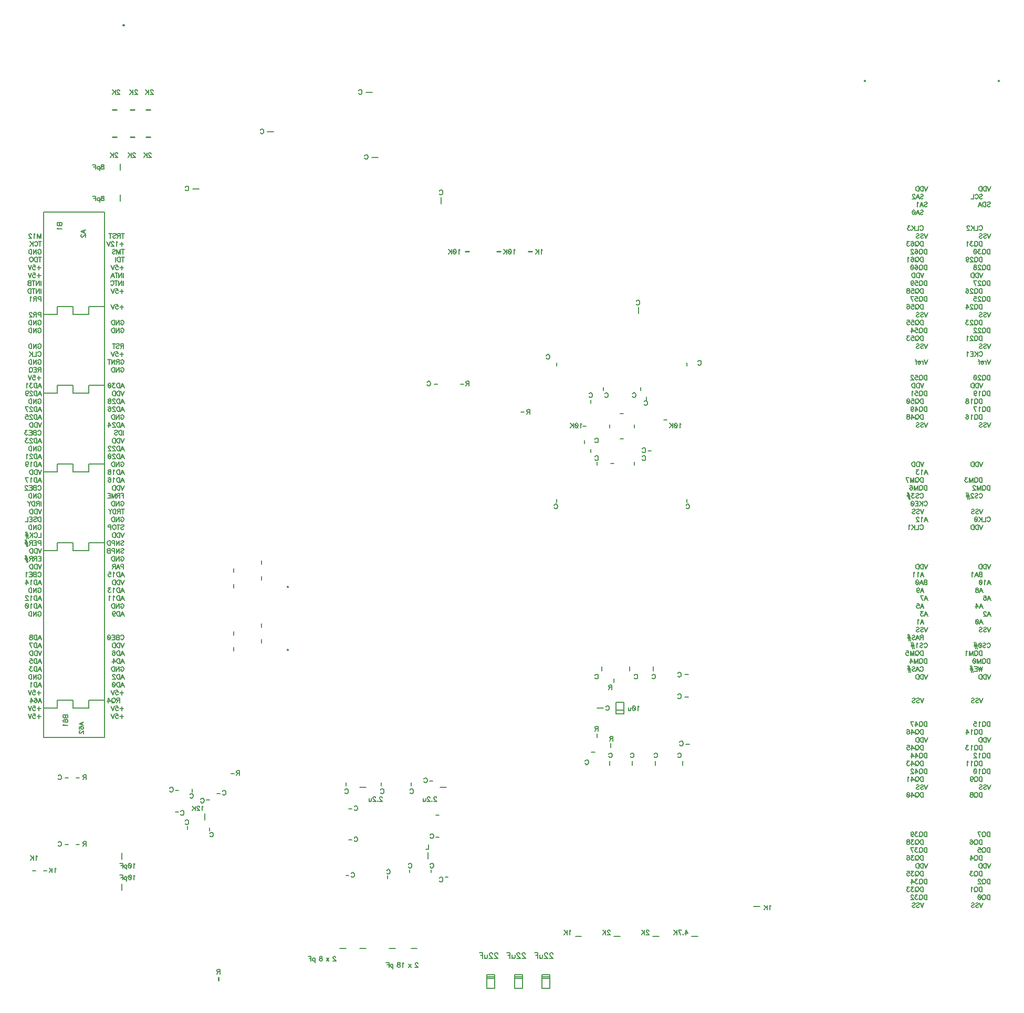
<source format=gbr>
%FSLAX34Y34*%
%MOMM*%
%LNSILK_BOTTOM*%
G71*
G01*
%ADD10C, 0.13*%
%ADD11C, 0.16*%
%ADD12C, 0.15*%
%ADD13C, 0.15*%
%ADD14C, 0.25*%
%ADD15C, 0.20*%
%LPD*%
G54D10*
X32512Y277494D02*
X37516Y277494D01*
G54D10*
X15011Y277494D02*
X20015Y277494D01*
G54D11*
X22885Y300964D02*
X22174Y301294D01*
X21133Y302361D01*
X21133Y294970D01*
G54D11*
X16561Y302361D02*
X16561Y294970D01*
G54D11*
X11608Y302361D02*
X16561Y297433D01*
G54D11*
X14783Y299186D02*
X11608Y294970D01*
G54D11*
X25248Y529945D02*
X25248Y523748D01*
G54D11*
X28321Y526846D02*
X22149Y526846D01*
G54D11*
X15621Y530962D02*
X19050Y530962D01*
X19380Y527888D01*
X19050Y528218D01*
X18008Y528573D01*
X16992Y528573D01*
X15951Y528218D01*
X15266Y527532D01*
X14935Y526516D01*
X14935Y525805D01*
X15266Y524789D01*
X15951Y524103D01*
X16992Y523748D01*
X18008Y523748D01*
X19050Y524103D01*
X19380Y524434D01*
X19736Y525119D01*
G54D11*
X13538Y530962D02*
X10795Y523748D01*
X8052Y530962D01*
G54D11*
X25248Y542645D02*
X25248Y536448D01*
G54D11*
X28321Y539546D02*
X22149Y539546D01*
G54D11*
X15621Y543661D02*
X19050Y543661D01*
X19380Y540588D01*
X19050Y540918D01*
X18008Y541274D01*
X16992Y541274D01*
X15951Y540918D01*
X15266Y540232D01*
X14935Y539216D01*
X14935Y538505D01*
X15266Y537489D01*
X15951Y536803D01*
X16992Y536448D01*
X18008Y536448D01*
X19050Y536803D01*
X19380Y537134D01*
X19736Y537820D01*
G54D11*
X13538Y543661D02*
X10795Y536448D01*
X8052Y543661D01*
G54D11*
X25248Y568046D02*
X25248Y561847D01*
G54D11*
X28321Y564947D02*
X22149Y564947D01*
G54D11*
X15621Y569061D02*
X19050Y569061D01*
X19380Y565988D01*
X19050Y566318D01*
X18008Y566674D01*
X16992Y566674D01*
X15951Y566318D01*
X15266Y565632D01*
X14935Y564616D01*
X14935Y563905D01*
X15266Y562889D01*
X15951Y562203D01*
X16992Y561847D01*
X18008Y561847D01*
X19050Y562203D01*
X19380Y562533D01*
X19736Y563219D01*
G54D11*
X13538Y569061D02*
X10795Y561847D01*
X8052Y569061D01*
G54D11*
X23851Y549147D02*
X26619Y556361D01*
X29362Y549147D01*
G54D11*
X28321Y551561D02*
X24892Y551561D01*
G54D11*
X18008Y555345D02*
X18364Y556031D01*
X19380Y556361D01*
X20092Y556361D01*
X21108Y556031D01*
X21793Y554989D01*
X22149Y553288D01*
X22149Y551561D01*
X21793Y550189D01*
X21108Y549503D01*
X20092Y549147D01*
X19736Y549147D01*
X18694Y549503D01*
X18008Y550189D01*
X17678Y551205D01*
X17678Y551561D01*
X18008Y552602D01*
X18694Y553288D01*
X19736Y553618D01*
X20092Y553618D01*
X21108Y553288D01*
X21793Y552602D01*
X22149Y551561D01*
G54D11*
X12166Y549147D02*
X12166Y556361D01*
X15621Y551561D01*
X10465Y551561D01*
G54D11*
X23749Y574598D02*
X26568Y581939D01*
X29362Y574598D01*
G54D11*
X28296Y577037D02*
X24816Y577037D01*
G54D11*
X19558Y581939D02*
X22022Y581939D01*
X22022Y574598D01*
X19558Y574598D01*
X18517Y574954D01*
X17806Y575640D01*
X17475Y576351D01*
X17120Y577393D01*
X17120Y579145D01*
X17475Y580186D01*
X17806Y580897D01*
X18517Y581583D01*
X19558Y581939D01*
G54D11*
X13970Y580542D02*
X13259Y580897D01*
X12218Y581939D01*
X12218Y574598D01*
G54D11*
X23749Y599998D02*
X26568Y607339D01*
X29362Y599998D01*
G54D11*
X28296Y602437D02*
X24816Y602437D01*
G54D11*
X19558Y607339D02*
X22022Y607339D01*
X22022Y599998D01*
X19558Y599998D01*
X18517Y600354D01*
X17806Y601040D01*
X17475Y601751D01*
X17120Y602792D01*
X17120Y604545D01*
X17475Y605587D01*
X17806Y606298D01*
X18517Y606983D01*
X19558Y607339D01*
G54D11*
X14326Y607339D02*
X10465Y607339D01*
X12573Y604545D01*
X11532Y604545D01*
X10820Y604190D01*
X10465Y603834D01*
X10135Y602792D01*
X10135Y602081D01*
X10465Y601040D01*
X11176Y600354D01*
X12218Y599998D01*
X13259Y599998D01*
X14326Y600354D01*
X14681Y600684D01*
X15011Y601395D01*
G54D11*
X23749Y612699D02*
X26568Y620039D01*
X29362Y612699D01*
G54D11*
X28296Y615137D02*
X24816Y615137D01*
G54D11*
X19558Y620039D02*
X22022Y620039D01*
X22022Y612699D01*
X19558Y612699D01*
X18517Y613054D01*
X17806Y613739D01*
X17475Y614451D01*
X17120Y615492D01*
X17120Y617245D01*
X17475Y618287D01*
X17806Y618998D01*
X18517Y619684D01*
X19558Y620039D01*
G54D11*
X10820Y620039D02*
X14326Y620039D01*
X14681Y616889D01*
X14326Y617245D01*
X13259Y617601D01*
X12218Y617601D01*
X11176Y617245D01*
X10465Y616534D01*
X10135Y615492D01*
X10135Y614781D01*
X10465Y613739D01*
X11176Y613054D01*
X12218Y612699D01*
X13259Y612699D01*
X14326Y613054D01*
X14681Y613384D01*
X15011Y614095D01*
G54D11*
X29362Y632561D02*
X26619Y625347D01*
X23851Y632561D01*
G54D11*
X19736Y632561D02*
X22149Y632561D01*
X22149Y625347D01*
X19736Y625347D01*
X18694Y625703D01*
X18008Y626389D01*
X17678Y627075D01*
X17323Y628116D01*
X17323Y629818D01*
X17678Y630860D01*
X18008Y631546D01*
X18694Y632231D01*
X19736Y632561D01*
G54D11*
X12522Y632561D02*
X14935Y632561D01*
X14935Y625347D01*
X12522Y625347D01*
X11481Y625703D01*
X10795Y626389D01*
X10465Y627075D01*
X10109Y628116D01*
X10109Y629818D01*
X10465Y630860D01*
X10795Y631546D01*
X11481Y632231D01*
X12522Y632561D01*
G54D11*
X23749Y638098D02*
X26568Y645439D01*
X29362Y638098D01*
G54D11*
X28296Y640537D02*
X24816Y640537D01*
G54D11*
X19558Y645439D02*
X22022Y645439D01*
X22022Y638098D01*
X19558Y638098D01*
X18517Y638454D01*
X17806Y639140D01*
X17475Y639851D01*
X17120Y640893D01*
X17120Y642645D01*
X17475Y643686D01*
X17806Y644397D01*
X18517Y645083D01*
X19558Y645439D01*
G54D11*
X13614Y638098D02*
X10135Y645439D01*
X15011Y645439D01*
G54D11*
X23749Y650798D02*
X26568Y658139D01*
X29362Y650798D01*
G54D11*
X28296Y653237D02*
X24816Y653237D01*
G54D11*
X19558Y658139D02*
X22022Y658139D01*
X22022Y650798D01*
X19558Y650798D01*
X18517Y651154D01*
X17806Y651840D01*
X17475Y652551D01*
X17120Y653593D01*
X17120Y655345D01*
X17475Y656386D01*
X17806Y657097D01*
X18517Y657783D01*
X19558Y658139D01*
G54D11*
X11862Y658139D02*
X13259Y658139D01*
X14326Y657783D01*
X14681Y657097D01*
X14681Y656386D01*
X14326Y655701D01*
X13614Y655345D01*
X12218Y654990D01*
X11176Y654634D01*
X10465Y653948D01*
X10135Y653237D01*
X10135Y652195D01*
X10465Y651484D01*
X10820Y651154D01*
X11862Y650798D01*
X13259Y650798D01*
X14326Y651154D01*
X14681Y651484D01*
X15011Y652195D01*
X15011Y653237D01*
X14681Y653948D01*
X13970Y654634D01*
X12928Y654990D01*
X11532Y655345D01*
X10820Y655701D01*
X10465Y656386D01*
X10465Y657097D01*
X10820Y657783D01*
X11862Y658139D01*
G54D11*
X23520Y694360D02*
X23851Y695046D01*
X24562Y695731D01*
X25248Y696061D01*
X26619Y696061D01*
X27305Y695731D01*
X27991Y695046D01*
X28321Y694360D01*
X28677Y693318D01*
X28677Y691616D01*
X28321Y690575D01*
X27991Y689889D01*
X27305Y689203D01*
X26619Y688847D01*
X25248Y688847D01*
X24562Y689203D01*
X23851Y689889D01*
X23520Y690575D01*
X23520Y691616D01*
X25248Y691616D01*
G54D11*
X16307Y696061D02*
X16307Y688847D01*
X21108Y696061D01*
X21108Y688847D01*
G54D11*
X11151Y696061D02*
X13538Y696061D01*
X13538Y688847D01*
X11151Y688847D01*
X10109Y689203D01*
X9424Y689889D01*
X9068Y690575D01*
X8738Y691616D01*
X8738Y693318D01*
X9068Y694360D01*
X9424Y695046D01*
X10109Y695731D01*
X11151Y696061D01*
G54D11*
X23774Y701573D02*
X26568Y708889D01*
X29362Y701573D01*
G54D11*
X28321Y704011D02*
X24841Y704011D01*
G54D11*
X19609Y708889D02*
X22047Y708889D01*
X22047Y701573D01*
X19609Y701573D01*
X18567Y701929D01*
X17856Y702640D01*
X17526Y703326D01*
X17170Y704367D01*
X17170Y706119D01*
X17526Y707161D01*
X17856Y707847D01*
X18567Y708558D01*
X19609Y708889D01*
G54D11*
X14046Y707491D02*
X13335Y707847D01*
X12294Y708889D01*
X12294Y701573D01*
G54D11*
X5334Y708889D02*
X6020Y708889D01*
X7087Y708558D01*
X7772Y707491D01*
X8128Y705764D01*
X8128Y704722D01*
X7772Y702970D01*
X7087Y701929D01*
X6020Y701573D01*
X5334Y701573D01*
X4292Y701929D01*
X3581Y702970D01*
X3251Y704722D01*
X3251Y705764D01*
X3581Y707491D01*
X4292Y708558D01*
X5334Y708889D01*
G54D11*
X3581Y707491D02*
X7772Y702970D01*
G54D11*
X23774Y714273D02*
X26568Y721588D01*
X29362Y714273D01*
G54D11*
X28321Y716712D02*
X24841Y716712D01*
G54D11*
X19609Y721588D02*
X22047Y721588D01*
X22047Y714273D01*
X19609Y714273D01*
X18567Y714629D01*
X17856Y715340D01*
X17526Y716026D01*
X17170Y717067D01*
X17170Y718819D01*
X17526Y719861D01*
X17856Y720547D01*
X18567Y721258D01*
X19609Y721588D01*
G54D11*
X14046Y720191D02*
X13335Y720547D01*
X12294Y721588D01*
X12294Y714273D01*
G54D11*
X7772Y719861D02*
X7772Y720191D01*
X7417Y720902D01*
X7087Y721258D01*
X6376Y721588D01*
X4978Y721588D01*
X4292Y721258D01*
X3937Y720902D01*
X3581Y720191D01*
X3581Y719505D01*
X3937Y718819D01*
X4648Y717779D01*
X8128Y714273D01*
X3251Y714273D01*
G54D11*
X23520Y732459D02*
X23851Y733145D01*
X24562Y733831D01*
X25248Y734161D01*
X26619Y734161D01*
X27305Y733831D01*
X27991Y733145D01*
X28321Y732459D01*
X28677Y731418D01*
X28677Y729716D01*
X28321Y728675D01*
X27991Y727989D01*
X27305Y727303D01*
X26619Y726948D01*
X25248Y726948D01*
X24562Y727303D01*
X23851Y727989D01*
X23520Y728675D01*
X23520Y729716D01*
X25248Y729716D01*
G54D11*
X16307Y734161D02*
X16307Y726948D01*
X21108Y734161D01*
X21108Y726948D01*
G54D11*
X11151Y734161D02*
X13538Y734161D01*
X13538Y726948D01*
X11151Y726948D01*
X10109Y727303D01*
X9424Y727989D01*
X9068Y728675D01*
X8738Y729716D01*
X8738Y731418D01*
X9068Y732459D01*
X9424Y733145D01*
X10109Y733831D01*
X11151Y734161D01*
G54D11*
X23444Y757961D02*
X23800Y758647D01*
X24486Y759332D01*
X25171Y759688D01*
X26568Y759688D01*
X27280Y759332D01*
X27966Y758647D01*
X28321Y757961D01*
X28651Y756920D01*
X28651Y755167D01*
X28321Y754125D01*
X27966Y753440D01*
X27280Y752729D01*
X26568Y752373D01*
X25171Y752373D01*
X24486Y752729D01*
X23800Y753440D01*
X23444Y754125D01*
G54D11*
X17882Y759688D02*
X21006Y759688D01*
X21006Y752373D01*
X17882Y752373D01*
X16840Y752729D01*
X16484Y753085D01*
X16129Y753770D01*
X16129Y754811D01*
X16484Y755522D01*
X16840Y755853D01*
X17882Y756208D01*
X16840Y756564D01*
X16484Y756920D01*
X16129Y757606D01*
X16129Y758292D01*
X16484Y759003D01*
X16840Y759332D01*
X17882Y759688D01*
G54D11*
X21006Y756208D02*
X17882Y756208D01*
G54D11*
X9170Y759688D02*
X13691Y759688D01*
X13691Y752373D01*
X9170Y752373D01*
G54D11*
X13691Y756208D02*
X10922Y756208D01*
G54D11*
X6376Y758292D02*
X5690Y758647D01*
X4648Y759688D01*
X4648Y752373D01*
G54D11*
X29362Y772261D02*
X26619Y765048D01*
X23851Y772261D01*
G54D11*
X19736Y772261D02*
X22149Y772261D01*
X22149Y765048D01*
X19736Y765048D01*
X18694Y765404D01*
X18008Y766089D01*
X17678Y766775D01*
X17323Y767816D01*
X17323Y769518D01*
X17678Y770559D01*
X18008Y771245D01*
X18694Y771931D01*
X19736Y772261D01*
G54D11*
X12522Y772261D02*
X14935Y772261D01*
X14935Y765048D01*
X12522Y765048D01*
X11481Y765404D01*
X10795Y766089D01*
X10465Y766775D01*
X10109Y767816D01*
X10109Y769518D01*
X10465Y770559D01*
X10795Y771245D01*
X11481Y771931D01*
X12522Y772261D01*
G54D11*
X23851Y784962D02*
X28321Y784962D01*
X28321Y777748D01*
X23851Y777748D01*
G54D11*
X28321Y781532D02*
X25578Y781532D01*
G54D11*
X21793Y781532D02*
X18694Y781532D01*
X17678Y781888D01*
X17323Y782218D01*
X16992Y782904D01*
X16992Y783590D01*
X17323Y784276D01*
X17678Y784631D01*
X18694Y784962D01*
X21793Y784962D01*
X21793Y777748D01*
G54D11*
X19406Y781532D02*
X16992Y777748D01*
G54D11*
X14580Y781532D02*
X11481Y781532D01*
X10465Y781888D01*
X10109Y782218D01*
X9779Y782904D01*
X9779Y783590D01*
X10109Y784276D01*
X10465Y784631D01*
X11481Y784962D01*
X14580Y784962D01*
X14580Y777748D01*
G54D11*
X12166Y781532D02*
X9779Y777748D01*
G54D11*
X4953Y786358D02*
X7366Y775360D01*
G54D11*
X2896Y786358D02*
X5309Y775360D01*
G54D11*
X7366Y781888D02*
X2540Y781888D01*
G54D11*
X7696Y779805D02*
X2896Y779805D01*
G54D11*
X29362Y797661D02*
X26619Y790448D01*
X23851Y797661D01*
G54D11*
X19736Y797661D02*
X22149Y797661D01*
X22149Y790448D01*
X19736Y790448D01*
X18694Y790803D01*
X18008Y791489D01*
X17678Y792175D01*
X17323Y793216D01*
X17323Y794918D01*
X17678Y795959D01*
X18008Y796645D01*
X18694Y797331D01*
X19736Y797661D01*
G54D11*
X12522Y797661D02*
X14935Y797661D01*
X14935Y790448D01*
X12522Y790448D01*
X11481Y790803D01*
X10795Y791489D01*
X10465Y792175D01*
X10109Y793216D01*
X10109Y794918D01*
X10465Y795959D01*
X10795Y796645D01*
X11481Y797331D01*
X12522Y797661D01*
G54D11*
X28321Y806602D02*
X25248Y806602D01*
X24206Y806932D01*
X23851Y807288D01*
X23520Y807974D01*
X23520Y808989D01*
X23851Y809675D01*
X24206Y810031D01*
X25248Y810361D01*
X28321Y810361D01*
X28321Y803147D01*
G54D11*
X16637Y810361D02*
X21108Y810361D01*
X21108Y803147D01*
X16637Y803147D01*
G54D11*
X21108Y806932D02*
X18364Y806932D01*
G54D11*
X14580Y806932D02*
X11481Y806932D01*
X10465Y807288D01*
X10109Y807618D01*
X9779Y808304D01*
X9779Y808989D01*
X10109Y809675D01*
X10465Y810031D01*
X11481Y810361D01*
X14580Y810361D01*
X14580Y803147D01*
G54D11*
X12166Y806932D02*
X9779Y803147D01*
G54D11*
X4953Y811758D02*
X7366Y800760D01*
G54D11*
X2896Y811758D02*
X5309Y800760D01*
G54D11*
X7366Y807288D02*
X2540Y807288D01*
G54D11*
X7696Y805205D02*
X2896Y805205D01*
G54D11*
X23520Y834059D02*
X23851Y834745D01*
X24562Y835431D01*
X25248Y835761D01*
X26619Y835761D01*
X27305Y835431D01*
X27991Y834745D01*
X28321Y834059D01*
X28677Y833018D01*
X28677Y831316D01*
X28321Y830275D01*
X27991Y829589D01*
X27305Y828904D01*
X26619Y828548D01*
X25248Y828548D01*
X24562Y828904D01*
X23851Y829589D01*
X23520Y830275D01*
X23520Y831316D01*
X25248Y831316D01*
G54D11*
X16307Y835761D02*
X16307Y828548D01*
X21108Y835761D01*
X21108Y828548D01*
G54D11*
X11151Y835761D02*
X13538Y835761D01*
X13538Y828548D01*
X11151Y828548D01*
X10109Y828904D01*
X9424Y829589D01*
X9068Y830275D01*
X8738Y831316D01*
X8738Y833018D01*
X9068Y834059D01*
X9424Y834745D01*
X10109Y835431D01*
X11151Y835761D01*
G54D11*
X25882Y848588D02*
X28321Y848588D01*
X28321Y841273D01*
X25882Y841273D01*
X24841Y841629D01*
X24130Y842340D01*
X23774Y843026D01*
X23444Y844067D01*
X23444Y845819D01*
X23774Y846861D01*
X24130Y847547D01*
X24841Y848258D01*
X25882Y848588D01*
G54D11*
X16459Y847547D02*
X17170Y848258D01*
X18212Y848588D01*
X19609Y848588D01*
X20650Y848258D01*
X21336Y847547D01*
X21336Y846861D01*
X21006Y846150D01*
X20650Y845819D01*
X19964Y845464D01*
X17856Y844779D01*
X17170Y844423D01*
X16815Y844067D01*
X16459Y843381D01*
X16459Y842340D01*
X17170Y841629D01*
X18212Y841273D01*
X19609Y841273D01*
X20650Y841629D01*
X21336Y842340D01*
G54D11*
X9500Y848588D02*
X14021Y848588D01*
X14021Y841273D01*
X9500Y841273D01*
G54D11*
X14021Y845108D02*
X11252Y845108D01*
G54D11*
X7417Y848588D02*
X7417Y841273D01*
X3226Y841273D01*
G54D11*
X29362Y861161D02*
X26619Y853948D01*
X23851Y861161D01*
G54D11*
X19736Y861161D02*
X22149Y861161D01*
X22149Y853948D01*
X19736Y853948D01*
X18694Y854303D01*
X18008Y854989D01*
X17678Y855675D01*
X17323Y856716D01*
X17323Y858418D01*
X17678Y859459D01*
X18008Y860145D01*
X18694Y860831D01*
X19736Y861161D01*
G54D11*
X12522Y861161D02*
X14935Y861161D01*
X14935Y853948D01*
X12522Y853948D01*
X11481Y854303D01*
X10795Y854989D01*
X10465Y855675D01*
X10109Y856716D01*
X10109Y858418D01*
X10465Y859459D01*
X10795Y860145D01*
X11481Y860831D01*
X12522Y861161D01*
G54D11*
X28321Y873861D02*
X28321Y866647D01*
G54D11*
X25578Y870432D02*
X22479Y870432D01*
X21463Y870788D01*
X21108Y871118D01*
X20777Y871804D01*
X20777Y872489D01*
X21108Y873175D01*
X21463Y873531D01*
X22479Y873861D01*
X25578Y873861D01*
X25578Y866647D01*
G54D11*
X23165Y870432D02*
X20777Y866647D01*
G54D11*
X15951Y873861D02*
X18364Y873861D01*
X18364Y866647D01*
X15951Y866647D01*
X14935Y867003D01*
X14224Y867689D01*
X13894Y868375D01*
X13538Y869417D01*
X13538Y871118D01*
X13894Y872160D01*
X14224Y872845D01*
X14935Y873531D01*
X15951Y873861D01*
G54D11*
X12166Y873861D02*
X9424Y870432D01*
X9424Y866647D01*
G54D11*
X6680Y873861D02*
X9424Y870432D01*
G54D11*
X23520Y884860D02*
X23851Y885546D01*
X24562Y886231D01*
X25248Y886561D01*
X26619Y886561D01*
X27305Y886231D01*
X27991Y885546D01*
X28321Y884860D01*
X28677Y883818D01*
X28677Y882116D01*
X28321Y881075D01*
X27991Y880389D01*
X27305Y879703D01*
X26619Y879347D01*
X25248Y879347D01*
X24562Y879703D01*
X23851Y880389D01*
X23520Y881075D01*
X23520Y882116D01*
X25248Y882116D01*
G54D11*
X16307Y886561D02*
X16307Y879347D01*
X21108Y886561D01*
X21108Y879347D01*
G54D11*
X11151Y886561D02*
X13538Y886561D01*
X13538Y879347D01*
X11151Y879347D01*
X10109Y879703D01*
X9424Y880389D01*
X9068Y881075D01*
X8738Y882116D01*
X8738Y883818D01*
X9068Y884860D01*
X9424Y885546D01*
X10109Y886231D01*
X11151Y886561D01*
G54D11*
X23774Y904773D02*
X26568Y912088D01*
X29362Y904773D01*
G54D11*
X28321Y907212D02*
X24841Y907212D01*
G54D11*
X19609Y912088D02*
X22047Y912088D01*
X22047Y904773D01*
X19609Y904773D01*
X18567Y905129D01*
X17856Y905840D01*
X17526Y906526D01*
X17170Y907567D01*
X17170Y909319D01*
X17526Y910361D01*
X17856Y911047D01*
X18567Y911758D01*
X19609Y912088D01*
G54D11*
X14046Y910691D02*
X13335Y911047D01*
X12294Y912088D01*
X12294Y904773D01*
G54D11*
X6731Y904773D02*
X3251Y912088D01*
X8128Y912088D01*
G54D11*
X29362Y924661D02*
X26619Y917448D01*
X23851Y924661D01*
G54D11*
X19736Y924661D02*
X22149Y924661D01*
X22149Y917448D01*
X19736Y917448D01*
X18694Y917803D01*
X18008Y918489D01*
X17678Y919175D01*
X17323Y920216D01*
X17323Y921918D01*
X17678Y922959D01*
X18008Y923645D01*
X18694Y924331D01*
X19736Y924661D01*
G54D11*
X12522Y924661D02*
X14935Y924661D01*
X14935Y917448D01*
X12522Y917448D01*
X11481Y917803D01*
X10795Y918489D01*
X10465Y919175D01*
X10109Y920216D01*
X10109Y921918D01*
X10465Y922959D01*
X10795Y923645D01*
X11481Y924331D01*
X12522Y924661D01*
G54D11*
X23774Y930173D02*
X26568Y937488D01*
X29362Y930173D01*
G54D11*
X28321Y932611D02*
X24841Y932611D01*
G54D11*
X19609Y937488D02*
X22047Y937488D01*
X22047Y930173D01*
X19609Y930173D01*
X18567Y930528D01*
X17856Y931239D01*
X17526Y931925D01*
X17170Y932967D01*
X17170Y934720D01*
X17526Y935761D01*
X17856Y936446D01*
X18567Y937158D01*
X19609Y937488D01*
G54D11*
X14046Y936091D02*
X13335Y936446D01*
X12294Y937488D01*
X12294Y930173D01*
G54D11*
X3937Y936446D02*
X3581Y935050D01*
X3937Y934009D01*
X4648Y933323D01*
X5690Y932967D01*
X6020Y932967D01*
X7087Y933323D01*
X7772Y934009D01*
X8128Y935050D01*
X8128Y935406D01*
X7772Y936446D01*
X7087Y937158D01*
X6020Y937488D01*
X5690Y937488D01*
X4648Y937158D01*
X3937Y936446D01*
G54D11*
X3581Y935050D02*
X3581Y933323D01*
X3937Y931570D01*
X4648Y930528D01*
X5690Y930173D01*
X6376Y930173D01*
X7417Y930528D01*
X7772Y931239D01*
G54D11*
X23774Y942873D02*
X26568Y950188D01*
X29362Y942873D01*
G54D11*
X28321Y945311D02*
X24841Y945311D01*
G54D11*
X19609Y950188D02*
X22047Y950188D01*
X22047Y942873D01*
X19609Y942873D01*
X18567Y943229D01*
X17856Y943940D01*
X17526Y944625D01*
X17170Y945667D01*
X17170Y947420D01*
X17526Y948461D01*
X17856Y949147D01*
X18567Y949858D01*
X19609Y950188D01*
G54D11*
X14732Y948461D02*
X14732Y948792D01*
X14376Y949503D01*
X14046Y949858D01*
X13335Y950188D01*
X11938Y950188D01*
X11252Y949858D01*
X10896Y949503D01*
X10566Y948792D01*
X10566Y948106D01*
X10896Y947420D01*
X11608Y946378D01*
X15088Y942873D01*
X10211Y942873D01*
G54D11*
X7087Y948792D02*
X6376Y949147D01*
X5334Y950188D01*
X5334Y942873D01*
G54D11*
X23520Y961059D02*
X23851Y961745D01*
X24562Y962431D01*
X25248Y962761D01*
X26619Y962761D01*
X27305Y962431D01*
X27991Y961745D01*
X28321Y961059D01*
X28677Y960018D01*
X28677Y958316D01*
X28321Y957275D01*
X27991Y956589D01*
X27305Y955904D01*
X26619Y955548D01*
X25248Y955548D01*
X24562Y955904D01*
X23851Y956589D01*
X23520Y957275D01*
X23520Y958316D01*
X25248Y958316D01*
G54D11*
X16307Y962761D02*
X16307Y955548D01*
X21108Y962761D01*
X21108Y955548D01*
G54D11*
X11151Y962761D02*
X13538Y962761D01*
X13538Y955548D01*
X11151Y955548D01*
X10109Y955904D01*
X9424Y956589D01*
X9068Y957275D01*
X8738Y958316D01*
X8738Y960018D01*
X9068Y961059D01*
X9424Y961745D01*
X10109Y962431D01*
X11151Y962761D01*
G54D11*
X23444Y986561D02*
X23800Y987247D01*
X24486Y987933D01*
X25171Y988288D01*
X26568Y988288D01*
X27280Y987933D01*
X27966Y987247D01*
X28321Y986561D01*
X28651Y985520D01*
X28651Y983767D01*
X28321Y982726D01*
X27966Y982040D01*
X27280Y981328D01*
X26568Y980973D01*
X25171Y980973D01*
X24486Y981328D01*
X23800Y982040D01*
X23444Y982726D01*
G54D11*
X17882Y988288D02*
X21006Y988288D01*
X21006Y980973D01*
X17882Y980973D01*
X16840Y981328D01*
X16484Y981684D01*
X16129Y982370D01*
X16129Y983412D01*
X16484Y984123D01*
X16840Y984453D01*
X17882Y984809D01*
X16840Y985164D01*
X16484Y985520D01*
X16129Y986205D01*
X16129Y986891D01*
X16484Y987602D01*
X16840Y987933D01*
X17882Y988288D01*
G54D11*
X21006Y984809D02*
X17882Y984809D01*
G54D11*
X9170Y988288D02*
X13691Y988288D01*
X13691Y980973D01*
X9170Y980973D01*
G54D11*
X13691Y984809D02*
X10922Y984809D01*
G54D11*
X6731Y988288D02*
X2896Y988288D01*
X5004Y985520D01*
X3962Y985520D01*
X3251Y985164D01*
X2896Y984809D01*
X2566Y983767D01*
X2566Y983081D01*
X2896Y982040D01*
X3607Y981328D01*
X4648Y980973D01*
X5690Y980973D01*
X6731Y981328D01*
X7087Y981684D01*
X7442Y982370D01*
G54D11*
X29362Y1000861D02*
X26619Y993647D01*
X23851Y1000861D01*
G54D11*
X19736Y1000861D02*
X22149Y1000861D01*
X22149Y993647D01*
X19736Y993647D01*
X18694Y994003D01*
X18008Y994689D01*
X17678Y995375D01*
X17323Y996417D01*
X17323Y998118D01*
X17678Y999160D01*
X18008Y999845D01*
X18694Y1000531D01*
X19736Y1000861D01*
G54D11*
X12522Y1000861D02*
X14935Y1000861D01*
X14935Y993647D01*
X12522Y993647D01*
X11481Y994003D01*
X10795Y994689D01*
X10465Y995375D01*
X10109Y996417D01*
X10109Y998118D01*
X10465Y999160D01*
X10795Y999845D01*
X11481Y1000531D01*
X12522Y1000861D01*
G54D11*
X23774Y1006373D02*
X26568Y1013688D01*
X29362Y1006373D01*
G54D11*
X28321Y1008811D02*
X24841Y1008811D01*
G54D11*
X19609Y1013688D02*
X22047Y1013688D01*
X22047Y1006373D01*
X19609Y1006373D01*
X18567Y1006729D01*
X17856Y1007440D01*
X17526Y1008125D01*
X17170Y1009167D01*
X17170Y1010920D01*
X17526Y1011961D01*
X17856Y1012647D01*
X18567Y1013358D01*
X19609Y1013688D01*
G54D11*
X14732Y1011961D02*
X14732Y1012292D01*
X14376Y1013003D01*
X14046Y1013358D01*
X13335Y1013688D01*
X11938Y1013688D01*
X11252Y1013358D01*
X10896Y1013003D01*
X10566Y1012292D01*
X10566Y1011606D01*
X10896Y1010920D01*
X11608Y1009878D01*
X15088Y1006373D01*
X10211Y1006373D01*
G54D11*
X3937Y1013688D02*
X7417Y1013688D01*
X7772Y1010564D01*
X7417Y1010920D01*
X6376Y1011250D01*
X5334Y1011250D01*
X4292Y1010920D01*
X3581Y1010208D01*
X3251Y1009167D01*
X3251Y1008481D01*
X3581Y1007440D01*
X4292Y1006729D01*
X5334Y1006373D01*
X6376Y1006373D01*
X7417Y1006729D01*
X7772Y1007085D01*
X8128Y1007770D01*
G54D11*
X23774Y1019073D02*
X26568Y1026389D01*
X29362Y1019073D01*
G54D11*
X28321Y1021511D02*
X24841Y1021511D01*
G54D11*
X19609Y1026389D02*
X22047Y1026389D01*
X22047Y1019073D01*
X19609Y1019073D01*
X18567Y1019429D01*
X17856Y1020140D01*
X17526Y1020826D01*
X17170Y1021867D01*
X17170Y1023619D01*
X17526Y1024661D01*
X17856Y1025347D01*
X18567Y1026058D01*
X19609Y1026389D01*
G54D11*
X14732Y1024661D02*
X14732Y1024991D01*
X14376Y1025703D01*
X14046Y1026058D01*
X13335Y1026389D01*
X11938Y1026389D01*
X11252Y1026058D01*
X10896Y1025703D01*
X10566Y1024991D01*
X10566Y1024305D01*
X10896Y1023619D01*
X11608Y1022578D01*
X15088Y1019073D01*
X10211Y1019073D01*
G54D11*
X6731Y1019073D02*
X3251Y1026389D01*
X8128Y1026389D01*
G54D11*
X23520Y1037259D02*
X23851Y1037945D01*
X24562Y1038631D01*
X25248Y1038962D01*
X26619Y1038962D01*
X27305Y1038631D01*
X27991Y1037945D01*
X28321Y1037259D01*
X28677Y1036218D01*
X28677Y1034516D01*
X28321Y1033474D01*
X27991Y1032789D01*
X27305Y1032103D01*
X26619Y1031748D01*
X25248Y1031748D01*
X24562Y1032103D01*
X23851Y1032789D01*
X23520Y1033474D01*
X23520Y1034516D01*
X25248Y1034516D01*
G54D11*
X16307Y1038962D02*
X16307Y1031748D01*
X21108Y1038962D01*
X21108Y1031748D01*
G54D11*
X11151Y1038962D02*
X13538Y1038962D01*
X13538Y1031748D01*
X11151Y1031748D01*
X10109Y1032103D01*
X9424Y1032789D01*
X9068Y1033474D01*
X8738Y1034516D01*
X8738Y1036218D01*
X9068Y1037259D01*
X9424Y1037945D01*
X10109Y1038631D01*
X11151Y1038962D01*
G54D11*
X25248Y1076046D02*
X25248Y1069847D01*
G54D11*
X28321Y1072947D02*
X22149Y1072947D01*
G54D11*
X15621Y1077061D02*
X19050Y1077061D01*
X19380Y1073988D01*
X19050Y1074318D01*
X18008Y1074674D01*
X16992Y1074674D01*
X15951Y1074318D01*
X15266Y1073632D01*
X14935Y1072616D01*
X14935Y1071905D01*
X15266Y1070889D01*
X15951Y1070203D01*
X16992Y1069847D01*
X18008Y1069847D01*
X19050Y1070203D01*
X19380Y1070533D01*
X19736Y1071219D01*
G54D11*
X13538Y1077061D02*
X10795Y1069847D01*
X8052Y1077061D01*
G54D11*
X23774Y1057173D02*
X26568Y1064488D01*
X29362Y1057173D01*
G54D11*
X28321Y1059611D02*
X24841Y1059611D01*
G54D11*
X19609Y1064488D02*
X22047Y1064488D01*
X22047Y1057173D01*
X19609Y1057173D01*
X18567Y1057528D01*
X17856Y1058239D01*
X17526Y1058925D01*
X17170Y1059967D01*
X17170Y1061720D01*
X17526Y1062761D01*
X17856Y1063446D01*
X18567Y1064158D01*
X19609Y1064488D01*
G54D11*
X14376Y1064488D02*
X10566Y1064488D01*
X12649Y1061720D01*
X11608Y1061720D01*
X10896Y1061364D01*
X10566Y1061009D01*
X10211Y1059967D01*
X10211Y1059281D01*
X10566Y1058239D01*
X11252Y1057528D01*
X12294Y1057173D01*
X13335Y1057173D01*
X14376Y1057528D01*
X14732Y1057884D01*
X15088Y1058570D01*
G54D11*
X7087Y1063091D02*
X6376Y1063446D01*
X5334Y1064488D01*
X5334Y1057173D01*
G54D11*
X28321Y1086332D02*
X25248Y1086332D01*
X24206Y1086688D01*
X23851Y1087018D01*
X23520Y1087704D01*
X23520Y1088390D01*
X23851Y1089076D01*
X24206Y1089431D01*
X25248Y1089761D01*
X28321Y1089761D01*
X28321Y1082548D01*
G54D11*
X25934Y1086332D02*
X23520Y1082548D01*
G54D11*
X16637Y1089761D02*
X21108Y1089761D01*
X21108Y1082548D01*
X16637Y1082548D01*
G54D11*
X21108Y1086332D02*
X18364Y1086332D01*
G54D11*
X11481Y1089761D02*
X12852Y1089761D01*
X13538Y1089431D01*
X14224Y1088745D01*
X14580Y1088059D01*
X14935Y1087018D01*
X14935Y1085316D01*
X14580Y1084275D01*
X14224Y1083589D01*
X13538Y1082904D01*
X12852Y1082548D01*
X11481Y1082548D01*
X10795Y1082904D01*
X10109Y1083589D01*
X9779Y1084275D01*
X9424Y1085316D01*
X9424Y1087018D01*
X9779Y1088059D01*
X10109Y1088745D01*
X10795Y1089431D01*
X11481Y1089761D01*
G54D11*
X11836Y1083919D02*
X9779Y1081862D01*
G54D11*
X23520Y1100759D02*
X23851Y1101445D01*
X24562Y1102131D01*
X25248Y1102462D01*
X26619Y1102462D01*
X27305Y1102131D01*
X27991Y1101445D01*
X28321Y1100759D01*
X28677Y1099718D01*
X28677Y1098016D01*
X28321Y1096974D01*
X27991Y1096289D01*
X27305Y1095603D01*
X26619Y1095248D01*
X25248Y1095248D01*
X24562Y1095603D01*
X23851Y1096289D01*
X23520Y1096974D01*
X23520Y1098016D01*
X25248Y1098016D01*
G54D11*
X16307Y1102462D02*
X16307Y1095248D01*
X21108Y1102462D01*
X21108Y1095248D01*
G54D11*
X11151Y1102462D02*
X13538Y1102462D01*
X13538Y1095248D01*
X11151Y1095248D01*
X10109Y1095603D01*
X9424Y1096289D01*
X9068Y1096974D01*
X8738Y1098016D01*
X8738Y1099718D01*
X9068Y1100759D01*
X9424Y1101445D01*
X10109Y1102131D01*
X11151Y1102462D01*
G54D11*
X23419Y1113587D02*
X23749Y1114298D01*
X24460Y1114983D01*
X25171Y1115339D01*
X26568Y1115339D01*
X27254Y1114983D01*
X27966Y1114298D01*
X28296Y1113587D01*
X28651Y1112545D01*
X28651Y1110792D01*
X28296Y1109751D01*
X27966Y1109040D01*
X27254Y1108354D01*
X26568Y1107998D01*
X25171Y1107998D01*
X24460Y1108354D01*
X23749Y1109040D01*
X23419Y1109751D01*
G54D11*
X20955Y1115339D02*
X20955Y1107998D01*
X16764Y1107998D01*
G54D11*
X15011Y1115339D02*
X15011Y1107998D01*
G54D11*
X10135Y1115339D02*
X15011Y1110437D01*
G54D11*
X13259Y1112190D02*
X10135Y1107998D01*
G54D11*
X23520Y1151559D02*
X23851Y1152245D01*
X24562Y1152931D01*
X25248Y1153261D01*
X26619Y1153261D01*
X27305Y1152931D01*
X27991Y1152245D01*
X28321Y1151559D01*
X28677Y1150518D01*
X28677Y1148816D01*
X28321Y1147775D01*
X27991Y1147089D01*
X27305Y1146404D01*
X26619Y1146048D01*
X25248Y1146048D01*
X24562Y1146404D01*
X23851Y1147089D01*
X23520Y1147775D01*
X23520Y1148816D01*
X25248Y1148816D01*
G54D11*
X16307Y1153261D02*
X16307Y1146048D01*
X21108Y1153261D01*
X21108Y1146048D01*
G54D11*
X11151Y1153261D02*
X13538Y1153261D01*
X13538Y1146048D01*
X11151Y1146048D01*
X10109Y1146404D01*
X9424Y1147089D01*
X9068Y1147775D01*
X8738Y1148816D01*
X8738Y1150518D01*
X9068Y1151559D01*
X9424Y1152245D01*
X10109Y1152931D01*
X11151Y1153261D01*
G54D11*
X23520Y1164259D02*
X23851Y1164945D01*
X24562Y1165631D01*
X25248Y1165962D01*
X26619Y1165962D01*
X27305Y1165631D01*
X27991Y1164945D01*
X28321Y1164259D01*
X28677Y1163218D01*
X28677Y1161516D01*
X28321Y1160474D01*
X27991Y1159789D01*
X27305Y1159103D01*
X26619Y1158748D01*
X25248Y1158748D01*
X24562Y1159103D01*
X23851Y1159789D01*
X23520Y1160474D01*
X23520Y1161516D01*
X25248Y1161516D01*
G54D11*
X16307Y1165962D02*
X16307Y1158748D01*
X21108Y1165962D01*
X21108Y1158748D01*
G54D11*
X11151Y1165962D02*
X13538Y1165962D01*
X13538Y1158748D01*
X11151Y1158748D01*
X10109Y1159103D01*
X9424Y1159789D01*
X9068Y1160474D01*
X8738Y1161516D01*
X8738Y1163218D01*
X9068Y1164259D01*
X9424Y1164945D01*
X10109Y1165631D01*
X11151Y1165962D01*
G54D11*
X28321Y1174902D02*
X25248Y1174902D01*
X24206Y1175232D01*
X23851Y1175588D01*
X23520Y1176274D01*
X23520Y1177289D01*
X23851Y1177975D01*
X24206Y1178331D01*
X25248Y1178661D01*
X28321Y1178661D01*
X28321Y1171448D01*
G54D11*
X21108Y1175232D02*
X18008Y1175232D01*
X16992Y1175588D01*
X16637Y1175918D01*
X16307Y1176603D01*
X16307Y1177289D01*
X16637Y1177975D01*
X16992Y1178331D01*
X18008Y1178661D01*
X21108Y1178661D01*
X21108Y1171448D01*
G54D11*
X18694Y1175232D02*
X16307Y1171448D01*
G54D11*
X13894Y1176959D02*
X13894Y1177289D01*
X13538Y1177975D01*
X13208Y1178331D01*
X12522Y1178661D01*
X11151Y1178661D01*
X10465Y1178331D01*
X10109Y1177975D01*
X9779Y1177289D01*
X9779Y1176603D01*
X10109Y1175918D01*
X10795Y1174902D01*
X14224Y1171448D01*
X9424Y1171448D01*
G54D11*
X25248Y1253845D02*
X25248Y1247647D01*
G54D11*
X28321Y1250746D02*
X22149Y1250746D01*
G54D11*
X15621Y1254861D02*
X19050Y1254861D01*
X19380Y1251788D01*
X19050Y1252118D01*
X18008Y1252474D01*
X16992Y1252474D01*
X15951Y1252118D01*
X15266Y1251432D01*
X14935Y1250417D01*
X14935Y1249705D01*
X15266Y1248689D01*
X15951Y1248003D01*
X16992Y1247647D01*
X18008Y1247647D01*
X19050Y1248003D01*
X19380Y1248333D01*
X19736Y1249019D01*
G54D11*
X13538Y1254861D02*
X10795Y1247647D01*
X8052Y1254861D01*
G54D11*
X25248Y1241145D02*
X25248Y1234948D01*
G54D11*
X28321Y1238046D02*
X22149Y1238046D01*
G54D11*
X15621Y1242161D02*
X19050Y1242161D01*
X19380Y1239088D01*
X19050Y1239418D01*
X18008Y1239774D01*
X16992Y1239774D01*
X15951Y1239418D01*
X15266Y1238732D01*
X14935Y1237716D01*
X14935Y1237005D01*
X15266Y1235989D01*
X15951Y1235303D01*
X16992Y1234948D01*
X18008Y1234948D01*
X19050Y1235303D01*
X19380Y1235634D01*
X19736Y1236320D01*
G54D11*
X13538Y1242161D02*
X10795Y1234948D01*
X8052Y1242161D01*
G54D11*
X28321Y1216914D02*
X28321Y1209598D01*
G54D11*
X20625Y1216914D02*
X20625Y1209598D01*
X25527Y1216914D01*
X25527Y1209598D01*
G54D11*
X16434Y1216914D02*
X16434Y1209598D01*
G54D11*
X18898Y1216914D02*
X13996Y1216914D01*
G54D11*
X9804Y1216914D02*
X12268Y1216914D01*
X12268Y1209598D01*
X9804Y1209598D01*
X8763Y1209929D01*
X8077Y1210640D01*
X7722Y1211326D01*
X7366Y1212393D01*
X7366Y1214119D01*
X7722Y1215161D01*
X8077Y1215872D01*
X8763Y1216558D01*
X9804Y1216914D01*
G54D11*
X28321Y1229614D02*
X28321Y1222298D01*
G54D11*
X20625Y1229614D02*
X20625Y1222298D01*
X25527Y1229614D01*
X25527Y1222298D01*
G54D11*
X16434Y1229614D02*
X16434Y1222298D01*
G54D11*
X18898Y1229614D02*
X13996Y1229614D01*
G54D11*
X9118Y1229614D02*
X12268Y1229614D01*
X12268Y1222298D01*
X9118Y1222298D01*
X8077Y1222629D01*
X7722Y1222984D01*
X7366Y1223695D01*
X7366Y1224737D01*
X7722Y1225423D01*
X8077Y1225779D01*
X9118Y1226134D01*
X8077Y1226490D01*
X7722Y1226819D01*
X7366Y1227530D01*
X7366Y1228216D01*
X7722Y1228928D01*
X8077Y1229258D01*
X9118Y1229614D01*
G54D11*
X12268Y1226134D02*
X9118Y1226134D01*
G54D11*
X26899Y1267739D02*
X26899Y1260399D01*
G54D11*
X29362Y1267739D02*
X24460Y1267739D01*
G54D11*
X20269Y1267739D02*
X22708Y1267739D01*
X22708Y1260399D01*
X20269Y1260399D01*
X19228Y1260754D01*
X18517Y1261440D01*
X18161Y1262151D01*
X17806Y1263192D01*
X17806Y1264945D01*
X18161Y1265986D01*
X18517Y1266698D01*
X19228Y1267384D01*
X20269Y1267739D01*
G54D11*
X12218Y1267739D02*
X13614Y1267739D01*
X14326Y1267384D01*
X15011Y1266698D01*
X15367Y1265986D01*
X15722Y1264945D01*
X15722Y1263192D01*
X15367Y1262151D01*
X15011Y1261440D01*
X14326Y1260754D01*
X13614Y1260399D01*
X12218Y1260399D01*
X11532Y1260754D01*
X10820Y1261440D01*
X10465Y1262151D01*
X10135Y1263192D01*
X10135Y1264945D01*
X10465Y1265986D01*
X10820Y1266698D01*
X11532Y1267384D01*
X12218Y1267739D01*
G54D11*
X22834Y1298448D02*
X22834Y1305661D01*
X25578Y1298448D01*
X28321Y1305661D01*
X28321Y1298448D01*
G54D11*
X19380Y1304289D02*
X18694Y1304645D01*
X17678Y1305661D01*
X17678Y1298448D01*
G54D11*
X13208Y1303959D02*
X13208Y1304289D01*
X12852Y1304975D01*
X12522Y1305331D01*
X11836Y1305661D01*
X10465Y1305661D01*
X9779Y1305331D01*
X9424Y1304975D01*
X9068Y1304289D01*
X9068Y1303603D01*
X9424Y1302918D01*
X10109Y1301902D01*
X13538Y1298448D01*
X8738Y1298448D01*
G54D11*
X26949Y1292962D02*
X26949Y1285748D01*
G54D11*
X29362Y1292962D02*
X24562Y1292962D01*
G54D11*
X18008Y1291259D02*
X18364Y1291945D01*
X19050Y1292631D01*
X19736Y1292962D01*
X21108Y1292962D01*
X21793Y1292631D01*
X22479Y1291945D01*
X22834Y1291259D01*
X23165Y1290218D01*
X23165Y1288516D01*
X22834Y1287474D01*
X22479Y1286789D01*
X21793Y1286103D01*
X21108Y1285748D01*
X19736Y1285748D01*
X19050Y1286103D01*
X18364Y1286789D01*
X18008Y1287474D01*
G54D11*
X15621Y1292962D02*
X15621Y1285748D01*
G54D11*
X10795Y1292962D02*
X15621Y1288160D01*
G54D11*
X13894Y1289888D02*
X10795Y1285748D01*
G54D10*
X67513Y319989D02*
X72517Y319989D01*
G54D10*
X85014Y319989D02*
X90018Y319989D01*
G54D11*
X101067Y321487D02*
X97816Y321487D01*
X96723Y321843D01*
X96368Y322224D01*
X96012Y322935D01*
X96012Y323672D01*
X96368Y324383D01*
X96723Y324739D01*
X97816Y325094D01*
X101067Y325094D01*
X101067Y317525D01*
G54D11*
X98526Y321487D02*
X96012Y317525D01*
G54D11*
X56007Y323291D02*
X56362Y324027D01*
X57099Y324739D01*
X57810Y325094D01*
X59258Y325094D01*
X59969Y324739D01*
X60706Y324027D01*
X61062Y323291D01*
X61417Y322224D01*
X61417Y320420D01*
X61062Y319328D01*
X60706Y318617D01*
X59969Y317881D01*
X59258Y317525D01*
X57810Y317525D01*
X57099Y317881D01*
X56362Y318617D01*
X56007Y319328D01*
G54D10*
X67513Y427507D02*
X72517Y427507D01*
G54D10*
X85014Y427507D02*
X90018Y427507D01*
G54D11*
X56007Y430809D02*
X56362Y431520D01*
X57099Y432231D01*
X57810Y432612D01*
X59258Y432612D01*
X59969Y432231D01*
X60706Y431520D01*
X61062Y430809D01*
X61417Y429717D01*
X61417Y427914D01*
X61062Y426822D01*
X60706Y426110D01*
X59969Y425373D01*
X59258Y425017D01*
X57810Y425017D01*
X57099Y425373D01*
X56362Y426110D01*
X56007Y426822D01*
G54D11*
X101067Y429006D02*
X97816Y429006D01*
X96723Y429361D01*
X96368Y429717D01*
X96012Y430428D01*
X96012Y431164D01*
X96368Y431876D01*
X96723Y432231D01*
X97816Y432612D01*
X101067Y432612D01*
X101067Y425017D01*
G54D11*
X98526Y429006D02*
X96012Y425017D01*
G54D12*
X131318Y553110D02*
X105918Y553110D01*
X105918Y540410D01*
X80518Y540410D01*
X80518Y553110D01*
X55118Y553110D01*
X55118Y540410D01*
X32893Y540410D01*
G54D12*
X131318Y807110D02*
X105918Y807110D01*
X105918Y794410D01*
X80518Y794410D01*
X80518Y807110D01*
X55118Y807110D01*
X55118Y794410D01*
X32893Y794410D01*
G54D12*
X131318Y934110D02*
X105918Y934110D01*
X105918Y921410D01*
X80518Y921410D01*
X80518Y934110D01*
X55118Y934110D01*
X55118Y921410D01*
X32893Y921410D01*
G54D12*
X32893Y1048410D02*
X55118Y1048410D01*
X55118Y1061110D01*
X80518Y1061110D01*
X80518Y1048410D01*
X105918Y1048410D01*
X105918Y1061110D01*
X131318Y1061110D01*
G54D12*
X32893Y1175410D02*
X55118Y1175410D01*
X55118Y1188110D01*
X80518Y1188110D01*
X80518Y1175410D01*
X105918Y1175410D01*
X105918Y1188110D01*
X131318Y1188110D01*
G54D11*
X54762Y1320037D02*
X54762Y1323213D01*
X62154Y1323213D01*
X62154Y1320037D01*
X61824Y1318996D01*
X61468Y1318640D01*
X60757Y1318285D01*
X59690Y1318285D01*
X59004Y1318640D01*
X58649Y1318996D01*
X58293Y1320037D01*
X57938Y1318996D01*
X57582Y1318640D01*
X56871Y1318285D01*
X56185Y1318285D01*
X55474Y1318640D01*
X55118Y1318996D01*
X54762Y1320037D01*
G54D11*
X58293Y1323213D02*
X58293Y1320037D01*
G54D11*
X56185Y1315110D02*
X55829Y1314399D01*
X54762Y1313358D01*
X62154Y1313358D01*
G54D11*
X100330Y1306067D02*
X93116Y1308837D01*
X100330Y1311580D01*
G54D11*
X97917Y1310538D02*
X97917Y1307109D01*
G54D11*
X94818Y1304366D02*
X94488Y1304366D01*
X93802Y1304010D01*
X93447Y1303680D01*
X93116Y1302994D01*
X93116Y1301598D01*
X93447Y1300912D01*
X93802Y1300581D01*
X94488Y1300226D01*
X95174Y1300226D01*
X95860Y1300581D01*
X96876Y1301267D01*
X100330Y1304696D01*
X100330Y1299895D01*
G54D13*
X158852Y246710D02*
X158852Y256692D01*
G54D11*
X180010Y269367D02*
X179324Y269696D01*
X178282Y270738D01*
X178282Y263423D01*
G54D11*
X171323Y270738D02*
X172009Y270738D01*
X173050Y270408D01*
X173761Y269367D01*
X174092Y267614D01*
X174092Y266573D01*
X173761Y264820D01*
X173050Y263778D01*
X172009Y263423D01*
X171323Y263423D01*
X170282Y263778D01*
X169570Y264820D01*
X169214Y266573D01*
X169214Y267614D01*
X169570Y269367D01*
X170282Y270408D01*
X171323Y270738D01*
G54D11*
X169570Y269367D02*
X173761Y264820D01*
G54D11*
X166776Y268300D02*
X166776Y261010D01*
G54D11*
X166776Y267259D02*
X166091Y267970D01*
X165405Y268300D01*
X164338Y268300D01*
X163652Y267970D01*
X162966Y267259D01*
X162611Y266217D01*
X162611Y265531D01*
X162966Y264489D01*
X163652Y263778D01*
X164338Y263423D01*
X165405Y263423D01*
X166091Y263778D01*
X166776Y264489D01*
G54D11*
X155651Y270738D02*
X160172Y270738D01*
X160172Y263423D01*
G54D11*
X160172Y267259D02*
X157378Y267259D01*
G54D13*
X158852Y296697D02*
X158852Y306705D01*
G54D11*
X158598Y529945D02*
X158598Y523748D01*
G54D11*
X161671Y526846D02*
X155499Y526846D01*
G54D11*
X148971Y530962D02*
X152400Y530962D01*
X152730Y527888D01*
X152400Y528218D01*
X151359Y528573D01*
X150343Y528573D01*
X149301Y528218D01*
X148616Y527532D01*
X148285Y526516D01*
X148285Y525805D01*
X148616Y524789D01*
X149301Y524103D01*
X150343Y523748D01*
X151359Y523748D01*
X152400Y524103D01*
X152730Y524434D01*
X153086Y525119D01*
G54D11*
X146888Y530962D02*
X144145Y523748D01*
X141402Y530962D01*
G54D11*
X158598Y542645D02*
X158598Y536448D01*
G54D11*
X161671Y539546D02*
X155499Y539546D01*
G54D11*
X148971Y543661D02*
X152400Y543661D01*
X152730Y540588D01*
X152400Y540918D01*
X151359Y541274D01*
X150343Y541274D01*
X149301Y540918D01*
X148616Y540232D01*
X148285Y539216D01*
X148285Y538505D01*
X148616Y537489D01*
X149301Y536803D01*
X150343Y536448D01*
X151359Y536448D01*
X152400Y536803D01*
X152730Y537134D01*
X153086Y537820D01*
G54D11*
X146888Y543661D02*
X144145Y536448D01*
X141402Y543661D01*
G54D11*
X155296Y553034D02*
X152172Y553034D01*
X151105Y553389D01*
X150774Y553745D01*
X150419Y554431D01*
X150419Y555142D01*
X150774Y555828D01*
X151105Y556184D01*
X152172Y556539D01*
X155296Y556539D01*
X155296Y549199D01*
G54D11*
X152857Y553034D02*
X150419Y549199D01*
G54D11*
X144831Y556539D02*
X146228Y556539D01*
X146914Y556184D01*
X147625Y555473D01*
X147980Y554787D01*
X148310Y553745D01*
X148310Y551992D01*
X147980Y550951D01*
X147625Y550239D01*
X146914Y549554D01*
X146228Y549199D01*
X144831Y549199D01*
X144120Y549554D01*
X143434Y550239D01*
X143078Y550951D01*
X142722Y551992D01*
X142722Y553745D01*
X143078Y554787D01*
X143434Y555473D01*
X144120Y556184D01*
X144831Y556539D01*
G54D11*
X145186Y550595D02*
X143078Y548488D01*
G54D11*
X137135Y549199D02*
X137135Y556539D01*
X140640Y551637D01*
X135407Y551637D01*
G54D11*
X158598Y568046D02*
X158598Y561847D01*
G54D11*
X161671Y564947D02*
X155499Y564947D01*
G54D11*
X148971Y569061D02*
X152400Y569061D01*
X152730Y565988D01*
X152400Y566318D01*
X151359Y566674D01*
X150343Y566674D01*
X149301Y566318D01*
X148616Y565632D01*
X148285Y564616D01*
X148285Y563905D01*
X148616Y562889D01*
X149301Y562203D01*
X150343Y561847D01*
X151359Y561847D01*
X152400Y562203D01*
X152730Y562533D01*
X153086Y563219D01*
G54D11*
X146888Y569061D02*
X144145Y561847D01*
X141402Y569061D01*
G54D11*
X157099Y574598D02*
X159918Y581939D01*
X162712Y574598D01*
G54D11*
X161646Y577037D02*
X158166Y577037D01*
G54D11*
X152908Y581939D02*
X155372Y581939D01*
X155372Y574598D01*
X152908Y574598D01*
X151866Y574954D01*
X151155Y575640D01*
X150825Y576351D01*
X150470Y577393D01*
X150470Y579145D01*
X150825Y580186D01*
X151155Y580897D01*
X151866Y581583D01*
X152908Y581939D01*
G54D11*
X145567Y581939D02*
X146278Y581939D01*
X147320Y581583D01*
X148031Y580542D01*
X148361Y578789D01*
X148361Y577748D01*
X148031Y575996D01*
X147320Y574954D01*
X146278Y574598D01*
X145567Y574598D01*
X144526Y574954D01*
X143815Y575996D01*
X143484Y577748D01*
X143484Y578789D01*
X143815Y580542D01*
X144526Y581583D01*
X145567Y581939D01*
G54D11*
X143815Y580542D02*
X148031Y575996D01*
G54D11*
X156870Y605459D02*
X157201Y606145D01*
X157912Y606831D01*
X158598Y607161D01*
X159969Y607161D01*
X160655Y606831D01*
X161340Y606145D01*
X161671Y605459D01*
X162026Y604418D01*
X162026Y602716D01*
X161671Y601675D01*
X161340Y600989D01*
X160655Y600303D01*
X159969Y599948D01*
X158598Y599948D01*
X157912Y600303D01*
X157201Y600989D01*
X156870Y601675D01*
X156870Y602716D01*
X158598Y602716D01*
G54D11*
X149657Y607161D02*
X149657Y599948D01*
X154457Y607161D01*
X154457Y599948D01*
G54D11*
X144500Y607161D02*
X146888Y607161D01*
X146888Y599948D01*
X144500Y599948D01*
X143459Y600303D01*
X142774Y600989D01*
X142418Y601675D01*
X142088Y602716D01*
X142088Y604418D01*
X142418Y605459D01*
X142774Y606145D01*
X143459Y606831D01*
X144500Y607161D01*
G54D11*
X157099Y612699D02*
X159918Y620039D01*
X162712Y612699D01*
G54D11*
X161646Y615137D02*
X158166Y615137D01*
G54D11*
X152908Y620039D02*
X155372Y620039D01*
X155372Y612699D01*
X152908Y612699D01*
X151866Y613054D01*
X151155Y613739D01*
X150825Y614451D01*
X150470Y615492D01*
X150470Y617245D01*
X150825Y618287D01*
X151155Y618998D01*
X151866Y619684D01*
X152908Y620039D01*
G54D11*
X144882Y612699D02*
X144882Y620039D01*
X148361Y615137D01*
X143129Y615137D01*
G54D11*
X157099Y625399D02*
X159918Y632739D01*
X162712Y625399D01*
G54D11*
X161646Y627836D02*
X158166Y627836D01*
G54D11*
X152908Y632739D02*
X155372Y632739D01*
X155372Y625399D01*
X152908Y625399D01*
X151866Y625754D01*
X151155Y626440D01*
X150825Y627151D01*
X150470Y628192D01*
X150470Y629945D01*
X150825Y630986D01*
X151155Y631698D01*
X151866Y632384D01*
X152908Y632739D01*
G54D11*
X143815Y631698D02*
X144170Y632384D01*
X145212Y632739D01*
X145923Y632739D01*
X146964Y632384D01*
X147676Y631342D01*
X148031Y629589D01*
X148031Y627836D01*
X147676Y626440D01*
X146964Y625754D01*
X145923Y625399D01*
X145567Y625399D01*
X144526Y625754D01*
X143815Y626440D01*
X143484Y627481D01*
X143484Y627836D01*
X143815Y628903D01*
X144526Y629589D01*
X145567Y629945D01*
X145923Y629945D01*
X146964Y629589D01*
X147676Y628903D01*
X148031Y627836D01*
G54D11*
X156794Y656361D02*
X157150Y657047D01*
X157836Y657733D01*
X158522Y658088D01*
X159918Y658088D01*
X160630Y657733D01*
X161316Y657047D01*
X161671Y656361D01*
X162002Y655319D01*
X162002Y653567D01*
X161671Y652526D01*
X161316Y651840D01*
X160630Y651129D01*
X159918Y650773D01*
X158522Y650773D01*
X157836Y651129D01*
X157150Y651840D01*
X156794Y652526D01*
G54D11*
X151232Y658088D02*
X154356Y658088D01*
X154356Y650773D01*
X151232Y650773D01*
X150190Y651129D01*
X149834Y651484D01*
X149479Y652170D01*
X149479Y653212D01*
X149834Y653923D01*
X150190Y654252D01*
X151232Y654608D01*
X150190Y654964D01*
X149834Y655319D01*
X149479Y656005D01*
X149479Y656691D01*
X149834Y657402D01*
X150190Y657733D01*
X151232Y658088D01*
G54D11*
X154356Y654608D02*
X151232Y654608D01*
G54D11*
X142519Y658088D02*
X147040Y658088D01*
X147040Y650773D01*
X142519Y650773D01*
G54D11*
X147040Y654608D02*
X144272Y654608D01*
G54D11*
X137998Y658088D02*
X138684Y658088D01*
X139726Y657733D01*
X140436Y656691D01*
X140792Y654964D01*
X140792Y653923D01*
X140436Y652170D01*
X139726Y651129D01*
X138684Y650773D01*
X137998Y650773D01*
X136957Y651129D01*
X136246Y652170D01*
X135915Y653923D01*
X135915Y654964D01*
X136246Y656691D01*
X136957Y657733D01*
X137998Y658088D01*
G54D11*
X136246Y656691D02*
X140436Y652170D01*
G54D11*
X162712Y645261D02*
X159969Y638048D01*
X157201Y645261D01*
G54D11*
X153086Y645261D02*
X155499Y645261D01*
X155499Y638048D01*
X153086Y638048D01*
X152045Y638404D01*
X151359Y639089D01*
X151028Y639775D01*
X150673Y640816D01*
X150673Y642518D01*
X151028Y643559D01*
X151359Y644245D01*
X152045Y644931D01*
X153086Y645261D01*
G54D11*
X145872Y645261D02*
X148285Y645261D01*
X148285Y638048D01*
X145872Y638048D01*
X144831Y638404D01*
X144145Y639089D01*
X143815Y639775D01*
X143459Y640816D01*
X143459Y642518D01*
X143815Y643559D01*
X144145Y644245D01*
X144831Y644931D01*
X145872Y645261D01*
G54D11*
X157099Y688899D02*
X159918Y696239D01*
X162712Y688899D01*
G54D11*
X161646Y691336D02*
X158166Y691336D01*
G54D11*
X152908Y696239D02*
X155372Y696239D01*
X155372Y688899D01*
X152908Y688899D01*
X151866Y689254D01*
X151155Y689940D01*
X150825Y690651D01*
X150470Y691692D01*
X150470Y693445D01*
X150825Y694486D01*
X151155Y695198D01*
X151866Y695884D01*
X152908Y696239D01*
G54D11*
X144170Y695198D02*
X143815Y693800D01*
X144170Y692734D01*
X144882Y692048D01*
X145923Y691692D01*
X146278Y691692D01*
X147320Y692048D01*
X148031Y692734D01*
X148361Y693800D01*
X148361Y694131D01*
X148031Y695198D01*
X147320Y695884D01*
X146278Y696239D01*
X145923Y696239D01*
X144882Y695884D01*
X144170Y695198D01*
G54D11*
X143815Y693800D02*
X143815Y692048D01*
X144170Y690296D01*
X144882Y689254D01*
X145923Y688899D01*
X146609Y688899D01*
X147676Y689254D01*
X148031Y689940D01*
G54D11*
X156870Y707059D02*
X157201Y707745D01*
X157912Y708431D01*
X158598Y708761D01*
X159969Y708761D01*
X160655Y708431D01*
X161340Y707745D01*
X161671Y707059D01*
X162026Y706018D01*
X162026Y704316D01*
X161671Y703275D01*
X161340Y702589D01*
X160655Y701904D01*
X159969Y701548D01*
X158598Y701548D01*
X157912Y701904D01*
X157201Y702589D01*
X156870Y703275D01*
X156870Y704316D01*
X158598Y704316D01*
G54D11*
X149657Y708761D02*
X149657Y701548D01*
X154457Y708761D01*
X154457Y701548D01*
G54D11*
X144500Y708761D02*
X146888Y708761D01*
X146888Y701548D01*
X144500Y701548D01*
X143459Y701904D01*
X142774Y702589D01*
X142418Y703275D01*
X142088Y704316D01*
X142088Y706018D01*
X142418Y707059D01*
X142774Y707745D01*
X143459Y708431D01*
X144500Y708761D01*
G54D11*
X157124Y714273D02*
X159918Y721588D01*
X162712Y714273D01*
G54D11*
X161671Y716712D02*
X158191Y716712D01*
G54D11*
X152959Y721588D02*
X155397Y721588D01*
X155397Y714273D01*
X152959Y714273D01*
X151917Y714629D01*
X151206Y715340D01*
X150876Y716026D01*
X150520Y717067D01*
X150520Y718819D01*
X150876Y719861D01*
X151206Y720547D01*
X151917Y721258D01*
X152959Y721588D01*
G54D11*
X147396Y720191D02*
X146685Y720547D01*
X145644Y721588D01*
X145644Y714273D01*
G54D11*
X140436Y720191D02*
X139726Y720547D01*
X138684Y721588D01*
X138684Y714273D01*
G54D11*
X157124Y726973D02*
X159918Y734288D01*
X162712Y726973D01*
G54D11*
X161671Y729412D02*
X158191Y729412D01*
G54D11*
X152959Y734288D02*
X155397Y734288D01*
X155397Y726973D01*
X152959Y726973D01*
X151917Y727328D01*
X151206Y728040D01*
X150876Y728726D01*
X150520Y729767D01*
X150520Y731520D01*
X150876Y732561D01*
X151206Y733247D01*
X151917Y733958D01*
X152959Y734288D01*
G54D11*
X147396Y732891D02*
X146685Y733247D01*
X145644Y734288D01*
X145644Y726973D01*
G54D11*
X140767Y734288D02*
X136932Y734288D01*
X139040Y731520D01*
X137998Y731520D01*
X137287Y731164D01*
X136932Y730809D01*
X136601Y729767D01*
X136601Y729081D01*
X136932Y728040D01*
X137643Y727328D01*
X138684Y726973D01*
X139726Y726973D01*
X140767Y727328D01*
X141122Y727684D01*
X141478Y728370D01*
G54D11*
X157124Y752373D02*
X159918Y759688D01*
X162712Y752373D01*
G54D11*
X161671Y754811D02*
X158191Y754811D01*
G54D11*
X152959Y759688D02*
X155397Y759688D01*
X155397Y752373D01*
X152959Y752373D01*
X151917Y752729D01*
X151206Y753440D01*
X150876Y754125D01*
X150520Y755167D01*
X150520Y756920D01*
X150876Y757961D01*
X151206Y758647D01*
X151917Y759358D01*
X152959Y759688D01*
G54D11*
X147396Y758292D02*
X146685Y758647D01*
X145644Y759688D01*
X145644Y752373D01*
G54D11*
X137287Y759688D02*
X140767Y759688D01*
X141122Y756564D01*
X140767Y756920D01*
X139726Y757250D01*
X138684Y757250D01*
X137643Y756920D01*
X136932Y756208D01*
X136601Y755167D01*
X136601Y754481D01*
X136932Y753440D01*
X137643Y752729D01*
X138684Y752373D01*
X139726Y752373D01*
X140767Y752729D01*
X141122Y753085D01*
X141478Y753770D01*
G54D11*
X161671Y768502D02*
X158598Y768502D01*
X157556Y768832D01*
X157201Y769188D01*
X156870Y769873D01*
X156870Y770890D01*
X157201Y771576D01*
X157556Y771931D01*
X158598Y772261D01*
X161671Y772261D01*
X161671Y765048D01*
G54D11*
X149987Y765048D02*
X152756Y772261D01*
X155499Y765048D01*
G54D11*
X154457Y767461D02*
X151028Y767461D01*
G54D11*
X148285Y768832D02*
X145186Y768832D01*
X144145Y769188D01*
X143815Y769518D01*
X143459Y770204D01*
X143459Y770890D01*
X143815Y771576D01*
X144145Y771931D01*
X145186Y772261D01*
X148285Y772261D01*
X148285Y765048D01*
G54D11*
X145872Y768832D02*
X143459Y765048D01*
G54D11*
X156870Y783259D02*
X157201Y783945D01*
X157912Y784631D01*
X158598Y784962D01*
X159969Y784962D01*
X160655Y784631D01*
X161340Y783945D01*
X161671Y783259D01*
X162026Y782218D01*
X162026Y780516D01*
X161671Y779474D01*
X161340Y778789D01*
X160655Y778103D01*
X159969Y777748D01*
X158598Y777748D01*
X157912Y778103D01*
X157201Y778789D01*
X156870Y779474D01*
X156870Y780516D01*
X158598Y780516D01*
G54D11*
X149657Y784962D02*
X149657Y777748D01*
X154457Y784962D01*
X154457Y777748D01*
G54D11*
X144500Y784962D02*
X146888Y784962D01*
X146888Y777748D01*
X144500Y777748D01*
X143459Y778103D01*
X142774Y778789D01*
X142418Y779474D01*
X142088Y780516D01*
X142088Y782218D01*
X142418Y783259D01*
X142774Y783945D01*
X143459Y784631D01*
X144500Y784962D01*
G54D11*
X157201Y796645D02*
X157912Y797331D01*
X158928Y797661D01*
X160300Y797661D01*
X161340Y797331D01*
X162026Y796645D01*
X162026Y795959D01*
X161671Y795274D01*
X161340Y794918D01*
X160655Y794588D01*
X158598Y793902D01*
X157912Y793546D01*
X157556Y793216D01*
X157201Y792505D01*
X157201Y791489D01*
X157912Y790803D01*
X158928Y790448D01*
X160300Y790448D01*
X161340Y790803D01*
X162026Y791489D01*
G54D11*
X149987Y797661D02*
X149987Y790448D01*
X154813Y797661D01*
X154813Y790448D01*
G54D11*
X147244Y793902D02*
X144145Y793902D01*
X143129Y794232D01*
X142774Y794588D01*
X142418Y795274D01*
X142418Y796289D01*
X142774Y796975D01*
X143129Y797331D01*
X144145Y797661D01*
X147244Y797661D01*
X147244Y790448D01*
G54D11*
X136932Y797661D02*
X140030Y797661D01*
X140030Y790448D01*
X136932Y790448D01*
X135890Y790803D01*
X135560Y791134D01*
X135204Y791820D01*
X135204Y792860D01*
X135560Y793546D01*
X135890Y793902D01*
X136932Y794232D01*
X135890Y794588D01*
X135560Y794918D01*
X135204Y795603D01*
X135204Y796289D01*
X135560Y796975D01*
X135890Y797331D01*
X136932Y797661D01*
G54D11*
X140030Y794232D02*
X136932Y794232D01*
G54D11*
X157201Y809345D02*
X157912Y810031D01*
X158928Y810361D01*
X160300Y810361D01*
X161340Y810031D01*
X162026Y809345D01*
X162026Y808660D01*
X161671Y807974D01*
X161340Y807618D01*
X160655Y807288D01*
X158598Y806602D01*
X157912Y806246D01*
X157556Y805917D01*
X157201Y805205D01*
X157201Y804189D01*
X157912Y803503D01*
X158928Y803147D01*
X160300Y803147D01*
X161340Y803503D01*
X162026Y804189D01*
G54D11*
X149987Y810361D02*
X149987Y803147D01*
X154813Y810361D01*
X154813Y803147D01*
G54D11*
X147244Y806602D02*
X144145Y806602D01*
X143129Y806932D01*
X142774Y807288D01*
X142418Y807974D01*
X142418Y808989D01*
X142774Y809675D01*
X143129Y810031D01*
X144145Y810361D01*
X147244Y810361D01*
X147244Y803147D01*
G54D11*
X137617Y810361D02*
X140030Y810361D01*
X140030Y803147D01*
X137617Y803147D01*
X136576Y803503D01*
X135890Y804189D01*
X135560Y804875D01*
X135204Y805917D01*
X135204Y807618D01*
X135560Y808660D01*
X135890Y809345D01*
X136576Y810031D01*
X137617Y810361D01*
G54D11*
X157124Y834847D02*
X157836Y835558D01*
X158877Y835889D01*
X160274Y835889D01*
X161316Y835558D01*
X162002Y834847D01*
X162002Y834161D01*
X161671Y833450D01*
X161316Y833119D01*
X160630Y832764D01*
X158522Y832078D01*
X157836Y831722D01*
X157480Y831367D01*
X157124Y830682D01*
X157124Y829640D01*
X157836Y828929D01*
X158877Y828573D01*
X160274Y828573D01*
X161316Y828929D01*
X162002Y829640D01*
G54D11*
X153314Y835889D02*
X153314Y828573D01*
G54D11*
X155753Y835889D02*
X150876Y835889D01*
G54D11*
X145999Y835889D02*
X147396Y835889D01*
X148082Y835558D01*
X148794Y834847D01*
X149123Y834161D01*
X149479Y833119D01*
X149479Y831367D01*
X149123Y830326D01*
X148794Y829640D01*
X148082Y828929D01*
X147396Y828573D01*
X145999Y828573D01*
X145288Y828929D01*
X144602Y829640D01*
X144247Y830326D01*
X143916Y831367D01*
X143916Y833119D01*
X144247Y834161D01*
X144602Y834847D01*
X145288Y835558D01*
X145999Y835889D01*
G54D11*
X141478Y832078D02*
X138328Y832078D01*
X137287Y832408D01*
X136932Y832764D01*
X136601Y833450D01*
X136601Y834491D01*
X136932Y835203D01*
X137287Y835558D01*
X138328Y835889D01*
X141478Y835889D01*
X141478Y828573D01*
G54D11*
X156870Y846759D02*
X157201Y847445D01*
X157912Y848131D01*
X158598Y848462D01*
X159969Y848462D01*
X160655Y848131D01*
X161340Y847445D01*
X161671Y846759D01*
X162026Y845718D01*
X162026Y844016D01*
X161671Y842974D01*
X161340Y842289D01*
X160655Y841603D01*
X159969Y841248D01*
X158598Y841248D01*
X157912Y841603D01*
X157201Y842289D01*
X156870Y842974D01*
X156870Y844016D01*
X158598Y844016D01*
G54D11*
X149657Y848462D02*
X149657Y841248D01*
X154457Y848462D01*
X154457Y841248D01*
G54D11*
X144500Y848462D02*
X146888Y848462D01*
X146888Y841248D01*
X144500Y841248D01*
X143459Y841603D01*
X142774Y842289D01*
X142418Y842974D01*
X142088Y844016D01*
X142088Y845718D01*
X142418Y846759D01*
X142774Y847445D01*
X143459Y848131D01*
X144500Y848462D01*
G54D11*
X160300Y861161D02*
X160300Y853948D01*
G54D11*
X162712Y861161D02*
X157912Y861161D01*
G54D11*
X156184Y857732D02*
X153086Y857732D01*
X152045Y858088D01*
X151714Y858418D01*
X151359Y859103D01*
X151359Y859789D01*
X151714Y860475D01*
X152045Y860831D01*
X153086Y861161D01*
X156184Y861161D01*
X156184Y853948D01*
G54D11*
X153772Y857732D02*
X151359Y853948D01*
G54D11*
X146558Y861161D02*
X148971Y861161D01*
X148971Y853948D01*
X146558Y853948D01*
X145516Y854303D01*
X144831Y854989D01*
X144500Y855675D01*
X144145Y856716D01*
X144145Y858418D01*
X144500Y859459D01*
X144831Y860145D01*
X145516Y860831D01*
X146558Y861161D01*
G54D11*
X142774Y861161D02*
X140030Y857732D01*
X140030Y853948D01*
G54D11*
X137262Y861161D02*
X140030Y857732D01*
G54D11*
X156870Y872160D02*
X157201Y872845D01*
X157912Y873531D01*
X158598Y873861D01*
X159969Y873861D01*
X160655Y873531D01*
X161340Y872845D01*
X161671Y872160D01*
X162026Y871118D01*
X162026Y869417D01*
X161671Y868375D01*
X161340Y867689D01*
X160655Y867003D01*
X159969Y866647D01*
X158598Y866647D01*
X157912Y867003D01*
X157201Y867689D01*
X156870Y868375D01*
X156870Y869417D01*
X158598Y869417D01*
G54D11*
X149657Y873861D02*
X149657Y866647D01*
X154457Y873861D01*
X154457Y866647D01*
G54D11*
X144500Y873861D02*
X146888Y873861D01*
X146888Y866647D01*
X144500Y866647D01*
X143459Y867003D01*
X142774Y867689D01*
X142418Y868375D01*
X142088Y869417D01*
X142088Y871118D01*
X142418Y872160D01*
X142774Y872845D01*
X143459Y873531D01*
X144500Y873861D01*
G54D11*
X157201Y886561D02*
X161671Y886561D01*
X161671Y879347D01*
G54D11*
X161671Y883132D02*
X158928Y883132D01*
G54D11*
X155499Y883132D02*
X152400Y883132D01*
X151359Y883488D01*
X151028Y883818D01*
X150673Y884504D01*
X150673Y885190D01*
X151028Y885875D01*
X151359Y886231D01*
X152400Y886561D01*
X155499Y886561D01*
X155499Y879347D01*
G54D11*
X153086Y883132D02*
X150673Y879347D01*
G54D11*
X142774Y879347D02*
X142774Y886561D01*
X145516Y879347D01*
X148285Y886561D01*
X148285Y879347D01*
G54D11*
X135560Y886561D02*
X140030Y886561D01*
X140030Y879347D01*
X135560Y879347D01*
G54D11*
X140030Y883132D02*
X137262Y883132D01*
G54D11*
X157124Y904773D02*
X159918Y912088D01*
X162712Y904773D01*
G54D11*
X161671Y907212D02*
X158191Y907212D01*
G54D11*
X152959Y912088D02*
X155397Y912088D01*
X155397Y904773D01*
X152959Y904773D01*
X151917Y905129D01*
X151206Y905840D01*
X150876Y906526D01*
X150520Y907567D01*
X150520Y909319D01*
X150876Y910361D01*
X151206Y911047D01*
X151917Y911758D01*
X152959Y912088D01*
G54D11*
X147396Y910691D02*
X146685Y911047D01*
X145644Y912088D01*
X145644Y904773D01*
G54D11*
X136932Y911047D02*
X137287Y911758D01*
X138328Y912088D01*
X139040Y912088D01*
X140081Y911758D01*
X140767Y910691D01*
X141122Y908964D01*
X141122Y907212D01*
X140767Y905840D01*
X140081Y905129D01*
X139040Y904773D01*
X138684Y904773D01*
X137643Y905129D01*
X136932Y905840D01*
X136601Y906881D01*
X136601Y907212D01*
X136932Y908279D01*
X137643Y908964D01*
X138684Y909319D01*
X139040Y909319D01*
X140081Y908964D01*
X140767Y908279D01*
X141122Y907212D01*
G54D11*
X157124Y917473D02*
X159918Y924788D01*
X162712Y917473D01*
G54D11*
X161671Y919912D02*
X158191Y919912D01*
G54D11*
X152959Y924788D02*
X155397Y924788D01*
X155397Y917473D01*
X152959Y917473D01*
X151917Y917828D01*
X151206Y918540D01*
X150876Y919226D01*
X150520Y920267D01*
X150520Y922020D01*
X150876Y923061D01*
X151206Y923747D01*
X151917Y924458D01*
X152959Y924788D01*
G54D11*
X147396Y923391D02*
X146685Y923747D01*
X145644Y924788D01*
X145644Y917473D01*
G54D11*
X138328Y924788D02*
X139726Y924788D01*
X140767Y924458D01*
X141122Y923747D01*
X141122Y923061D01*
X140767Y922349D01*
X140081Y922020D01*
X138684Y921664D01*
X137643Y921309D01*
X136932Y920623D01*
X136601Y919912D01*
X136601Y918870D01*
X136932Y918184D01*
X137287Y917828D01*
X138328Y917473D01*
X139726Y917473D01*
X140767Y917828D01*
X141122Y918184D01*
X141478Y918870D01*
X141478Y919912D01*
X141122Y920623D01*
X140436Y921309D01*
X139370Y921664D01*
X137998Y922020D01*
X137287Y922349D01*
X136932Y923061D01*
X136932Y923747D01*
X137287Y924458D01*
X138328Y924788D01*
G54D11*
X156870Y935660D02*
X157201Y936345D01*
X157912Y937031D01*
X158598Y937361D01*
X159969Y937361D01*
X160655Y937031D01*
X161340Y936345D01*
X161671Y935660D01*
X162026Y934618D01*
X162026Y932917D01*
X161671Y931875D01*
X161340Y931189D01*
X160655Y930503D01*
X159969Y930147D01*
X158598Y930147D01*
X157912Y930503D01*
X157201Y931189D01*
X156870Y931875D01*
X156870Y932917D01*
X158598Y932917D01*
G54D11*
X149657Y937361D02*
X149657Y930147D01*
X154457Y937361D01*
X154457Y930147D01*
G54D11*
X144500Y937361D02*
X146888Y937361D01*
X146888Y930147D01*
X144500Y930147D01*
X143459Y930503D01*
X142774Y931189D01*
X142418Y931875D01*
X142088Y932917D01*
X142088Y934618D01*
X142418Y935660D01*
X142774Y936345D01*
X143459Y937031D01*
X144500Y937361D01*
G54D11*
X157124Y942873D02*
X159918Y950188D01*
X162712Y942873D01*
G54D11*
X161671Y945311D02*
X158191Y945311D01*
G54D11*
X152959Y950188D02*
X155397Y950188D01*
X155397Y942873D01*
X152959Y942873D01*
X151917Y943229D01*
X151206Y943940D01*
X150876Y944625D01*
X150520Y945667D01*
X150520Y947420D01*
X150876Y948461D01*
X151206Y949147D01*
X151917Y949858D01*
X152959Y950188D01*
G54D11*
X148082Y948461D02*
X148082Y948792D01*
X147726Y949503D01*
X147396Y949858D01*
X146685Y950188D01*
X145288Y950188D01*
X144602Y949858D01*
X144247Y949503D01*
X143916Y948792D01*
X143916Y948106D01*
X144247Y947420D01*
X144958Y946378D01*
X148438Y942873D01*
X143561Y942873D01*
G54D11*
X138684Y950188D02*
X139370Y950188D01*
X140436Y949858D01*
X141122Y948792D01*
X141478Y947064D01*
X141478Y946022D01*
X141122Y944270D01*
X140436Y943229D01*
X139370Y942873D01*
X138684Y942873D01*
X137643Y943229D01*
X136932Y944270D01*
X136601Y946022D01*
X136601Y947064D01*
X136932Y948792D01*
X137643Y949858D01*
X138684Y950188D01*
G54D11*
X136932Y948792D02*
X141122Y944270D01*
G54D11*
X157124Y955573D02*
X159918Y962889D01*
X162712Y955573D01*
G54D11*
X161671Y958011D02*
X158191Y958011D01*
G54D11*
X152959Y962889D02*
X155397Y962889D01*
X155397Y955573D01*
X152959Y955573D01*
X151917Y955929D01*
X151206Y956640D01*
X150876Y957326D01*
X150520Y958367D01*
X150520Y960119D01*
X150876Y961161D01*
X151206Y961847D01*
X151917Y962558D01*
X152959Y962889D01*
G54D11*
X148082Y961161D02*
X148082Y961491D01*
X147726Y962203D01*
X147396Y962558D01*
X146685Y962889D01*
X145288Y962889D01*
X144602Y962558D01*
X144247Y962203D01*
X143916Y961491D01*
X143916Y960805D01*
X144247Y960119D01*
X144958Y959078D01*
X148438Y955573D01*
X143561Y955573D01*
G54D11*
X141122Y961161D02*
X141122Y961491D01*
X140767Y962203D01*
X140436Y962558D01*
X139726Y962889D01*
X138328Y962889D01*
X137643Y962558D01*
X137287Y962203D01*
X136932Y961491D01*
X136932Y960805D01*
X137287Y960119D01*
X137998Y959078D01*
X141478Y955573D01*
X136601Y955573D01*
G54D11*
X161646Y988365D02*
X161646Y980998D01*
G54D11*
X156388Y988365D02*
X158852Y988365D01*
X158852Y980998D01*
X156388Y980998D01*
X155346Y981354D01*
X154635Y982065D01*
X154280Y982751D01*
X153924Y983818D01*
X153924Y985570D01*
X154280Y986612D01*
X154635Y987323D01*
X155346Y988034D01*
X156388Y988365D01*
G54D11*
X146914Y987323D02*
X147625Y988034D01*
X148666Y988365D01*
X150063Y988365D01*
X151130Y988034D01*
X151816Y987323D01*
X151816Y986612D01*
X151486Y985926D01*
X151130Y985570D01*
X150419Y985215D01*
X148310Y984504D01*
X147625Y984173D01*
X147269Y983818D01*
X146914Y983106D01*
X146914Y982065D01*
X147625Y981354D01*
X148666Y980998D01*
X150063Y980998D01*
X151130Y981354D01*
X151816Y982065D01*
G54D11*
X157124Y993673D02*
X159918Y1000988D01*
X162712Y993673D01*
G54D11*
X161671Y996111D02*
X158191Y996111D01*
G54D11*
X152959Y1000988D02*
X155397Y1000988D01*
X155397Y993673D01*
X152959Y993673D01*
X151917Y994028D01*
X151206Y994739D01*
X150876Y995425D01*
X150520Y996467D01*
X150520Y998220D01*
X150876Y999261D01*
X151206Y999946D01*
X151917Y1000658D01*
X152959Y1000988D01*
G54D11*
X148082Y999261D02*
X148082Y999591D01*
X147726Y1000302D01*
X147396Y1000658D01*
X146685Y1000988D01*
X145288Y1000988D01*
X144602Y1000658D01*
X144247Y1000302D01*
X143916Y999591D01*
X143916Y998906D01*
X144247Y998220D01*
X144958Y997178D01*
X148438Y993673D01*
X143561Y993673D01*
G54D11*
X137998Y993673D02*
X137998Y1000988D01*
X141478Y996111D01*
X136246Y996111D01*
G54D11*
X156870Y1011860D02*
X157201Y1012546D01*
X157912Y1013231D01*
X158598Y1013561D01*
X159969Y1013561D01*
X160655Y1013231D01*
X161340Y1012546D01*
X161671Y1011860D01*
X162026Y1010818D01*
X162026Y1009116D01*
X161671Y1008075D01*
X161340Y1007389D01*
X160655Y1006703D01*
X159969Y1006347D01*
X158598Y1006347D01*
X157912Y1006703D01*
X157201Y1007389D01*
X156870Y1008075D01*
X156870Y1009116D01*
X158598Y1009116D01*
G54D11*
X149657Y1013561D02*
X149657Y1006347D01*
X154457Y1013561D01*
X154457Y1006347D01*
G54D11*
X144500Y1013561D02*
X146888Y1013561D01*
X146888Y1006347D01*
X144500Y1006347D01*
X143459Y1006703D01*
X142774Y1007389D01*
X142418Y1008075D01*
X142088Y1009116D01*
X142088Y1010818D01*
X142418Y1011860D01*
X142774Y1012546D01*
X143459Y1013231D01*
X144500Y1013561D01*
G54D11*
X157124Y1019073D02*
X159918Y1026389D01*
X162712Y1019073D01*
G54D11*
X161671Y1021511D02*
X158191Y1021511D01*
G54D11*
X152959Y1026389D02*
X155397Y1026389D01*
X155397Y1019073D01*
X152959Y1019073D01*
X151917Y1019429D01*
X151206Y1020140D01*
X150876Y1020826D01*
X150520Y1021867D01*
X150520Y1023619D01*
X150876Y1024661D01*
X151206Y1025347D01*
X151917Y1026058D01*
X152959Y1026389D01*
G54D11*
X148082Y1024661D02*
X148082Y1024991D01*
X147726Y1025703D01*
X147396Y1026058D01*
X146685Y1026389D01*
X145288Y1026389D01*
X144602Y1026058D01*
X144247Y1025703D01*
X143916Y1024991D01*
X143916Y1024305D01*
X144247Y1023619D01*
X144958Y1022578D01*
X148438Y1019073D01*
X143561Y1019073D01*
G54D11*
X136932Y1025347D02*
X137287Y1026058D01*
X138328Y1026389D01*
X139040Y1026389D01*
X140081Y1026058D01*
X140767Y1024991D01*
X141122Y1023264D01*
X141122Y1021511D01*
X140767Y1020140D01*
X140081Y1019429D01*
X139040Y1019073D01*
X138684Y1019073D01*
X137643Y1019429D01*
X136932Y1020140D01*
X136601Y1021182D01*
X136601Y1021511D01*
X136932Y1022578D01*
X137643Y1023264D01*
X138684Y1023619D01*
X139040Y1023619D01*
X140081Y1023264D01*
X140767Y1022578D01*
X141122Y1021511D01*
G54D11*
X157124Y1031773D02*
X159918Y1039088D01*
X162712Y1031773D01*
G54D11*
X161671Y1034212D02*
X158191Y1034212D01*
G54D11*
X152959Y1039088D02*
X155397Y1039088D01*
X155397Y1031773D01*
X152959Y1031773D01*
X151917Y1032129D01*
X151206Y1032840D01*
X150876Y1033526D01*
X150520Y1034567D01*
X150520Y1036319D01*
X150876Y1037361D01*
X151206Y1038047D01*
X151917Y1038758D01*
X152959Y1039088D01*
G54D11*
X148082Y1037361D02*
X148082Y1037691D01*
X147726Y1038402D01*
X147396Y1038758D01*
X146685Y1039088D01*
X145288Y1039088D01*
X144602Y1038758D01*
X144247Y1038402D01*
X143916Y1037691D01*
X143916Y1037005D01*
X144247Y1036319D01*
X144958Y1035279D01*
X148438Y1031773D01*
X143561Y1031773D01*
G54D11*
X138328Y1039088D02*
X139726Y1039088D01*
X140767Y1038758D01*
X141122Y1038047D01*
X141122Y1037361D01*
X140767Y1036650D01*
X140081Y1036319D01*
X138684Y1035964D01*
X137643Y1035608D01*
X136932Y1034923D01*
X136601Y1034212D01*
X136601Y1033170D01*
X136932Y1032484D01*
X137287Y1032129D01*
X138328Y1031773D01*
X139726Y1031773D01*
X140767Y1032129D01*
X141122Y1032484D01*
X141478Y1033170D01*
X141478Y1034212D01*
X141122Y1034923D01*
X140436Y1035608D01*
X139370Y1035964D01*
X137998Y1036319D01*
X137287Y1036650D01*
X136932Y1037361D01*
X136932Y1038047D01*
X137287Y1038758D01*
X138328Y1039088D01*
G54D11*
X157124Y1057173D02*
X159918Y1064488D01*
X162712Y1057173D01*
G54D11*
X161671Y1059611D02*
X158191Y1059611D01*
G54D11*
X152959Y1064488D02*
X155397Y1064488D01*
X155397Y1057173D01*
X152959Y1057173D01*
X151917Y1057528D01*
X151206Y1058239D01*
X150876Y1058925D01*
X150520Y1059967D01*
X150520Y1061720D01*
X150876Y1062761D01*
X151206Y1063446D01*
X151917Y1064158D01*
X152959Y1064488D01*
G54D11*
X147726Y1064488D02*
X143916Y1064488D01*
X145999Y1061720D01*
X144958Y1061720D01*
X144247Y1061364D01*
X143916Y1061009D01*
X143561Y1059967D01*
X143561Y1059281D01*
X143916Y1058239D01*
X144602Y1057528D01*
X145644Y1057173D01*
X146685Y1057173D01*
X147726Y1057528D01*
X148082Y1057884D01*
X148438Y1058570D01*
G54D11*
X138684Y1064488D02*
X139370Y1064488D01*
X140436Y1064158D01*
X141122Y1063091D01*
X141478Y1061364D01*
X141478Y1060323D01*
X141122Y1058570D01*
X140436Y1057528D01*
X139370Y1057173D01*
X138684Y1057173D01*
X137643Y1057528D01*
X136932Y1058570D01*
X136601Y1060323D01*
X136601Y1061364D01*
X136932Y1063091D01*
X137643Y1064158D01*
X138684Y1064488D01*
G54D11*
X136932Y1063091D02*
X141122Y1058570D01*
G54D11*
X156870Y1088059D02*
X157201Y1088745D01*
X157912Y1089431D01*
X158598Y1089761D01*
X159969Y1089761D01*
X160655Y1089431D01*
X161340Y1088745D01*
X161671Y1088059D01*
X162026Y1087018D01*
X162026Y1085316D01*
X161671Y1084275D01*
X161340Y1083589D01*
X160655Y1082904D01*
X159969Y1082548D01*
X158598Y1082548D01*
X157912Y1082904D01*
X157201Y1083589D01*
X156870Y1084275D01*
X156870Y1085316D01*
X158598Y1085316D01*
G54D11*
X149657Y1089761D02*
X149657Y1082548D01*
X154457Y1089761D01*
X154457Y1082548D01*
G54D11*
X144500Y1089761D02*
X146888Y1089761D01*
X146888Y1082548D01*
X144500Y1082548D01*
X143459Y1082904D01*
X142774Y1083589D01*
X142418Y1084275D01*
X142088Y1085316D01*
X142088Y1087018D01*
X142418Y1088059D01*
X142774Y1088745D01*
X143459Y1089431D01*
X144500Y1089761D01*
G54D11*
X156870Y1100759D02*
X157201Y1101445D01*
X157912Y1102131D01*
X158598Y1102462D01*
X159969Y1102462D01*
X160655Y1102131D01*
X161340Y1101445D01*
X161671Y1100759D01*
X162026Y1099718D01*
X162026Y1098016D01*
X161671Y1096974D01*
X161340Y1096289D01*
X160655Y1095603D01*
X159969Y1095248D01*
X158598Y1095248D01*
X157912Y1095603D01*
X157201Y1096289D01*
X156870Y1096974D01*
X156870Y1098016D01*
X158598Y1098016D01*
G54D11*
X154457Y1099032D02*
X151359Y1099032D01*
X150343Y1099388D01*
X149987Y1099718D01*
X149657Y1100404D01*
X149657Y1101090D01*
X149987Y1101776D01*
X150343Y1102131D01*
X151359Y1102462D01*
X154457Y1102462D01*
X154457Y1095248D01*
G54D11*
X152045Y1099032D02*
X149657Y1095248D01*
G54D11*
X142418Y1102462D02*
X142418Y1095248D01*
X147244Y1102462D01*
X147244Y1095248D01*
G54D11*
X138303Y1102462D02*
X138303Y1095248D01*
G54D11*
X140716Y1102462D02*
X135890Y1102462D01*
G54D11*
X158598Y1114145D02*
X158598Y1107948D01*
G54D11*
X161671Y1111046D02*
X155499Y1111046D01*
G54D11*
X148971Y1115161D02*
X152400Y1115161D01*
X152730Y1112088D01*
X152400Y1112418D01*
X151359Y1112774D01*
X150343Y1112774D01*
X149301Y1112418D01*
X148616Y1111732D01*
X148285Y1110716D01*
X148285Y1110005D01*
X148616Y1108989D01*
X149301Y1108303D01*
X150343Y1107948D01*
X151359Y1107948D01*
X152400Y1108303D01*
X152730Y1108634D01*
X153086Y1109320D01*
G54D11*
X146888Y1115161D02*
X144145Y1107948D01*
X141402Y1115161D01*
G54D11*
X156870Y1151559D02*
X157201Y1152245D01*
X157912Y1152931D01*
X158598Y1153261D01*
X159969Y1153261D01*
X160655Y1152931D01*
X161340Y1152245D01*
X161671Y1151559D01*
X162026Y1150518D01*
X162026Y1148816D01*
X161671Y1147775D01*
X161340Y1147089D01*
X160655Y1146404D01*
X159969Y1146048D01*
X158598Y1146048D01*
X157912Y1146404D01*
X157201Y1147089D01*
X156870Y1147775D01*
X156870Y1148816D01*
X158598Y1148816D01*
G54D11*
X149657Y1153261D02*
X149657Y1146048D01*
X154457Y1153261D01*
X154457Y1146048D01*
G54D11*
X144500Y1153261D02*
X146888Y1153261D01*
X146888Y1146048D01*
X144500Y1146048D01*
X143459Y1146404D01*
X142774Y1147089D01*
X142418Y1147775D01*
X142088Y1148816D01*
X142088Y1150518D01*
X142418Y1151559D01*
X142774Y1152245D01*
X143459Y1152931D01*
X144500Y1153261D01*
G54D11*
X156870Y1164259D02*
X157201Y1164945D01*
X157912Y1165631D01*
X158598Y1165962D01*
X159969Y1165962D01*
X160655Y1165631D01*
X161340Y1164945D01*
X161671Y1164259D01*
X162026Y1163218D01*
X162026Y1161516D01*
X161671Y1160474D01*
X161340Y1159789D01*
X160655Y1159103D01*
X159969Y1158748D01*
X158598Y1158748D01*
X157912Y1159103D01*
X157201Y1159789D01*
X156870Y1160474D01*
X156870Y1161516D01*
X158598Y1161516D01*
G54D11*
X149657Y1165962D02*
X149657Y1158748D01*
X154457Y1165962D01*
X154457Y1158748D01*
G54D11*
X144500Y1165962D02*
X146888Y1165962D01*
X146888Y1158748D01*
X144500Y1158748D01*
X143459Y1159103D01*
X142774Y1159789D01*
X142418Y1160474D01*
X142088Y1161516D01*
X142088Y1163218D01*
X142418Y1164259D01*
X142774Y1164945D01*
X143459Y1165631D01*
X144500Y1165962D01*
G54D11*
X158598Y1190345D02*
X158598Y1184147D01*
G54D11*
X161671Y1187246D02*
X155499Y1187246D01*
G54D11*
X148971Y1191361D02*
X152400Y1191361D01*
X152730Y1188288D01*
X152400Y1188618D01*
X151359Y1188974D01*
X150343Y1188974D01*
X149301Y1188618D01*
X148616Y1187932D01*
X148285Y1186917D01*
X148285Y1186205D01*
X148616Y1185189D01*
X149301Y1184503D01*
X150343Y1184147D01*
X151359Y1184147D01*
X152400Y1184503D01*
X152730Y1184833D01*
X153086Y1185519D01*
G54D11*
X146888Y1191361D02*
X144145Y1184147D01*
X141402Y1191361D01*
G54D11*
X158598Y1215745D02*
X158598Y1209548D01*
G54D11*
X161671Y1212647D02*
X155499Y1212647D01*
G54D11*
X148971Y1216761D02*
X152400Y1216761D01*
X152730Y1213688D01*
X152400Y1214018D01*
X151359Y1214373D01*
X150343Y1214373D01*
X149301Y1214018D01*
X148616Y1213332D01*
X148285Y1212316D01*
X148285Y1211605D01*
X148616Y1210589D01*
X149301Y1209904D01*
X150343Y1209548D01*
X151359Y1209548D01*
X152400Y1209904D01*
X152730Y1210233D01*
X153086Y1210919D01*
G54D11*
X146888Y1216761D02*
X144145Y1209548D01*
X141402Y1216761D01*
G54D11*
X161671Y1229614D02*
X161671Y1222298D01*
G54D11*
X153975Y1229614D02*
X153975Y1222298D01*
X158877Y1229614D01*
X158877Y1222298D01*
G54D11*
X149784Y1229614D02*
X149784Y1222298D01*
G54D11*
X152248Y1229614D02*
X147345Y1229614D01*
G54D11*
X140716Y1227861D02*
X141072Y1228572D01*
X141758Y1229258D01*
X142469Y1229614D01*
X143866Y1229614D01*
X144552Y1229258D01*
X145262Y1228572D01*
X145618Y1227861D01*
X145948Y1226819D01*
X145948Y1225093D01*
X145618Y1224026D01*
X145262Y1223340D01*
X144552Y1222629D01*
X143866Y1222298D01*
X142469Y1222298D01*
X141758Y1222629D01*
X141072Y1223340D01*
X140716Y1224026D01*
G54D11*
X161671Y1242161D02*
X161671Y1234948D01*
G54D11*
X154127Y1242161D02*
X154127Y1234948D01*
X158928Y1242161D01*
X158928Y1234948D01*
G54D11*
X149987Y1242161D02*
X149987Y1234948D01*
G54D11*
X152400Y1242161D02*
X147574Y1242161D01*
G54D11*
X141402Y1234948D02*
X144145Y1242161D01*
X146888Y1234948D01*
G54D11*
X145872Y1237360D02*
X142418Y1237360D01*
G54D11*
X158598Y1253845D02*
X158598Y1247647D01*
G54D11*
X161671Y1250746D02*
X155499Y1250746D01*
G54D11*
X148971Y1254861D02*
X152400Y1254861D01*
X152730Y1251788D01*
X152400Y1252118D01*
X151359Y1252474D01*
X150343Y1252474D01*
X149301Y1252118D01*
X148616Y1251432D01*
X148285Y1250417D01*
X148285Y1249705D01*
X148616Y1248689D01*
X149301Y1248003D01*
X150343Y1247647D01*
X151359Y1247647D01*
X152400Y1248003D01*
X152730Y1248333D01*
X153086Y1249019D01*
G54D11*
X146888Y1254861D02*
X144145Y1247647D01*
X141402Y1254861D01*
G54D11*
X160248Y1267790D02*
X160248Y1260399D01*
G54D11*
X162712Y1267790D02*
X157784Y1267790D01*
G54D11*
X153568Y1267790D02*
X156032Y1267790D01*
X156032Y1260399D01*
X153568Y1260399D01*
X152502Y1260754D01*
X151816Y1261465D01*
X151460Y1262177D01*
X151105Y1263218D01*
X151105Y1264970D01*
X151460Y1266037D01*
X151816Y1266748D01*
X152502Y1267434D01*
X153568Y1267790D01*
G54D11*
X148641Y1267790D02*
X148641Y1260399D01*
G54D11*
X158598Y1291945D02*
X158598Y1285748D01*
G54D11*
X161671Y1288846D02*
X155499Y1288846D01*
G54D11*
X152045Y1291590D02*
X151359Y1291945D01*
X150343Y1292962D01*
X150343Y1285748D01*
G54D11*
X145872Y1291259D02*
X145872Y1291590D01*
X145516Y1292276D01*
X145186Y1292631D01*
X144500Y1292962D01*
X143129Y1292962D01*
X142418Y1292631D01*
X142088Y1292276D01*
X141732Y1291590D01*
X141732Y1290904D01*
X142088Y1290218D01*
X142774Y1289202D01*
X146202Y1285748D01*
X141402Y1285748D01*
G54D11*
X140030Y1292962D02*
X137262Y1285748D01*
X134518Y1292962D01*
G54D11*
X160274Y1305813D02*
X160274Y1298498D01*
G54D11*
X162712Y1305813D02*
X157836Y1305813D01*
G54D11*
X156083Y1302309D02*
X152959Y1302309D01*
X151892Y1302664D01*
X151562Y1303020D01*
X151206Y1303705D01*
X151206Y1304416D01*
X151562Y1305102D01*
X151892Y1305458D01*
X152959Y1305813D01*
X156083Y1305813D01*
X156083Y1298498D01*
G54D11*
X153645Y1302309D02*
X151206Y1298498D01*
G54D11*
X144247Y1304772D02*
X144932Y1305458D01*
X145974Y1305813D01*
X147371Y1305813D01*
X148412Y1305458D01*
X149123Y1304772D01*
X149123Y1304061D01*
X148768Y1303376D01*
X148412Y1303020D01*
X147726Y1302664D01*
X145618Y1301978D01*
X144932Y1301623D01*
X144576Y1301267D01*
X144247Y1300581D01*
X144247Y1299540D01*
X144932Y1298828D01*
X145974Y1298498D01*
X147371Y1298498D01*
X148412Y1298828D01*
X149123Y1299540D01*
G54D11*
X140411Y1305813D02*
X140411Y1298498D01*
G54D11*
X142850Y1305813D02*
X137973Y1305813D01*
G54D13*
X155956Y1358519D02*
X155956Y1368526D01*
G54D13*
X155956Y1408531D02*
X155956Y1418513D01*
G54D14*
X144018Y1461160D02*
X150368Y1461160D01*
G54D14*
X172593Y1461160D02*
X178943Y1461160D01*
G54D11*
X155296Y1535938D02*
X155296Y1536294D01*
X154940Y1536979D01*
X154584Y1537334D01*
X153899Y1537690D01*
X152476Y1537690D01*
X151765Y1537334D01*
X151410Y1536979D01*
X151079Y1536294D01*
X151079Y1535582D01*
X151410Y1534871D01*
X152121Y1533830D01*
X155651Y1530299D01*
X150724Y1530299D01*
G54D11*
X148260Y1537690D02*
X148260Y1530299D01*
G54D11*
X143307Y1537690D02*
X148260Y1532763D01*
G54D11*
X146482Y1534516D02*
X143307Y1530299D01*
G54D11*
X183871Y1535938D02*
X183871Y1536294D01*
X183515Y1536979D01*
X183160Y1537334D01*
X182474Y1537690D01*
X181051Y1537690D01*
X180340Y1537334D01*
X179984Y1536979D01*
X179654Y1536294D01*
X179654Y1535582D01*
X179984Y1534871D01*
X180696Y1533830D01*
X184226Y1530299D01*
X179299Y1530299D01*
G54D11*
X176835Y1537690D02*
X176835Y1530299D01*
G54D11*
X171882Y1537690D02*
X176835Y1532763D01*
G54D11*
X175057Y1534516D02*
X171882Y1530299D01*
G54D15*
X162738Y1641068D02*
X162738Y1643075D01*
X160731Y1643075D01*
X160731Y1641068D01*
X162738Y1641068D01*
G54D10*
X264998Y349986D02*
X264998Y345008D01*
G54D10*
X250012Y407491D02*
X245008Y407491D01*
G54D10*
X250012Y372491D02*
X245008Y372491D01*
G54D11*
X236017Y410793D02*
X236372Y411531D01*
X237084Y412242D01*
X237820Y412598D01*
X239268Y412598D01*
X239979Y412242D01*
X240690Y411531D01*
X241071Y410793D01*
X241427Y409727D01*
X241427Y407924D01*
X241071Y406832D01*
X240690Y406095D01*
X239979Y405384D01*
X239268Y405028D01*
X237820Y405028D01*
X237084Y405384D01*
X236372Y406095D01*
X236017Y406832D01*
G54D11*
X253518Y373304D02*
X253873Y374015D01*
X254584Y374751D01*
X255321Y375107D01*
X256768Y375107D01*
X257480Y374751D01*
X258191Y374015D01*
X258572Y373304D01*
X258928Y372212D01*
X258928Y370407D01*
X258572Y369341D01*
X258191Y368604D01*
X257480Y367893D01*
X256768Y367512D01*
X255321Y367512D01*
X254584Y367893D01*
X253873Y368604D01*
X253518Y369341D01*
G54D11*
X261341Y1380541D02*
X261696Y1381277D01*
X262408Y1381988D01*
X263144Y1382344D01*
X264592Y1382344D01*
X265303Y1381988D01*
X266014Y1381277D01*
X266395Y1380541D01*
X266751Y1379474D01*
X266751Y1377671D01*
X266395Y1376578D01*
X266014Y1375866D01*
X265303Y1375130D01*
X264592Y1374774D01*
X263144Y1374774D01*
X262408Y1375130D01*
X261696Y1375866D01*
X261341Y1376578D01*
G54D14*
X197993Y1461160D02*
X204343Y1461160D01*
G54D11*
X209271Y1535938D02*
X209271Y1536294D01*
X208915Y1536979D01*
X208560Y1537334D01*
X207874Y1537690D01*
X206451Y1537690D01*
X205740Y1537334D01*
X205384Y1536979D01*
X205054Y1536294D01*
X205054Y1535582D01*
X205384Y1534871D01*
X206096Y1533830D01*
X209626Y1530299D01*
X204698Y1530299D01*
G54D11*
X202235Y1537690D02*
X202235Y1530299D01*
G54D11*
X197282Y1537690D02*
X202235Y1532763D01*
G54D11*
X200457Y1534516D02*
X197282Y1530299D01*
G54D14*
X314732Y101041D02*
X314732Y106045D01*
G54D11*
X317196Y115087D02*
X313944Y115087D01*
X312852Y115442D01*
X312496Y115823D01*
X312140Y116534D01*
X312140Y117272D01*
X312496Y117983D01*
X312852Y118338D01*
X313944Y118694D01*
X317196Y118694D01*
X317196Y111125D01*
G54D11*
X314656Y115087D02*
X312140Y111125D01*
G54D10*
X300000Y347497D02*
X300000Y342493D01*
G54D11*
X301015Y338302D02*
X301371Y339013D01*
X302082Y339750D01*
X302819Y340106D01*
X304266Y340106D01*
X304978Y339750D01*
X305689Y339013D01*
X306070Y338302D01*
X306426Y337210D01*
X306426Y335407D01*
X306070Y334340D01*
X305689Y333603D01*
X304978Y332892D01*
X304266Y332537D01*
X302819Y332537D01*
X302082Y332892D01*
X301371Y333603D01*
X301015Y334340D01*
G54D10*
X272516Y405002D02*
X272516Y410007D01*
G54D10*
X317500Y402488D02*
X312496Y402488D01*
G54D10*
X294996Y392506D02*
X300000Y392506D01*
G54D11*
X286004Y393294D02*
X286360Y394030D01*
X287096Y394741D01*
X287807Y395097D01*
X289256Y395097D01*
X289966Y394741D01*
X290703Y394030D01*
X291058Y393294D01*
X291414Y392227D01*
X291414Y390423D01*
X291058Y389331D01*
X290703Y388594D01*
X289966Y387883D01*
X289256Y387527D01*
X287807Y387527D01*
X287096Y387883D01*
X286360Y388594D01*
X286004Y389331D01*
G54D11*
X321006Y405790D02*
X321361Y406526D01*
X322097Y407238D01*
X322808Y407593D01*
X324256Y407593D01*
X324968Y407238D01*
X325704Y406526D01*
X326060Y405790D01*
X326416Y404723D01*
X326416Y402920D01*
X326060Y401828D01*
X325704Y401117D01*
X324968Y400379D01*
X324256Y400024D01*
X322808Y400024D01*
X322097Y400379D01*
X321361Y401117D01*
X321006Y401828D01*
G54D10*
X339725Y434238D02*
X334721Y434238D01*
G54D15*
X339268Y664235D02*
X339268Y657885D01*
G54D15*
X339268Y638835D02*
X339268Y632485D01*
G54D15*
X339268Y740435D02*
X339268Y734085D01*
G54D15*
X339268Y765835D02*
X339268Y759485D01*
G54D10*
X273126Y1377873D02*
X283134Y1377873D01*
G54D15*
X383718Y651535D02*
X383718Y645185D01*
G54D15*
X383718Y676935D02*
X383718Y670585D01*
G54D15*
X383718Y778535D02*
X383718Y772185D01*
G54D15*
X383718Y753135D02*
X383718Y746785D01*
G54D10*
X393776Y1469949D02*
X403784Y1469949D01*
G54D11*
X381990Y1472615D02*
X382346Y1473352D01*
X383057Y1474063D01*
X383794Y1474418D01*
X385242Y1474418D01*
X385953Y1474063D01*
X386664Y1473352D01*
X387046Y1472615D01*
X387401Y1471549D01*
X387401Y1469745D01*
X387046Y1468653D01*
X386664Y1467942D01*
X385953Y1467205D01*
X385242Y1466849D01*
X383794Y1466849D01*
X383057Y1467205D01*
X382346Y1467942D01*
X381990Y1468653D01*
G54D15*
X427456Y633501D02*
X427456Y635507D01*
X425450Y635507D01*
X425450Y633501D01*
X427456Y633501D01*
G54D15*
X427456Y735101D02*
X427456Y737108D01*
X425450Y737108D01*
X425450Y735101D01*
X427456Y735101D01*
G54D13*
X520014Y152501D02*
X510007Y152501D01*
G54D13*
X552501Y152501D02*
X542493Y152501D01*
G54D10*
X525018Y270002D02*
X520014Y270002D01*
G54D11*
X528498Y273304D02*
X528878Y274015D01*
X529590Y274751D01*
X530301Y275107D01*
X531749Y275107D01*
X532486Y274751D01*
X533197Y274015D01*
X533552Y273304D01*
X533934Y272212D01*
X533934Y270408D01*
X533552Y269341D01*
X533197Y268604D01*
X532486Y267893D01*
X531749Y267513D01*
X530301Y267513D01*
X529590Y267893D01*
X528878Y268604D01*
X528498Y269341D01*
G54D10*
X529996Y327507D02*
X525018Y327507D01*
G54D11*
X533502Y330809D02*
X533857Y331520D01*
X534594Y332231D01*
X535305Y332612D01*
X536752Y332612D01*
X537490Y332231D01*
X538201Y331520D01*
X538556Y330809D01*
X538912Y329717D01*
X538912Y327914D01*
X538556Y326822D01*
X538201Y326111D01*
X537490Y325373D01*
X536752Y325018D01*
X535305Y325018D01*
X534594Y325373D01*
X533857Y326111D01*
X533502Y326822D01*
G54D10*
X529996Y377494D02*
X525018Y377494D01*
G54D10*
X520014Y414985D02*
X520014Y419989D01*
G54D11*
X518516Y408304D02*
X518871Y409016D01*
X519582Y409753D01*
X520319Y410108D01*
X521766Y410108D01*
X522478Y409753D01*
X523189Y409016D01*
X523570Y408304D01*
X523926Y407212D01*
X523926Y405409D01*
X523570Y404317D01*
X523189Y403606D01*
X522478Y402895D01*
X521766Y402513D01*
X520319Y402513D01*
X519582Y402895D01*
X518871Y403606D01*
X518516Y404317D01*
G54D11*
X533502Y380796D02*
X533857Y381533D01*
X534594Y382244D01*
X535305Y382599D01*
X536752Y382599D01*
X537490Y382244D01*
X538201Y381533D01*
X538556Y380796D01*
X538912Y379704D01*
X538912Y377901D01*
X538556Y376834D01*
X538201Y376097D01*
X537490Y375386D01*
X536752Y375030D01*
X535305Y375030D01*
X534594Y375386D01*
X533857Y376097D01*
X533502Y376834D01*
G54D10*
X542316Y412698D02*
X552323Y412698D01*
G54D10*
X562051Y1428673D02*
X572058Y1428673D01*
G54D10*
X552526Y1533449D02*
X562534Y1533449D01*
G54D11*
X540740Y1536115D02*
X541096Y1536852D01*
X541807Y1537563D01*
X542544Y1537918D01*
X543992Y1537918D01*
X544703Y1537563D01*
X545414Y1536852D01*
X545796Y1536115D01*
X546151Y1535049D01*
X546151Y1533245D01*
X545796Y1532153D01*
X545414Y1531442D01*
X544703Y1530705D01*
X543992Y1530349D01*
X542544Y1530349D01*
X541807Y1530705D01*
X541096Y1531442D01*
X540740Y1532153D01*
G54D11*
X636118Y127965D02*
X636118Y128295D01*
X635788Y129006D01*
X635432Y129337D01*
X634746Y129692D01*
X633349Y129692D01*
X632663Y129337D01*
X632308Y129006D01*
X631978Y128295D01*
X631978Y127609D01*
X632308Y126923D01*
X633018Y125882D01*
X636474Y122427D01*
X631622Y122427D01*
G54D11*
X625044Y127254D02*
X621233Y122427D01*
G54D11*
X621233Y127254D02*
X625044Y122427D01*
G54D11*
X613638Y128295D02*
X612928Y128651D01*
X611912Y129692D01*
X611912Y122427D01*
G54D11*
X604647Y129692D02*
X606018Y129692D01*
X607060Y129337D01*
X607390Y128651D01*
X607390Y127965D01*
X607060Y127254D01*
X606374Y126923D01*
X604978Y126568D01*
X603936Y126237D01*
X603250Y125526D01*
X602894Y124841D01*
X602894Y123799D01*
X603250Y123113D01*
X603606Y122758D01*
X604647Y122427D01*
X606018Y122427D01*
X607060Y122758D01*
X607390Y123113D01*
X607746Y123799D01*
X607746Y124841D01*
X607390Y125526D01*
X606704Y126237D01*
X605663Y126568D01*
X604292Y126923D01*
X603606Y127254D01*
X603250Y127965D01*
X603250Y128651D01*
X603606Y129337D01*
X604647Y129692D01*
G54D11*
X595986Y127254D02*
X595986Y119990D01*
G54D11*
X595986Y126237D02*
X595300Y126923D01*
X594588Y127254D01*
X593572Y127254D01*
X592861Y126923D01*
X592176Y126237D01*
X591820Y125197D01*
X591820Y124485D01*
X592176Y123469D01*
X592861Y122758D01*
X593572Y122427D01*
X594588Y122427D01*
X595300Y122758D01*
X595986Y123469D01*
G54D11*
X584911Y129692D02*
X589407Y129692D01*
X589407Y122427D01*
G54D11*
X589407Y126237D02*
X586638Y126237D01*
G54D13*
X635000Y152501D02*
X625018Y152501D01*
G54D13*
X599999Y152501D02*
X590016Y152501D01*
G54D10*
X622504Y280009D02*
X622504Y275005D01*
G54D10*
X587502Y270002D02*
X587502Y264998D01*
G54D11*
X586004Y278307D02*
X586359Y279019D01*
X587096Y279755D01*
X587807Y280111D01*
X589254Y280111D01*
X589992Y279755D01*
X590702Y279019D01*
X591058Y278307D01*
X591414Y277215D01*
X591414Y275412D01*
X591058Y274319D01*
X590702Y273608D01*
X589992Y272897D01*
X589254Y272516D01*
X587807Y272516D01*
X587096Y272897D01*
X586359Y273608D01*
X586004Y274319D01*
G54D10*
X577494Y414985D02*
X577494Y419989D01*
G54D10*
X625018Y414985D02*
X625018Y419989D01*
G54D11*
X623520Y408304D02*
X623875Y409016D01*
X624586Y409753D01*
X625322Y410108D01*
X626745Y410108D01*
X627482Y409753D01*
X628193Y409016D01*
X628574Y408304D01*
X628930Y407212D01*
X628930Y405409D01*
X628574Y404317D01*
X628193Y403606D01*
X627482Y402895D01*
X626745Y402513D01*
X625322Y402513D01*
X624586Y402895D01*
X623875Y403606D01*
X623520Y404317D01*
G54D10*
X657504Y280009D02*
X657504Y275005D01*
G54D10*
X680009Y267487D02*
X685012Y267487D01*
G54D11*
X671018Y265811D02*
X671373Y266522D01*
X672084Y267233D01*
X672820Y267614D01*
X674268Y267614D01*
X674980Y267233D01*
X675691Y266522D01*
X676072Y265811D01*
X676428Y264718D01*
X676428Y262915D01*
X676072Y261823D01*
X675691Y261112D01*
X674980Y260375D01*
X674268Y260020D01*
X672820Y260020D01*
X672084Y260375D01*
X671373Y261112D01*
X671018Y261823D01*
G54D10*
X664998Y332485D02*
X670002Y332485D01*
G54D11*
X656006Y335787D02*
X656361Y336524D01*
X657098Y337235D01*
X657810Y337591D01*
X659257Y337591D01*
X659968Y337235D01*
X660705Y336524D01*
X661060Y335787D01*
X661416Y334721D01*
X661416Y332917D01*
X661060Y331825D01*
X660705Y331114D01*
X659968Y330378D01*
X659257Y330022D01*
X657810Y330022D01*
X657098Y330378D01*
X656361Y331114D01*
X656006Y331825D01*
G54D10*
X664998Y367487D02*
X670002Y367487D01*
G54D10*
X672313Y412698D02*
X682320Y412698D01*
G54D10*
X655016Y422503D02*
X659994Y422503D01*
G54D10*
X662508Y1062507D02*
X667512Y1062507D01*
G54D10*
X705002Y1062507D02*
X710006Y1062507D01*
G54D11*
X718566Y1064006D02*
X715315Y1064006D01*
X714222Y1064361D01*
X713867Y1064717D01*
X713512Y1065428D01*
X713512Y1066164D01*
X713867Y1066876D01*
X714222Y1067231D01*
X715315Y1067612D01*
X718566Y1067612D01*
X718566Y1060017D01*
G54D11*
X716026Y1064006D02*
X713512Y1060017D01*
G54D11*
X670916Y1374190D02*
X671271Y1374927D01*
X671982Y1375639D01*
X672719Y1375994D01*
X674167Y1375994D01*
X674878Y1375639D01*
X675589Y1374927D01*
X675970Y1374190D01*
X676326Y1373123D01*
X676326Y1371320D01*
X675970Y1370228D01*
X675589Y1369517D01*
X674878Y1368781D01*
X674167Y1368425D01*
X672719Y1368425D01*
X671982Y1368781D01*
X671271Y1369517D01*
X670916Y1370228D01*
G54D13*
X804545Y88138D02*
X791845Y88138D01*
X791845Y110362D01*
X804545Y110362D01*
X804545Y88138D01*
G54D13*
X760095Y88138D02*
X747395Y88138D01*
X747395Y110362D01*
X760095Y110362D01*
X760095Y88138D01*
G54D13*
X747395Y107188D02*
X760095Y107188D01*
G54D13*
X747395Y104013D02*
X760095Y104013D01*
G54D13*
X848995Y88138D02*
X836295Y88138D01*
X836295Y110362D01*
X848995Y110362D01*
X848995Y88138D01*
G54D13*
X836295Y107188D02*
X848995Y107188D01*
G54D13*
X836295Y104013D02*
X848995Y104013D01*
G54D10*
X859993Y877494D02*
X859993Y872489D01*
G54D11*
X855878Y867511D02*
X856234Y868248D01*
X856970Y868959D01*
X857682Y869340D01*
X859130Y869340D01*
X859866Y868959D01*
X860578Y868248D01*
X860933Y867511D01*
X861288Y866444D01*
X861288Y864641D01*
X860933Y863549D01*
X860578Y862838D01*
X859866Y862101D01*
X859130Y861746D01*
X857682Y861746D01*
X856970Y862101D01*
X856234Y862838D01*
X855878Y863549D01*
G54D11*
X816483Y1018133D02*
X813232Y1018133D01*
X812165Y1018489D01*
X811810Y1018845D01*
X811428Y1019556D01*
X811428Y1020292D01*
X811810Y1021003D01*
X812165Y1021384D01*
X813232Y1021740D01*
X816483Y1021740D01*
X816483Y1014145D01*
G54D11*
X813968Y1018133D02*
X811428Y1014145D01*
G54D10*
X859993Y1097508D02*
X859993Y1092505D01*
G54D11*
X843178Y1108811D02*
X843534Y1109547D01*
X844271Y1110259D01*
X844982Y1110640D01*
X846430Y1110640D01*
X847166Y1110259D01*
X847877Y1109547D01*
X848233Y1108811D01*
X848588Y1107744D01*
X848588Y1105941D01*
X848233Y1104849D01*
X847877Y1104138D01*
X847166Y1103401D01*
X846430Y1103046D01*
X844982Y1103046D01*
X844271Y1103401D01*
X843534Y1104138D01*
X843178Y1104849D01*
G54D13*
X899998Y172491D02*
X890016Y172491D01*
G54D11*
X946100Y180593D02*
X946100Y180949D01*
X945744Y181660D01*
X945388Y182016D01*
X944677Y182371D01*
X943280Y182371D01*
X942568Y182016D01*
X942213Y181660D01*
X941858Y180949D01*
X941858Y180238D01*
X942213Y179552D01*
X942924Y178485D01*
X946455Y174955D01*
X941527Y174955D01*
G54D11*
X939038Y182371D02*
X939038Y174955D01*
G54D11*
X934110Y182371D02*
X939038Y177418D01*
G54D11*
X937286Y179196D02*
X934110Y174955D01*
G54D15*
X945693Y454685D02*
X945693Y448335D01*
G54D11*
X943966Y466140D02*
X944322Y466877D01*
X945032Y467588D01*
X945769Y467944D01*
X947217Y467944D01*
X947928Y467588D01*
X948640Y466877D01*
X949020Y466140D01*
X949376Y465073D01*
X949376Y463270D01*
X949020Y462178D01*
X948640Y461467D01*
X947928Y460730D01*
X947217Y460375D01*
X945769Y460375D01*
X945032Y460730D01*
X944322Y461467D01*
X943966Y462178D01*
G54D15*
X921893Y468960D02*
X915543Y468960D01*
G54D15*
X925068Y499135D02*
X925068Y492785D01*
G54D15*
X947293Y483260D02*
X947293Y476910D01*
G54D11*
X905866Y455041D02*
X906221Y455752D01*
X906932Y456488D01*
X907669Y456844D01*
X909116Y456844D01*
X909828Y456488D01*
X910539Y455752D01*
X910920Y455041D01*
X911276Y453949D01*
X911276Y452145D01*
X910920Y451078D01*
X910539Y450341D01*
X909828Y449630D01*
X909116Y449249D01*
X907669Y449249D01*
X906932Y449630D01*
X906221Y450341D01*
X905866Y451078D01*
G54D11*
X926796Y507212D02*
X923544Y507212D01*
X922452Y507568D01*
X922096Y507923D01*
X921740Y508660D01*
X921740Y509371D01*
X922096Y510082D01*
X922452Y510464D01*
X923544Y510819D01*
X926796Y510819D01*
X926796Y503225D01*
G54D11*
X924256Y507212D02*
X921740Y503225D01*
G54D11*
X950595Y491337D02*
X947344Y491337D01*
X946277Y491693D01*
X945896Y492048D01*
X945540Y492785D01*
X945540Y493496D01*
X945896Y494207D01*
X946277Y494589D01*
X947344Y494944D01*
X950595Y494944D01*
X950595Y487350D01*
G54D11*
X948080Y491337D02*
X945540Y487350D01*
G54D15*
X952043Y581685D02*
X952043Y588035D01*
G54D10*
X924814Y540207D02*
X934822Y540207D01*
G54D15*
X955218Y549935D02*
X967918Y549935D01*
X967918Y530885D01*
X955218Y530885D01*
X955218Y549935D01*
G54D11*
X949020Y573887D02*
X945769Y573887D01*
X944677Y574243D01*
X944322Y574598D01*
X943966Y575335D01*
X943966Y576046D01*
X944322Y576757D01*
X944677Y577138D01*
X945769Y577494D01*
X949020Y577494D01*
X949020Y569899D01*
G54D11*
X946480Y573887D02*
X943966Y569899D01*
G54D11*
X939190Y542341D02*
X939546Y543077D01*
X940282Y543788D01*
X940994Y544144D01*
X942442Y544144D01*
X943178Y543788D01*
X943889Y543077D01*
X944245Y542341D01*
X944600Y541274D01*
X944600Y539470D01*
X944245Y538378D01*
X943889Y537667D01*
X943178Y536930D01*
X942442Y536575D01*
X940994Y536575D01*
X940282Y536930D01*
X939546Y537667D01*
X939190Y538378D01*
G54D15*
X932992Y600735D02*
X932992Y607085D01*
G54D10*
X915010Y957503D02*
X915010Y952500D01*
G54D10*
X925018Y937488D02*
X925018Y932510D01*
G54D10*
X947496Y934999D02*
X952500Y934999D01*
G54D11*
X921740Y945565D02*
X922096Y946302D01*
X922807Y947014D01*
X923544Y947369D01*
X924992Y947369D01*
X925703Y947014D01*
X926414Y946302D01*
X926796Y945565D01*
X927151Y944498D01*
X927151Y942695D01*
X926796Y941603D01*
X926414Y940892D01*
X925703Y940156D01*
X924992Y939800D01*
X923544Y939800D01*
X922807Y940156D01*
X922096Y940892D01*
X921740Y941603D01*
G54D10*
X902513Y994994D02*
X907516Y994994D01*
G54D10*
X945007Y997509D02*
X945007Y992505D01*
G54D10*
X915010Y1037488D02*
X915010Y1032509D01*
G54D10*
X935000Y1057503D02*
X935000Y1052499D01*
G54D13*
X1025017Y172491D02*
X1015010Y172491D01*
G54D11*
X1008608Y180593D02*
X1008608Y180949D01*
X1008253Y181660D01*
X1007898Y182016D01*
X1007186Y182371D01*
X1005789Y182371D01*
X1005078Y182016D01*
X1004722Y181660D01*
X1004366Y180949D01*
X1004366Y180238D01*
X1004722Y179552D01*
X1005434Y178485D01*
X1008938Y174955D01*
X1004011Y174955D01*
G54D11*
X1001548Y182371D02*
X1001548Y174955D01*
G54D11*
X996620Y182371D02*
X1001548Y177418D01*
G54D11*
X999794Y179196D02*
X996620Y174955D01*
G54D15*
X1018718Y454685D02*
X1018718Y448335D01*
G54D15*
X982218Y454685D02*
X982218Y448335D01*
G54D11*
X1016990Y466140D02*
X1017346Y466877D01*
X1018057Y467588D01*
X1018794Y467944D01*
X1020242Y467944D01*
X1020953Y467588D01*
X1021664Y466877D01*
X1022046Y466140D01*
X1022401Y465073D01*
X1022401Y463270D01*
X1022046Y462178D01*
X1021664Y461467D01*
X1020953Y460730D01*
X1020242Y460375D01*
X1018794Y460375D01*
X1018057Y460730D01*
X1017346Y461467D01*
X1016990Y462178D01*
G54D11*
X978890Y466140D02*
X979246Y466877D01*
X979958Y467588D01*
X980694Y467944D01*
X982142Y467944D01*
X982853Y467588D01*
X983564Y466877D01*
X983946Y466140D01*
X984301Y465073D01*
X984301Y463270D01*
X983946Y462178D01*
X983564Y461467D01*
X982853Y460730D01*
X982142Y460375D01*
X980694Y460375D01*
X979958Y460730D01*
X979246Y461467D01*
X978890Y462178D01*
G54D11*
X992810Y542442D02*
X992098Y542798D01*
X991058Y543839D01*
X991058Y536498D01*
G54D11*
X984072Y543839D02*
X984758Y543839D01*
X985824Y543483D01*
X986510Y542442D01*
X986866Y540690D01*
X986866Y539648D01*
X986510Y537895D01*
X985824Y536854D01*
X984758Y536498D01*
X984072Y536498D01*
X983006Y536854D01*
X982320Y537895D01*
X981964Y539648D01*
X981964Y540690D01*
X982320Y542442D01*
X983006Y543483D01*
X984072Y543839D01*
G54D11*
X982320Y542442D02*
X986510Y537895D01*
G54D11*
X979526Y541401D02*
X979526Y537895D01*
X979170Y536854D01*
X978459Y536498D01*
X977417Y536498D01*
X976732Y536854D01*
X975665Y537895D01*
G54D11*
X975665Y541401D02*
X975665Y536498D01*
G54D15*
X1015543Y600735D02*
X1015543Y607085D01*
G54D15*
X977443Y600735D02*
X977443Y607085D01*
G54D10*
X1007516Y954989D02*
X1012495Y954989D01*
G54D10*
X985012Y937488D02*
X985012Y932510D01*
G54D11*
X997940Y945565D02*
X998296Y946302D01*
X999008Y947014D01*
X999744Y947369D01*
X1001192Y947369D01*
X1001903Y947014D01*
X1002614Y946302D01*
X1002995Y945565D01*
X1003350Y944498D01*
X1003350Y942695D01*
X1002995Y941603D01*
X1002614Y940892D01*
X1001903Y940156D01*
X1001192Y939800D01*
X999744Y939800D01*
X999008Y940156D01*
X998296Y940892D01*
X997940Y941603D01*
G54D11*
X997940Y958265D02*
X998296Y959002D01*
X999008Y959713D01*
X999744Y960069D01*
X1001192Y960069D01*
X1001903Y959713D01*
X1002614Y959002D01*
X1002995Y958265D01*
X1003350Y957198D01*
X1003350Y955395D01*
X1002995Y954303D01*
X1002614Y953592D01*
X1001903Y952855D01*
X1001192Y952500D01*
X999744Y952500D01*
X999008Y952855D01*
X998296Y953592D01*
X997940Y954303D01*
G54D10*
X962508Y975004D02*
X967512Y975004D01*
G54D10*
X962508Y1015009D02*
X967512Y1015009D01*
G54D10*
X985012Y997509D02*
X985012Y992505D01*
G54D10*
X1005002Y1042491D02*
X1005002Y1037488D01*
G54D11*
X1001116Y1034466D02*
X1001471Y1035202D01*
X1002182Y1035913D01*
X1002919Y1036269D01*
X1004366Y1036269D01*
X1005078Y1035913D01*
X1005789Y1035202D01*
X1006170Y1034466D01*
X1006526Y1033399D01*
X1006526Y1031595D01*
X1006170Y1030503D01*
X1005789Y1029792D01*
X1005078Y1029055D01*
X1004366Y1028700D01*
X1002919Y1028700D01*
X1002182Y1029055D01*
X1001471Y1029792D01*
X1001116Y1030503D01*
G54D10*
X994994Y1057503D02*
X994994Y1052499D01*
G54D10*
X992302Y1177315D02*
X992302Y1187297D01*
G54D13*
X1087501Y172491D02*
X1077494Y172491D01*
G54D11*
X1067968Y174929D02*
X1067968Y182270D01*
X1071448Y177368D01*
X1066242Y177368D01*
G54D11*
X1063448Y175285D02*
X1063778Y175640D01*
X1064133Y175285D01*
X1063778Y174929D01*
X1063448Y175285D01*
G54D11*
X1059612Y174929D02*
X1056106Y182270D01*
X1061009Y182270D01*
G54D11*
X1053668Y182270D02*
X1053668Y174929D01*
G54D11*
X1048792Y182270D02*
X1053668Y177368D01*
G54D11*
X1051941Y179121D02*
X1048792Y174929D01*
G54D15*
X1063168Y454685D02*
X1063168Y448335D01*
G54D15*
X1067943Y481659D02*
X1074293Y481659D01*
G54D11*
X1058266Y485190D02*
X1058621Y485927D01*
X1059332Y486639D01*
X1060069Y486994D01*
X1061516Y486994D01*
X1062228Y486639D01*
X1062939Y485927D01*
X1063320Y485190D01*
X1063676Y484123D01*
X1063676Y482320D01*
X1063320Y481228D01*
X1062939Y480517D01*
X1062228Y479781D01*
X1061516Y479425D01*
X1060069Y479425D01*
X1059332Y479781D01*
X1058621Y480517D01*
X1058266Y481228D01*
G54D11*
X1055091Y466140D02*
X1055446Y466877D01*
X1056158Y467588D01*
X1056894Y467944D01*
X1058342Y467944D01*
X1059053Y467588D01*
X1059764Y466877D01*
X1060145Y466140D01*
X1060501Y465073D01*
X1060501Y463270D01*
X1060145Y462178D01*
X1059764Y461467D01*
X1059053Y460730D01*
X1058342Y460375D01*
X1056894Y460375D01*
X1056158Y460730D01*
X1055446Y461467D01*
X1055091Y462178D01*
G54D15*
X1066343Y557860D02*
X1072693Y557860D01*
G54D11*
X1055091Y561390D02*
X1055446Y562127D01*
X1056158Y562838D01*
X1056894Y563194D01*
X1058342Y563194D01*
X1059053Y562838D01*
X1059764Y562127D01*
X1060145Y561390D01*
X1060501Y560323D01*
X1060501Y558520D01*
X1060145Y557428D01*
X1059764Y556717D01*
X1059053Y555980D01*
X1058342Y555625D01*
X1056894Y555625D01*
X1056158Y555980D01*
X1055446Y556717D01*
X1055091Y557428D01*
G54D15*
X1066343Y594385D02*
X1072693Y594385D01*
G54D10*
X1070000Y877494D02*
X1070000Y872489D01*
G54D11*
X1068604Y867511D02*
X1068959Y868248D01*
X1069696Y868959D01*
X1070406Y869340D01*
X1071855Y869340D01*
X1072591Y868959D01*
X1073302Y868248D01*
X1073658Y867511D01*
X1074014Y866444D01*
X1074014Y864641D01*
X1073658Y863549D01*
X1073302Y862838D01*
X1072591Y862101D01*
X1071855Y861746D01*
X1070406Y861746D01*
X1069696Y862101D01*
X1068959Y862838D01*
X1068604Y863549D01*
G54D11*
X1060399Y998397D02*
X1059714Y998728D01*
X1058672Y999794D01*
X1058672Y992454D01*
G54D11*
X1051662Y999794D02*
X1052373Y999794D01*
X1053414Y999439D01*
X1054125Y998397D01*
X1054456Y996644D01*
X1054456Y995578D01*
X1054125Y993851D01*
X1053414Y992784D01*
X1052373Y992454D01*
X1051662Y992454D01*
X1050620Y992784D01*
X1049934Y993851D01*
X1049579Y995578D01*
X1049579Y996644D01*
X1049934Y998397D01*
X1050620Y999439D01*
X1051662Y999794D01*
G54D11*
X1049934Y998397D02*
X1054125Y993851D01*
G54D11*
X1047140Y999794D02*
X1047140Y992454D01*
G54D11*
X1042238Y999794D02*
X1047140Y994893D01*
G54D11*
X1045388Y996644D02*
X1042238Y992454D01*
G54D10*
X1070000Y1097508D02*
X1070000Y1092505D01*
G54D11*
X1087653Y1099286D02*
X1088009Y1100023D01*
X1088746Y1100734D01*
X1089457Y1101115D01*
X1090904Y1101115D01*
X1091642Y1100734D01*
X1092352Y1100023D01*
X1092708Y1099286D01*
X1093064Y1098220D01*
X1093064Y1096416D01*
X1092708Y1095323D01*
X1092352Y1094612D01*
X1091642Y1093876D01*
X1090904Y1093520D01*
X1089457Y1093520D01*
X1088746Y1093876D01*
X1088009Y1094612D01*
X1087653Y1095323D01*
G54D11*
X1205382Y220954D02*
X1204696Y221310D01*
X1203630Y222352D01*
X1203630Y214960D01*
G54D11*
X1199058Y222352D02*
X1199058Y214960D01*
G54D11*
X1194104Y222352D02*
X1199058Y217424D01*
G54D11*
X1197280Y219202D02*
X1194104Y214960D01*
G54D15*
X1357732Y1551076D02*
X1357732Y1553082D01*
X1355725Y1553082D01*
X1355725Y1551076D01*
X1357732Y1551076D01*
G54D11*
X1451762Y226161D02*
X1449020Y218948D01*
X1446250Y226161D01*
G54D11*
X1440078Y225145D02*
X1440764Y225831D01*
X1441780Y226161D01*
X1443177Y226161D01*
X1444193Y225831D01*
X1444879Y225145D01*
X1444879Y224459D01*
X1444548Y223774D01*
X1444193Y223418D01*
X1443508Y223088D01*
X1441450Y222402D01*
X1440764Y222046D01*
X1440409Y221716D01*
X1440078Y221005D01*
X1440078Y219989D01*
X1440764Y219303D01*
X1441780Y218948D01*
X1443177Y218948D01*
X1444193Y219303D01*
X1444879Y219989D01*
G54D11*
X1433195Y225145D02*
X1433880Y225831D01*
X1434922Y226161D01*
X1436294Y226161D01*
X1437336Y225831D01*
X1438021Y225145D01*
X1438021Y224459D01*
X1437666Y223774D01*
X1437336Y223418D01*
X1436624Y223088D01*
X1434566Y222402D01*
X1433880Y222046D01*
X1433550Y221716D01*
X1433195Y221005D01*
X1433195Y219989D01*
X1433880Y219303D01*
X1434922Y218948D01*
X1436294Y218948D01*
X1437336Y219303D01*
X1438021Y219989D01*
G54D11*
X1454633Y238988D02*
X1457071Y238988D01*
X1457071Y231673D01*
X1454633Y231673D01*
X1453591Y232028D01*
X1452880Y232714D01*
X1452550Y233425D01*
X1452194Y234467D01*
X1452194Y236195D01*
X1452550Y237261D01*
X1452880Y237946D01*
X1453591Y238632D01*
X1454633Y238988D01*
G54D11*
X1446632Y238988D02*
X1448028Y238988D01*
X1448714Y238632D01*
X1449400Y237946D01*
X1449756Y237261D01*
X1450111Y236195D01*
X1450111Y234467D01*
X1449756Y233425D01*
X1449400Y232714D01*
X1448714Y232028D01*
X1448028Y231673D01*
X1446632Y231673D01*
X1445920Y232028D01*
X1445234Y232714D01*
X1444879Y233425D01*
X1444548Y234467D01*
X1444548Y236195D01*
X1444879Y237261D01*
X1445234Y237946D01*
X1445920Y238632D01*
X1446632Y238988D01*
G54D11*
X1446962Y233070D02*
X1444879Y230988D01*
G54D11*
X1441754Y238988D02*
X1437920Y238988D01*
X1440002Y236195D01*
X1438961Y236195D01*
X1438275Y235864D01*
X1437920Y235509D01*
X1437589Y234467D01*
X1437589Y233781D01*
X1437920Y232714D01*
X1438631Y232028D01*
X1439672Y231673D01*
X1440714Y231673D01*
X1441754Y232028D01*
X1442110Y232384D01*
X1442440Y233070D01*
G54D11*
X1435151Y237261D02*
X1435151Y237591D01*
X1434796Y238302D01*
X1434440Y238632D01*
X1433754Y238988D01*
X1432357Y238988D01*
X1431671Y238632D01*
X1431316Y238302D01*
X1430960Y237591D01*
X1430960Y236906D01*
X1431316Y236195D01*
X1432002Y235153D01*
X1435481Y231673D01*
X1430630Y231673D01*
G54D11*
X1448282Y251688D02*
X1450721Y251688D01*
X1450721Y244373D01*
X1448282Y244373D01*
X1447242Y244729D01*
X1446530Y245414D01*
X1446200Y246125D01*
X1445844Y247167D01*
X1445844Y248894D01*
X1446200Y249961D01*
X1446530Y250647D01*
X1447242Y251332D01*
X1448282Y251688D01*
G54D11*
X1440282Y251688D02*
X1441678Y251688D01*
X1442364Y251332D01*
X1443050Y250647D01*
X1443406Y249961D01*
X1443762Y248894D01*
X1443762Y247167D01*
X1443406Y246125D01*
X1443050Y245414D01*
X1442364Y244729D01*
X1441678Y244373D01*
X1440282Y244373D01*
X1439570Y244729D01*
X1438884Y245414D01*
X1438529Y246125D01*
X1438198Y247167D01*
X1438198Y248894D01*
X1438529Y249961D01*
X1438884Y250647D01*
X1439570Y251332D01*
X1440282Y251688D01*
G54D11*
X1440612Y245770D02*
X1438529Y243687D01*
G54D11*
X1435405Y251688D02*
X1431570Y251688D01*
X1433652Y248894D01*
X1432611Y248894D01*
X1431925Y248564D01*
X1431570Y248208D01*
X1431240Y247167D01*
X1431240Y246481D01*
X1431570Y245414D01*
X1432280Y244729D01*
X1433322Y244373D01*
X1434363Y244373D01*
X1435405Y244729D01*
X1435760Y245085D01*
X1436091Y245770D01*
G54D11*
X1428446Y251688D02*
X1424610Y251688D01*
X1426718Y248894D01*
X1425651Y248894D01*
X1424966Y248564D01*
X1424610Y248208D01*
X1424280Y247167D01*
X1424280Y246481D01*
X1424610Y245414D01*
X1425321Y244729D01*
X1426362Y244373D01*
X1427404Y244373D01*
X1428446Y244729D01*
X1428801Y245085D01*
X1429131Y245770D01*
G54D11*
X1454633Y264389D02*
X1457071Y264389D01*
X1457071Y257073D01*
X1454633Y257073D01*
X1453591Y257429D01*
X1452880Y258115D01*
X1452550Y258826D01*
X1452194Y259867D01*
X1452194Y261594D01*
X1452550Y262661D01*
X1452880Y263347D01*
X1453591Y264033D01*
X1454633Y264389D01*
G54D11*
X1446632Y264389D02*
X1448028Y264389D01*
X1448714Y264033D01*
X1449400Y263347D01*
X1449756Y262661D01*
X1450111Y261594D01*
X1450111Y259867D01*
X1449756Y258826D01*
X1449400Y258115D01*
X1448714Y257429D01*
X1448028Y257073D01*
X1446632Y257073D01*
X1445920Y257429D01*
X1445234Y258115D01*
X1444879Y258826D01*
X1444548Y259867D01*
X1444548Y261594D01*
X1444879Y262661D01*
X1445234Y263347D01*
X1445920Y264033D01*
X1446632Y264389D01*
G54D11*
X1446962Y258470D02*
X1444879Y256387D01*
G54D11*
X1441754Y264389D02*
X1437920Y264389D01*
X1440002Y261594D01*
X1438961Y261594D01*
X1438275Y261264D01*
X1437920Y260908D01*
X1437589Y259867D01*
X1437589Y259182D01*
X1437920Y258115D01*
X1438631Y257429D01*
X1439672Y257073D01*
X1440714Y257073D01*
X1441754Y257429D01*
X1442110Y257784D01*
X1442440Y258470D01*
G54D11*
X1432002Y257073D02*
X1432002Y264389D01*
X1435481Y259511D01*
X1430274Y259511D01*
G54D11*
X1448282Y277088D02*
X1450721Y277088D01*
X1450721Y269773D01*
X1448282Y269773D01*
X1447242Y270129D01*
X1446530Y270815D01*
X1446200Y271526D01*
X1445844Y272567D01*
X1445844Y274294D01*
X1446200Y275361D01*
X1446530Y276047D01*
X1447242Y276733D01*
X1448282Y277088D01*
G54D11*
X1440282Y277088D02*
X1441678Y277088D01*
X1442364Y276733D01*
X1443050Y276047D01*
X1443406Y275361D01*
X1443762Y274294D01*
X1443762Y272567D01*
X1443406Y271526D01*
X1443050Y270815D01*
X1442364Y270129D01*
X1441678Y269773D01*
X1440282Y269773D01*
X1439570Y270129D01*
X1438884Y270815D01*
X1438529Y271526D01*
X1438198Y272567D01*
X1438198Y274294D01*
X1438529Y275361D01*
X1438884Y276047D01*
X1439570Y276733D01*
X1440282Y277088D01*
G54D11*
X1440612Y271170D02*
X1438529Y269087D01*
G54D11*
X1435405Y277088D02*
X1431570Y277088D01*
X1433652Y274294D01*
X1432611Y274294D01*
X1431925Y273964D01*
X1431570Y273608D01*
X1431240Y272567D01*
X1431240Y271881D01*
X1431570Y270815D01*
X1432280Y270129D01*
X1433322Y269773D01*
X1434363Y269773D01*
X1435405Y270129D01*
X1435760Y270484D01*
X1436091Y271170D01*
G54D11*
X1424966Y277088D02*
X1428446Y277088D01*
X1428801Y273964D01*
X1428446Y274294D01*
X1427404Y274650D01*
X1426362Y274650D01*
X1425321Y274294D01*
X1424610Y273608D01*
X1424280Y272567D01*
X1424280Y271881D01*
X1424610Y270815D01*
X1425321Y270129D01*
X1426362Y269773D01*
X1427404Y269773D01*
X1428446Y270129D01*
X1428801Y270484D01*
X1429131Y271170D01*
G54D11*
X1448282Y302488D02*
X1450721Y302488D01*
X1450721Y295173D01*
X1448282Y295173D01*
X1447242Y295528D01*
X1446530Y296214D01*
X1446200Y296925D01*
X1445844Y297967D01*
X1445844Y299695D01*
X1446200Y300761D01*
X1446530Y301446D01*
X1447242Y302132D01*
X1448282Y302488D01*
G54D11*
X1440282Y302488D02*
X1441678Y302488D01*
X1442364Y302132D01*
X1443050Y301446D01*
X1443406Y300761D01*
X1443762Y299695D01*
X1443762Y297967D01*
X1443406Y296925D01*
X1443050Y296214D01*
X1442364Y295528D01*
X1441678Y295173D01*
X1440282Y295173D01*
X1439570Y295528D01*
X1438884Y296214D01*
X1438529Y296925D01*
X1438198Y297967D01*
X1438198Y299695D01*
X1438529Y300761D01*
X1438884Y301446D01*
X1439570Y302132D01*
X1440282Y302488D01*
G54D11*
X1440612Y296570D02*
X1438529Y294488D01*
G54D11*
X1435405Y302488D02*
X1431570Y302488D01*
X1433652Y299695D01*
X1432611Y299695D01*
X1431925Y299364D01*
X1431570Y299009D01*
X1431240Y297967D01*
X1431240Y297281D01*
X1431570Y296214D01*
X1432280Y295528D01*
X1433322Y295173D01*
X1434363Y295173D01*
X1435405Y295528D01*
X1435760Y295884D01*
X1436091Y296570D01*
G54D11*
X1424610Y301446D02*
X1424966Y302132D01*
X1426006Y302488D01*
X1426718Y302488D01*
X1427760Y302132D01*
X1428446Y301091D01*
X1428801Y299364D01*
X1428801Y297611D01*
X1428446Y296214D01*
X1427760Y295528D01*
X1426718Y295173D01*
X1426362Y295173D01*
X1425321Y295528D01*
X1424610Y296214D01*
X1424280Y297281D01*
X1424280Y297611D01*
X1424610Y298653D01*
X1425321Y299364D01*
X1426362Y299695D01*
X1426718Y299695D01*
X1427760Y299364D01*
X1428446Y298653D01*
X1428801Y297611D01*
G54D11*
X1454633Y315188D02*
X1457071Y315188D01*
X1457071Y307873D01*
X1454633Y307873D01*
X1453591Y308229D01*
X1452880Y308914D01*
X1452550Y309625D01*
X1452194Y310667D01*
X1452194Y312394D01*
X1452550Y313461D01*
X1452880Y314147D01*
X1453591Y314832D01*
X1454633Y315188D01*
G54D11*
X1446632Y315188D02*
X1448028Y315188D01*
X1448714Y314832D01*
X1449400Y314147D01*
X1449756Y313461D01*
X1450111Y312394D01*
X1450111Y310667D01*
X1449756Y309625D01*
X1449400Y308914D01*
X1448714Y308229D01*
X1448028Y307873D01*
X1446632Y307873D01*
X1445920Y308229D01*
X1445234Y308914D01*
X1444879Y309625D01*
X1444548Y310667D01*
X1444548Y312394D01*
X1444879Y313461D01*
X1445234Y314147D01*
X1445920Y314832D01*
X1446632Y315188D01*
G54D11*
X1446962Y309270D02*
X1444879Y307187D01*
G54D11*
X1441754Y315188D02*
X1437920Y315188D01*
X1440002Y312394D01*
X1438961Y312394D01*
X1438275Y312064D01*
X1437920Y311708D01*
X1437589Y310667D01*
X1437589Y309981D01*
X1437920Y308914D01*
X1438631Y308229D01*
X1439672Y307873D01*
X1440714Y307873D01*
X1441754Y308229D01*
X1442110Y308585D01*
X1442440Y309270D01*
G54D11*
X1434110Y307873D02*
X1430630Y315188D01*
X1435481Y315188D01*
G54D11*
X1448282Y327889D02*
X1450721Y327889D01*
X1450721Y320573D01*
X1448282Y320573D01*
X1447242Y320929D01*
X1446530Y321615D01*
X1446200Y322326D01*
X1445844Y323367D01*
X1445844Y325094D01*
X1446200Y326161D01*
X1446530Y326847D01*
X1447242Y327533D01*
X1448282Y327889D01*
G54D11*
X1440282Y327889D02*
X1441678Y327889D01*
X1442364Y327533D01*
X1443050Y326847D01*
X1443406Y326161D01*
X1443762Y325094D01*
X1443762Y323367D01*
X1443406Y322326D01*
X1443050Y321615D01*
X1442364Y320929D01*
X1441678Y320573D01*
X1440282Y320573D01*
X1439570Y320929D01*
X1438884Y321615D01*
X1438529Y322326D01*
X1438198Y323367D01*
X1438198Y325094D01*
X1438529Y326161D01*
X1438884Y326847D01*
X1439570Y327533D01*
X1440282Y327889D01*
G54D11*
X1440612Y321970D02*
X1438529Y319887D01*
G54D11*
X1435405Y327889D02*
X1431570Y327889D01*
X1433652Y325094D01*
X1432611Y325094D01*
X1431925Y324764D01*
X1431570Y324408D01*
X1431240Y323367D01*
X1431240Y322682D01*
X1431570Y321615D01*
X1432280Y320929D01*
X1433322Y320573D01*
X1434363Y320573D01*
X1435405Y320929D01*
X1435760Y321284D01*
X1436091Y321970D01*
G54D11*
X1426006Y327889D02*
X1427404Y327889D01*
X1428446Y327533D01*
X1428801Y326847D01*
X1428801Y326161D01*
X1428446Y325450D01*
X1427760Y325094D01*
X1426362Y324764D01*
X1425321Y324408D01*
X1424610Y323722D01*
X1424280Y323011D01*
X1424280Y321970D01*
X1424610Y321284D01*
X1424966Y320929D01*
X1426006Y320573D01*
X1427404Y320573D01*
X1428446Y320929D01*
X1428801Y321284D01*
X1429131Y321970D01*
X1429131Y323011D01*
X1428801Y323722D01*
X1428090Y324408D01*
X1427048Y324764D01*
X1425651Y325094D01*
X1424966Y325450D01*
X1424610Y326161D01*
X1424610Y326847D01*
X1424966Y327533D01*
X1426006Y327889D01*
G54D11*
X1454633Y340588D02*
X1457071Y340588D01*
X1457071Y333273D01*
X1454633Y333273D01*
X1453591Y333629D01*
X1452880Y334315D01*
X1452550Y335026D01*
X1452194Y336067D01*
X1452194Y337794D01*
X1452550Y338861D01*
X1452880Y339547D01*
X1453591Y340233D01*
X1454633Y340588D01*
G54D11*
X1446632Y340588D02*
X1448028Y340588D01*
X1448714Y340233D01*
X1449400Y339547D01*
X1449756Y338861D01*
X1450111Y337794D01*
X1450111Y336067D01*
X1449756Y335026D01*
X1449400Y334315D01*
X1448714Y333629D01*
X1448028Y333273D01*
X1446632Y333273D01*
X1445920Y333629D01*
X1445234Y334315D01*
X1444879Y335026D01*
X1444548Y336067D01*
X1444548Y337794D01*
X1444879Y338861D01*
X1445234Y339547D01*
X1445920Y340233D01*
X1446632Y340588D01*
G54D11*
X1446962Y334670D02*
X1444879Y332587D01*
G54D11*
X1441754Y340588D02*
X1437920Y340588D01*
X1440002Y337794D01*
X1438961Y337794D01*
X1438275Y337464D01*
X1437920Y337108D01*
X1437589Y336067D01*
X1437589Y335381D01*
X1437920Y334315D01*
X1438631Y333629D01*
X1439672Y333273D01*
X1440714Y333273D01*
X1441754Y333629D01*
X1442110Y333984D01*
X1442440Y334670D01*
G54D11*
X1431316Y339547D02*
X1430960Y338150D01*
X1431316Y337108D01*
X1432002Y336423D01*
X1433068Y336067D01*
X1433398Y336067D01*
X1434440Y336423D01*
X1435151Y337108D01*
X1435481Y338150D01*
X1435481Y338505D01*
X1435151Y339547D01*
X1434440Y340233D01*
X1433398Y340588D01*
X1433068Y340588D01*
X1432002Y340233D01*
X1431316Y339547D01*
G54D11*
X1430960Y338150D02*
X1430960Y336423D01*
X1431316Y334670D01*
X1432002Y333629D01*
X1433068Y333273D01*
X1433754Y333273D01*
X1434796Y333629D01*
X1435151Y334315D01*
G54D11*
X1448282Y404088D02*
X1450721Y404088D01*
X1450721Y396773D01*
X1448282Y396773D01*
X1447242Y397129D01*
X1446530Y397815D01*
X1446200Y398526D01*
X1445844Y399567D01*
X1445844Y401294D01*
X1446200Y402361D01*
X1446530Y403047D01*
X1447242Y403733D01*
X1448282Y404088D01*
G54D11*
X1440282Y404088D02*
X1441678Y404088D01*
X1442364Y403733D01*
X1443050Y403047D01*
X1443406Y402361D01*
X1443762Y401294D01*
X1443762Y399567D01*
X1443406Y398526D01*
X1443050Y397815D01*
X1442364Y397129D01*
X1441678Y396773D01*
X1440282Y396773D01*
X1439570Y397129D01*
X1438884Y397815D01*
X1438529Y398526D01*
X1438198Y399567D01*
X1438198Y401294D01*
X1438529Y402361D01*
X1438884Y403047D01*
X1439570Y403733D01*
X1440282Y404088D01*
G54D11*
X1440612Y398170D02*
X1438529Y396087D01*
G54D11*
X1432611Y396773D02*
X1432611Y404088D01*
X1436091Y399212D01*
X1430884Y399212D01*
G54D11*
X1426362Y404088D02*
X1427048Y404088D01*
X1428090Y403733D01*
X1428801Y402691D01*
X1429131Y400964D01*
X1429131Y399923D01*
X1428801Y398170D01*
X1428090Y397129D01*
X1427048Y396773D01*
X1426362Y396773D01*
X1425321Y397129D01*
X1424610Y398170D01*
X1424280Y399923D01*
X1424280Y400964D01*
X1424610Y402691D01*
X1425321Y403733D01*
X1426362Y404088D01*
G54D11*
X1424610Y402691D02*
X1428801Y398170D01*
G54D11*
X1458112Y416661D02*
X1455369Y409448D01*
X1452600Y416661D01*
G54D11*
X1446428Y415645D02*
X1447114Y416331D01*
X1448130Y416661D01*
X1449527Y416661D01*
X1450544Y416331D01*
X1451229Y415645D01*
X1451229Y414959D01*
X1450899Y414274D01*
X1450544Y413918D01*
X1449858Y413588D01*
X1447800Y412902D01*
X1447114Y412546D01*
X1446758Y412216D01*
X1446428Y411505D01*
X1446428Y410489D01*
X1447114Y409803D01*
X1448130Y409448D01*
X1449527Y409448D01*
X1450544Y409803D01*
X1451229Y410489D01*
G54D11*
X1439545Y415645D02*
X1440231Y416331D01*
X1441272Y416661D01*
X1442644Y416661D01*
X1443686Y416331D01*
X1444371Y415645D01*
X1444371Y414959D01*
X1444015Y414274D01*
X1443686Y413918D01*
X1442974Y413588D01*
X1440916Y412902D01*
X1440231Y412546D01*
X1439900Y412216D01*
X1439545Y411505D01*
X1439545Y410489D01*
X1440231Y409803D01*
X1441272Y409448D01*
X1442644Y409448D01*
X1443686Y409803D01*
X1444371Y410489D01*
G54D11*
X1448282Y429488D02*
X1450721Y429488D01*
X1450721Y422173D01*
X1448282Y422173D01*
X1447242Y422528D01*
X1446530Y423214D01*
X1446200Y423925D01*
X1445844Y424967D01*
X1445844Y426695D01*
X1446200Y427761D01*
X1446530Y428446D01*
X1447242Y429132D01*
X1448282Y429488D01*
G54D11*
X1440282Y429488D02*
X1441678Y429488D01*
X1442364Y429132D01*
X1443050Y428446D01*
X1443406Y427761D01*
X1443762Y426695D01*
X1443762Y424967D01*
X1443406Y423925D01*
X1443050Y423214D01*
X1442364Y422528D01*
X1441678Y422173D01*
X1440282Y422173D01*
X1439570Y422528D01*
X1438884Y423214D01*
X1438529Y423925D01*
X1438198Y424967D01*
X1438198Y426695D01*
X1438529Y427761D01*
X1438884Y428446D01*
X1439570Y429132D01*
X1440282Y429488D01*
G54D11*
X1440612Y423570D02*
X1438529Y421488D01*
G54D11*
X1432611Y422173D02*
X1432611Y429488D01*
X1436091Y424611D01*
X1430884Y424611D01*
G54D11*
X1428090Y428091D02*
X1427404Y428446D01*
X1426362Y429488D01*
X1426362Y422173D01*
G54D11*
X1448282Y454889D02*
X1450721Y454889D01*
X1450721Y447573D01*
X1448282Y447573D01*
X1447242Y447929D01*
X1446530Y448615D01*
X1446200Y449326D01*
X1445844Y450367D01*
X1445844Y452094D01*
X1446200Y453161D01*
X1446530Y453847D01*
X1447242Y454533D01*
X1448282Y454889D01*
G54D11*
X1440282Y454889D02*
X1441678Y454889D01*
X1442364Y454533D01*
X1443050Y453847D01*
X1443406Y453161D01*
X1443762Y452094D01*
X1443762Y450367D01*
X1443406Y449326D01*
X1443050Y448615D01*
X1442364Y447929D01*
X1441678Y447573D01*
X1440282Y447573D01*
X1439570Y447929D01*
X1438884Y448615D01*
X1438529Y449326D01*
X1438198Y450367D01*
X1438198Y452094D01*
X1438529Y453161D01*
X1438884Y453847D01*
X1439570Y454533D01*
X1440282Y454889D01*
G54D11*
X1440612Y448970D02*
X1438529Y446887D01*
G54D11*
X1432611Y447573D02*
X1432611Y454889D01*
X1436091Y450011D01*
X1430884Y450011D01*
G54D11*
X1428446Y454889D02*
X1424610Y454889D01*
X1426718Y452094D01*
X1425651Y452094D01*
X1424966Y451764D01*
X1424610Y451408D01*
X1424280Y450367D01*
X1424280Y449682D01*
X1424610Y448615D01*
X1425321Y447929D01*
X1426362Y447573D01*
X1427404Y447573D01*
X1428446Y447929D01*
X1428801Y448284D01*
X1429131Y448970D01*
G54D11*
X1454633Y467588D02*
X1457071Y467588D01*
X1457071Y460273D01*
X1454633Y460273D01*
X1453591Y460629D01*
X1452880Y461315D01*
X1452550Y462026D01*
X1452194Y463067D01*
X1452194Y464794D01*
X1452550Y465861D01*
X1452880Y466547D01*
X1453591Y467233D01*
X1454633Y467588D01*
G54D11*
X1446632Y467588D02*
X1448028Y467588D01*
X1448714Y467233D01*
X1449400Y466547D01*
X1449756Y465861D01*
X1450111Y464794D01*
X1450111Y463067D01*
X1449756Y462026D01*
X1449400Y461315D01*
X1448714Y460629D01*
X1448028Y460273D01*
X1446632Y460273D01*
X1445920Y460629D01*
X1445234Y461315D01*
X1444879Y462026D01*
X1444548Y463067D01*
X1444548Y464794D01*
X1444879Y465861D01*
X1445234Y466547D01*
X1445920Y467233D01*
X1446632Y467588D01*
G54D11*
X1446962Y461670D02*
X1444879Y459587D01*
G54D11*
X1438961Y460273D02*
X1438961Y467588D01*
X1442440Y462712D01*
X1437234Y462712D01*
G54D11*
X1432002Y460273D02*
X1432002Y467588D01*
X1435481Y462712D01*
X1430274Y462712D01*
G54D11*
X1448282Y480288D02*
X1450721Y480288D01*
X1450721Y472973D01*
X1448282Y472973D01*
X1447242Y473328D01*
X1446530Y474014D01*
X1446200Y474726D01*
X1445844Y475767D01*
X1445844Y477494D01*
X1446200Y478561D01*
X1446530Y479247D01*
X1447242Y479933D01*
X1448282Y480288D01*
G54D11*
X1440282Y480288D02*
X1441678Y480288D01*
X1442364Y479933D01*
X1443050Y479247D01*
X1443406Y478561D01*
X1443762Y477494D01*
X1443762Y475767D01*
X1443406Y474726D01*
X1443050Y474014D01*
X1442364Y473328D01*
X1441678Y472973D01*
X1440282Y472973D01*
X1439570Y473328D01*
X1438884Y474014D01*
X1438529Y474726D01*
X1438198Y475767D01*
X1438198Y477494D01*
X1438529Y478561D01*
X1438884Y479247D01*
X1439570Y479933D01*
X1440282Y480288D01*
G54D11*
X1440612Y474370D02*
X1438529Y472287D01*
G54D11*
X1432611Y472973D02*
X1432611Y480288D01*
X1436091Y475412D01*
X1430884Y475412D01*
G54D11*
X1424966Y480288D02*
X1428446Y480288D01*
X1428801Y477164D01*
X1428446Y477494D01*
X1427404Y477849D01*
X1426362Y477849D01*
X1425321Y477494D01*
X1424610Y476809D01*
X1424280Y475767D01*
X1424280Y475081D01*
X1424610Y474014D01*
X1425321Y473328D01*
X1426362Y472973D01*
X1427404Y472973D01*
X1428446Y473328D01*
X1428801Y473684D01*
X1429131Y474370D01*
G54D11*
X1458112Y492861D02*
X1455369Y485647D01*
X1452600Y492861D01*
G54D11*
X1448486Y492861D02*
X1450899Y492861D01*
X1450899Y485647D01*
X1448486Y485647D01*
X1447444Y486003D01*
X1446758Y486689D01*
X1446428Y487375D01*
X1446072Y488417D01*
X1446072Y490118D01*
X1446428Y491160D01*
X1446758Y491845D01*
X1447444Y492531D01*
X1448486Y492861D01*
G54D11*
X1441272Y492861D02*
X1443686Y492861D01*
X1443686Y485647D01*
X1441272Y485647D01*
X1440231Y486003D01*
X1439545Y486689D01*
X1439214Y487375D01*
X1438859Y488417D01*
X1438859Y490118D01*
X1439214Y491160D01*
X1439545Y491845D01*
X1440231Y492531D01*
X1441272Y492861D01*
G54D11*
X1448282Y505688D02*
X1450721Y505688D01*
X1450721Y498373D01*
X1448282Y498373D01*
X1447242Y498729D01*
X1446530Y499414D01*
X1446200Y500125D01*
X1445844Y501167D01*
X1445844Y502894D01*
X1446200Y503961D01*
X1446530Y504647D01*
X1447242Y505332D01*
X1448282Y505688D01*
G54D11*
X1440282Y505688D02*
X1441678Y505688D01*
X1442364Y505332D01*
X1443050Y504647D01*
X1443406Y503961D01*
X1443762Y502894D01*
X1443762Y501167D01*
X1443406Y500125D01*
X1443050Y499414D01*
X1442364Y498729D01*
X1441678Y498373D01*
X1440282Y498373D01*
X1439570Y498729D01*
X1438884Y499414D01*
X1438529Y500125D01*
X1438198Y501167D01*
X1438198Y502894D01*
X1438529Y503961D01*
X1438884Y504647D01*
X1439570Y505332D01*
X1440282Y505688D01*
G54D11*
X1440612Y499770D02*
X1438529Y497687D01*
G54D11*
X1432611Y498373D02*
X1432611Y505688D01*
X1436091Y500811D01*
X1430884Y500811D01*
G54D11*
X1424610Y504647D02*
X1424966Y505332D01*
X1426006Y505688D01*
X1426718Y505688D01*
X1427760Y505332D01*
X1428446Y504292D01*
X1428801Y502564D01*
X1428801Y500811D01*
X1428446Y499414D01*
X1427760Y498729D01*
X1426718Y498373D01*
X1426362Y498373D01*
X1425321Y498729D01*
X1424610Y499414D01*
X1424280Y500481D01*
X1424280Y500811D01*
X1424610Y501853D01*
X1425321Y502564D01*
X1426362Y502894D01*
X1426718Y502894D01*
X1427760Y502564D01*
X1428446Y501853D01*
X1428801Y500811D01*
G54D11*
X1451762Y556361D02*
X1449020Y549147D01*
X1446250Y556361D01*
G54D11*
X1440078Y555345D02*
X1440764Y556031D01*
X1441780Y556361D01*
X1443177Y556361D01*
X1444193Y556031D01*
X1444879Y555345D01*
X1444879Y554660D01*
X1444548Y553974D01*
X1444193Y553618D01*
X1443508Y553288D01*
X1441450Y552602D01*
X1440764Y552246D01*
X1440409Y551917D01*
X1440078Y551205D01*
X1440078Y550189D01*
X1440764Y549503D01*
X1441780Y549147D01*
X1443177Y549147D01*
X1444193Y549503D01*
X1444879Y550189D01*
G54D11*
X1433195Y555345D02*
X1433880Y556031D01*
X1434922Y556361D01*
X1436294Y556361D01*
X1437336Y556031D01*
X1438021Y555345D01*
X1438021Y554660D01*
X1437666Y553974D01*
X1437336Y553618D01*
X1436624Y553288D01*
X1434566Y552602D01*
X1433880Y552246D01*
X1433550Y551917D01*
X1433195Y551205D01*
X1433195Y550189D01*
X1433880Y549503D01*
X1434922Y549147D01*
X1436294Y549147D01*
X1437336Y549503D01*
X1438021Y550189D01*
G54D11*
X1445920Y605459D02*
X1446250Y606145D01*
X1446962Y606831D01*
X1447648Y607161D01*
X1449020Y607161D01*
X1449705Y606831D01*
X1450391Y606145D01*
X1450721Y605459D01*
X1451077Y604418D01*
X1451077Y602716D01*
X1450721Y601675D01*
X1450391Y600989D01*
X1449705Y600303D01*
X1449020Y599948D01*
X1447648Y599948D01*
X1446962Y600303D01*
X1446250Y600989D01*
X1445920Y601675D01*
G54D11*
X1439037Y599948D02*
X1441806Y607161D01*
X1444548Y599948D01*
G54D11*
X1443508Y602360D02*
X1440078Y602360D01*
G54D11*
X1432864Y606145D02*
X1433550Y606831D01*
X1434566Y607161D01*
X1435938Y607161D01*
X1436980Y606831D01*
X1437666Y606145D01*
X1437666Y605459D01*
X1437336Y604774D01*
X1436980Y604418D01*
X1436294Y604088D01*
X1434236Y603402D01*
X1433550Y603046D01*
X1433195Y602716D01*
X1432864Y602005D01*
X1432864Y600989D01*
X1433550Y600303D01*
X1434566Y599948D01*
X1435938Y599948D01*
X1436980Y600303D01*
X1437666Y600989D01*
G54D11*
X1428039Y608559D02*
X1430452Y597560D01*
G54D11*
X1425982Y608559D02*
X1428394Y597560D01*
G54D11*
X1430452Y604088D02*
X1425626Y604088D01*
G54D11*
X1430782Y602005D02*
X1425982Y602005D01*
G54D11*
X1454633Y619988D02*
X1457071Y619988D01*
X1457071Y612673D01*
X1454633Y612673D01*
X1453591Y613028D01*
X1452880Y613714D01*
X1452550Y614425D01*
X1452194Y615467D01*
X1452194Y617195D01*
X1452550Y618235D01*
X1452880Y618946D01*
X1453591Y619632D01*
X1454633Y619988D01*
G54D11*
X1446632Y619988D02*
X1448028Y619988D01*
X1448714Y619632D01*
X1449426Y618946D01*
X1449756Y618235D01*
X1450111Y617195D01*
X1450111Y615467D01*
X1449756Y614425D01*
X1449426Y613714D01*
X1448714Y613028D01*
X1448028Y612673D01*
X1446632Y612673D01*
X1445946Y613028D01*
X1445234Y613714D01*
X1444904Y614425D01*
X1444548Y615467D01*
X1444548Y617195D01*
X1444904Y618235D01*
X1445234Y618946D01*
X1445946Y619632D01*
X1446632Y619988D01*
G54D11*
X1446988Y614070D02*
X1444904Y611988D01*
G54D11*
X1436548Y612673D02*
X1436548Y619988D01*
X1439342Y612673D01*
X1442110Y619988D01*
X1442110Y612673D01*
G54D11*
X1430630Y612673D02*
X1430630Y619988D01*
X1434110Y615111D01*
X1428902Y615111D01*
G54D11*
X1448282Y632688D02*
X1450721Y632688D01*
X1450721Y625373D01*
X1448282Y625373D01*
X1447242Y625729D01*
X1446530Y626414D01*
X1446200Y627125D01*
X1445844Y628167D01*
X1445844Y629894D01*
X1446200Y630936D01*
X1446530Y631647D01*
X1447242Y632332D01*
X1448282Y632688D01*
G54D11*
X1440282Y632688D02*
X1441678Y632688D01*
X1442364Y632332D01*
X1443076Y631647D01*
X1443406Y630936D01*
X1443762Y629894D01*
X1443762Y628167D01*
X1443406Y627125D01*
X1443076Y626414D01*
X1442364Y625729D01*
X1441678Y625373D01*
X1440282Y625373D01*
X1439596Y625729D01*
X1438884Y626414D01*
X1438554Y627125D01*
X1438198Y628167D01*
X1438198Y629894D01*
X1438554Y630936D01*
X1438884Y631647D01*
X1439596Y632332D01*
X1440282Y632688D01*
G54D11*
X1440637Y626770D02*
X1438554Y624687D01*
G54D11*
X1430198Y625373D02*
X1430198Y632688D01*
X1432992Y625373D01*
X1435760Y632688D01*
X1435760Y625373D01*
G54D11*
X1423594Y632688D02*
X1427074Y632688D01*
X1427404Y629564D01*
X1427074Y629894D01*
X1426032Y630250D01*
X1424990Y630250D01*
X1423950Y629894D01*
X1423238Y629208D01*
X1422883Y628167D01*
X1422883Y627456D01*
X1423238Y626414D01*
X1423950Y625729D01*
X1424990Y625373D01*
X1426032Y625373D01*
X1427074Y625729D01*
X1427404Y626085D01*
X1427760Y626770D01*
G54D11*
X1452270Y643559D02*
X1452600Y644245D01*
X1453312Y644931D01*
X1453998Y645261D01*
X1455369Y645261D01*
X1456055Y644931D01*
X1456740Y644245D01*
X1457071Y643559D01*
X1457426Y642518D01*
X1457426Y640816D01*
X1457071Y639775D01*
X1456740Y639089D01*
X1456055Y638404D01*
X1455369Y638048D01*
X1453998Y638048D01*
X1453312Y638404D01*
X1452600Y639089D01*
X1452270Y639775D01*
G54D11*
X1445387Y644245D02*
X1446072Y644931D01*
X1447114Y645261D01*
X1448486Y645261D01*
X1449527Y644931D01*
X1450213Y644245D01*
X1450213Y643559D01*
X1449858Y642873D01*
X1449527Y642518D01*
X1448842Y642188D01*
X1446758Y641502D01*
X1446072Y641147D01*
X1445743Y640816D01*
X1445387Y640105D01*
X1445387Y639089D01*
X1446072Y638404D01*
X1447114Y638048D01*
X1448486Y638048D01*
X1449527Y638404D01*
X1450213Y639089D01*
G54D11*
X1442288Y643890D02*
X1441602Y644245D01*
X1440586Y645261D01*
X1440586Y638048D01*
G54D11*
X1433703Y646658D02*
X1436116Y635660D01*
G54D11*
X1431646Y646658D02*
X1434058Y635660D01*
G54D11*
X1436116Y642188D02*
X1431290Y642188D01*
G54D11*
X1436446Y640105D02*
X1431646Y640105D01*
G54D11*
X1450721Y654532D02*
X1447648Y654532D01*
X1446606Y654888D01*
X1446250Y655218D01*
X1445920Y655904D01*
X1445920Y656590D01*
X1446250Y657276D01*
X1446606Y657631D01*
X1447648Y657962D01*
X1450721Y657962D01*
X1450721Y650748D01*
G54D11*
X1448334Y654532D02*
X1445920Y650748D01*
G54D11*
X1439037Y650748D02*
X1441806Y657962D01*
X1444548Y650748D01*
G54D11*
X1443508Y653160D02*
X1440078Y653160D01*
G54D11*
X1432864Y656945D02*
X1433550Y657631D01*
X1434566Y657962D01*
X1435938Y657962D01*
X1436980Y657631D01*
X1437666Y656945D01*
X1437666Y656259D01*
X1437336Y655573D01*
X1436980Y655218D01*
X1436294Y654888D01*
X1434236Y654202D01*
X1433550Y653846D01*
X1433195Y653516D01*
X1432864Y652805D01*
X1432864Y651789D01*
X1433550Y651103D01*
X1434566Y650748D01*
X1435938Y650748D01*
X1436980Y651103D01*
X1437666Y651789D01*
G54D11*
X1428039Y659358D02*
X1430452Y648360D01*
G54D11*
X1425982Y659358D02*
X1428394Y648360D01*
G54D11*
X1430452Y654888D02*
X1425626Y654888D01*
G54D11*
X1430782Y652805D02*
X1425982Y652805D01*
G54D11*
X1446250Y676147D02*
X1449020Y683361D01*
X1451762Y676147D01*
G54D11*
X1450721Y678561D02*
X1447292Y678561D01*
G54D11*
X1443863Y681989D02*
X1443177Y682345D01*
X1442136Y683361D01*
X1442136Y676147D01*
G54D11*
X1452600Y688847D02*
X1455369Y696061D01*
X1458112Y688847D01*
G54D11*
X1457071Y691261D02*
X1453642Y691261D01*
G54D11*
X1450544Y696061D02*
X1446758Y696061D01*
X1448842Y693318D01*
X1447800Y693318D01*
X1447114Y692988D01*
X1446758Y692632D01*
X1446428Y691616D01*
X1446428Y690905D01*
X1446758Y689889D01*
X1447444Y689203D01*
X1448486Y688847D01*
X1449527Y688847D01*
X1450544Y689203D01*
X1450899Y689533D01*
X1451229Y690219D01*
G54D11*
X1446250Y701548D02*
X1449020Y708761D01*
X1451762Y701548D01*
G54D11*
X1450721Y703961D02*
X1447292Y703961D01*
G54D11*
X1440764Y708761D02*
X1444193Y708761D01*
X1444548Y705688D01*
X1444193Y706018D01*
X1443177Y706373D01*
X1442136Y706373D01*
X1441094Y706018D01*
X1440409Y705332D01*
X1440078Y704316D01*
X1440078Y703605D01*
X1440409Y702589D01*
X1441094Y701904D01*
X1442136Y701548D01*
X1443177Y701548D01*
X1444193Y701904D01*
X1444548Y702233D01*
X1444879Y702919D01*
G54D11*
X1452600Y714248D02*
X1455369Y721462D01*
X1458112Y714248D01*
G54D11*
X1457071Y716660D02*
X1453642Y716660D01*
G54D11*
X1449858Y714248D02*
X1446428Y721462D01*
X1451229Y721462D01*
G54D11*
X1446250Y726948D02*
X1449020Y734161D01*
X1451762Y726948D01*
G54D11*
X1450721Y729360D02*
X1447292Y729360D01*
G54D11*
X1440764Y733145D02*
X1440409Y731774D01*
X1440764Y730732D01*
X1441450Y730046D01*
X1442492Y729716D01*
X1442822Y729716D01*
X1443863Y730046D01*
X1444548Y730732D01*
X1444879Y731774D01*
X1444879Y732103D01*
X1444548Y733145D01*
X1443863Y733831D01*
X1442822Y734161D01*
X1442492Y734161D01*
X1441450Y733831D01*
X1440764Y733145D01*
G54D11*
X1440409Y731774D02*
X1440409Y730046D01*
X1440764Y728320D01*
X1441450Y727303D01*
X1442492Y726948D01*
X1443177Y726948D01*
X1444193Y727303D01*
X1444548Y727989D01*
G54D11*
X1446250Y752347D02*
X1449020Y759561D01*
X1451762Y752347D01*
G54D11*
X1450721Y754761D02*
X1447292Y754761D01*
G54D11*
X1443863Y758190D02*
X1443177Y758546D01*
X1442136Y759561D01*
X1442136Y752347D01*
G54D11*
X1436980Y758190D02*
X1436294Y758546D01*
X1435252Y759561D01*
X1435252Y752347D01*
G54D11*
X1458112Y772261D02*
X1455369Y765048D01*
X1452600Y772261D01*
G54D11*
X1448486Y772261D02*
X1450899Y772261D01*
X1450899Y765048D01*
X1448486Y765048D01*
X1447444Y765404D01*
X1446758Y766089D01*
X1446428Y766775D01*
X1446072Y767816D01*
X1446072Y769518D01*
X1446428Y770559D01*
X1446758Y771245D01*
X1447444Y771931D01*
X1448486Y772261D01*
G54D11*
X1441272Y772261D02*
X1443686Y772261D01*
X1443686Y765048D01*
X1441272Y765048D01*
X1440231Y765404D01*
X1439545Y766089D01*
X1439214Y766775D01*
X1438859Y767816D01*
X1438859Y769518D01*
X1439214Y770559D01*
X1439545Y771245D01*
X1440231Y771931D01*
X1441272Y772261D01*
G54D11*
X1451762Y861161D02*
X1449020Y853948D01*
X1446250Y861161D01*
G54D11*
X1440078Y860145D02*
X1440764Y860831D01*
X1441780Y861161D01*
X1443177Y861161D01*
X1444193Y860831D01*
X1444879Y860145D01*
X1444879Y859459D01*
X1444548Y858774D01*
X1444193Y858418D01*
X1443508Y858088D01*
X1441450Y857402D01*
X1440764Y857046D01*
X1440409Y856716D01*
X1440078Y856005D01*
X1440078Y854989D01*
X1440764Y854303D01*
X1441780Y853948D01*
X1443177Y853948D01*
X1444193Y854303D01*
X1444879Y854989D01*
G54D11*
X1433195Y860145D02*
X1433880Y860831D01*
X1434922Y861161D01*
X1436294Y861161D01*
X1437336Y860831D01*
X1438021Y860145D01*
X1438021Y859459D01*
X1437666Y858774D01*
X1437336Y858418D01*
X1436624Y858088D01*
X1434566Y857402D01*
X1433880Y857046D01*
X1433550Y856716D01*
X1433195Y856005D01*
X1433195Y854989D01*
X1433880Y854303D01*
X1434922Y853948D01*
X1436294Y853948D01*
X1437336Y854303D01*
X1438021Y854989D01*
G54D11*
X1445844Y834161D02*
X1446174Y834847D01*
X1446886Y835558D01*
X1447571Y835889D01*
X1448968Y835889D01*
X1449680Y835558D01*
X1450366Y834847D01*
X1450721Y834161D01*
X1451051Y833119D01*
X1451051Y831367D01*
X1450721Y830326D01*
X1450366Y829640D01*
X1449680Y828929D01*
X1448968Y828573D01*
X1447571Y828573D01*
X1446886Y828929D01*
X1446174Y829640D01*
X1445844Y830326D01*
G54D11*
X1443406Y835889D02*
X1443406Y828573D01*
X1439214Y828573D01*
G54D11*
X1437488Y835889D02*
X1437488Y828573D01*
G54D11*
X1432611Y835889D02*
X1437488Y831011D01*
G54D11*
X1435735Y832764D02*
X1432611Y828573D01*
G54D11*
X1429486Y834491D02*
X1428776Y834847D01*
X1427734Y835889D01*
X1427734Y828573D01*
G54D11*
X1452600Y841248D02*
X1455369Y848462D01*
X1458112Y841248D01*
G54D11*
X1457071Y843660D02*
X1453642Y843660D01*
G54D11*
X1450213Y847090D02*
X1449527Y847445D01*
X1448486Y848462D01*
X1448486Y841248D01*
G54D11*
X1444015Y846759D02*
X1444015Y847090D01*
X1443686Y847776D01*
X1443330Y848131D01*
X1442644Y848462D01*
X1441272Y848462D01*
X1440586Y848131D01*
X1440231Y847776D01*
X1439900Y847090D01*
X1439900Y846404D01*
X1440231Y845718D01*
X1440916Y844702D01*
X1444371Y841248D01*
X1439545Y841248D01*
G54D11*
X1452194Y872261D02*
X1452550Y872946D01*
X1453236Y873632D01*
X1453922Y873988D01*
X1455318Y873988D01*
X1456030Y873632D01*
X1456716Y872946D01*
X1457071Y872261D01*
X1457401Y871220D01*
X1457401Y869467D01*
X1457071Y868425D01*
X1456716Y867739D01*
X1456030Y867028D01*
X1455318Y866673D01*
X1453922Y866673D01*
X1453236Y867028D01*
X1452550Y867739D01*
X1452194Y868425D01*
G54D11*
X1449756Y873988D02*
X1449756Y866673D01*
G54D11*
X1444879Y873988D02*
X1449756Y869111D01*
G54D11*
X1448004Y870864D02*
X1444879Y866673D01*
G54D11*
X1437920Y873988D02*
X1442440Y873988D01*
X1442440Y866673D01*
X1437920Y866673D01*
G54D11*
X1442440Y870509D02*
X1439672Y870509D01*
G54D11*
X1433398Y873988D02*
X1434084Y873988D01*
X1435125Y873632D01*
X1435836Y872591D01*
X1436192Y870864D01*
X1436192Y869823D01*
X1435836Y868070D01*
X1435125Y867028D01*
X1434084Y866673D01*
X1433398Y866673D01*
X1432357Y867028D01*
X1431646Y868070D01*
X1431316Y869823D01*
X1431316Y870864D01*
X1431646Y872591D01*
X1432357Y873632D01*
X1433398Y873988D01*
G54D11*
X1431646Y872591D02*
X1435836Y868070D01*
G54D11*
X1445920Y884860D02*
X1446250Y885546D01*
X1446962Y886231D01*
X1447648Y886561D01*
X1449020Y886561D01*
X1449705Y886231D01*
X1450391Y885546D01*
X1450721Y884860D01*
X1451077Y883818D01*
X1451077Y882116D01*
X1450721Y881075D01*
X1450391Y880389D01*
X1449705Y879703D01*
X1449020Y879347D01*
X1447648Y879347D01*
X1446962Y879703D01*
X1446250Y880389D01*
X1445920Y881075D01*
G54D11*
X1439037Y885546D02*
X1439723Y886231D01*
X1440764Y886561D01*
X1442136Y886561D01*
X1443177Y886231D01*
X1443863Y885546D01*
X1443863Y884860D01*
X1443508Y884174D01*
X1443177Y883818D01*
X1442492Y883488D01*
X1440409Y882802D01*
X1439723Y882447D01*
X1439392Y882116D01*
X1439037Y881405D01*
X1439037Y880389D01*
X1439723Y879703D01*
X1440764Y879347D01*
X1442136Y879347D01*
X1443177Y879703D01*
X1443863Y880389D01*
G54D11*
X1436294Y886561D02*
X1432509Y886561D01*
X1434566Y883818D01*
X1433550Y883818D01*
X1432864Y883488D01*
X1432509Y883132D01*
X1432179Y882116D01*
X1432179Y881405D01*
X1432509Y880389D01*
X1433195Y879703D01*
X1434236Y879347D01*
X1435252Y879347D01*
X1436294Y879703D01*
X1436624Y880033D01*
X1436980Y880719D01*
G54D11*
X1427353Y887958D02*
X1429766Y876960D01*
G54D11*
X1425296Y887958D02*
X1427708Y876960D01*
G54D11*
X1429766Y883488D02*
X1424940Y883488D01*
G54D11*
X1430096Y881405D02*
X1425296Y881405D01*
G54D11*
X1448282Y912088D02*
X1450721Y912088D01*
X1450721Y904773D01*
X1448282Y904773D01*
X1447242Y905129D01*
X1446530Y905815D01*
X1446200Y906526D01*
X1445844Y907567D01*
X1445844Y909294D01*
X1446200Y910336D01*
X1446530Y911047D01*
X1447242Y911733D01*
X1448282Y912088D01*
G54D11*
X1440282Y912088D02*
X1441678Y912088D01*
X1442364Y911733D01*
X1443076Y911047D01*
X1443406Y910336D01*
X1443762Y909294D01*
X1443762Y907567D01*
X1443406Y906526D01*
X1443076Y905815D01*
X1442364Y905129D01*
X1441678Y904773D01*
X1440282Y904773D01*
X1439596Y905129D01*
X1438884Y905815D01*
X1438554Y906526D01*
X1438198Y907567D01*
X1438198Y909294D01*
X1438554Y910336D01*
X1438884Y911047D01*
X1439596Y911733D01*
X1440282Y912088D01*
G54D11*
X1440637Y906170D02*
X1438554Y904087D01*
G54D11*
X1430198Y904773D02*
X1430198Y912088D01*
X1432992Y904773D01*
X1435760Y912088D01*
X1435760Y904773D01*
G54D11*
X1426362Y904773D02*
X1422883Y912088D01*
X1427760Y912088D01*
G54D11*
X1452600Y917448D02*
X1455369Y924661D01*
X1458112Y917448D01*
G54D11*
X1457071Y919860D02*
X1453642Y919860D01*
G54D11*
X1450213Y923289D02*
X1449527Y923645D01*
X1448486Y924661D01*
X1448486Y917448D01*
G54D11*
X1443686Y924661D02*
X1439900Y924661D01*
X1441958Y921918D01*
X1440916Y921918D01*
X1440231Y921588D01*
X1439900Y921232D01*
X1439545Y920216D01*
X1439545Y919505D01*
X1439900Y918489D01*
X1440586Y917803D01*
X1441602Y917448D01*
X1442644Y917448D01*
X1443686Y917803D01*
X1444015Y918134D01*
X1444371Y918820D01*
G54D11*
X1451762Y937361D02*
X1449020Y930147D01*
X1446250Y937361D01*
G54D11*
X1442136Y937361D02*
X1444548Y937361D01*
X1444548Y930147D01*
X1442136Y930147D01*
X1441094Y930503D01*
X1440409Y931189D01*
X1440078Y931875D01*
X1439723Y932917D01*
X1439723Y934618D01*
X1440078Y935660D01*
X1440409Y936345D01*
X1441094Y937031D01*
X1442136Y937361D01*
G54D11*
X1434922Y937361D02*
X1437336Y937361D01*
X1437336Y930147D01*
X1434922Y930147D01*
X1433880Y930503D01*
X1433195Y931189D01*
X1432864Y931875D01*
X1432509Y932917D01*
X1432509Y934618D01*
X1432864Y935660D01*
X1433195Y936345D01*
X1433880Y937031D01*
X1434922Y937361D01*
G54D11*
X1458112Y1000861D02*
X1455369Y993647D01*
X1452600Y1000861D01*
G54D11*
X1446428Y999845D02*
X1447114Y1000531D01*
X1448130Y1000861D01*
X1449527Y1000861D01*
X1450544Y1000531D01*
X1451229Y999845D01*
X1451229Y999160D01*
X1450899Y998474D01*
X1450544Y998118D01*
X1449858Y997788D01*
X1447800Y997102D01*
X1447114Y996746D01*
X1446758Y996417D01*
X1446428Y995705D01*
X1446428Y994689D01*
X1447114Y994003D01*
X1448130Y993647D01*
X1449527Y993647D01*
X1450544Y994003D01*
X1451229Y994689D01*
G54D11*
X1439545Y999845D02*
X1440231Y1000531D01*
X1441272Y1000861D01*
X1442644Y1000861D01*
X1443686Y1000531D01*
X1444371Y999845D01*
X1444371Y999160D01*
X1444015Y998474D01*
X1443686Y998118D01*
X1442974Y997788D01*
X1440916Y997102D01*
X1440231Y996746D01*
X1439900Y996417D01*
X1439545Y995705D01*
X1439545Y994689D01*
X1440231Y994003D01*
X1441272Y993647D01*
X1442644Y993647D01*
X1443686Y994003D01*
X1444371Y994689D01*
G54D11*
X1448282Y1013688D02*
X1450721Y1013688D01*
X1450721Y1006373D01*
X1448282Y1006373D01*
X1447242Y1006729D01*
X1446530Y1007414D01*
X1446200Y1008125D01*
X1445844Y1009167D01*
X1445844Y1010894D01*
X1446200Y1011961D01*
X1446530Y1012647D01*
X1447242Y1013332D01*
X1448282Y1013688D01*
G54D11*
X1440282Y1013688D02*
X1441678Y1013688D01*
X1442364Y1013332D01*
X1443050Y1012647D01*
X1443406Y1011961D01*
X1443762Y1010894D01*
X1443762Y1009167D01*
X1443406Y1008125D01*
X1443050Y1007414D01*
X1442364Y1006729D01*
X1441678Y1006373D01*
X1440282Y1006373D01*
X1439570Y1006729D01*
X1438884Y1007414D01*
X1438529Y1008125D01*
X1438198Y1009167D01*
X1438198Y1010894D01*
X1438529Y1011961D01*
X1438884Y1012647D01*
X1439570Y1013332D01*
X1440282Y1013688D01*
G54D11*
X1440612Y1007770D02*
X1438529Y1005687D01*
G54D11*
X1432611Y1006373D02*
X1432611Y1013688D01*
X1436091Y1008811D01*
X1430884Y1008811D01*
G54D11*
X1426006Y1013688D02*
X1427404Y1013688D01*
X1428446Y1013332D01*
X1428801Y1012647D01*
X1428801Y1011961D01*
X1428446Y1011250D01*
X1427760Y1010894D01*
X1426362Y1010564D01*
X1425321Y1010208D01*
X1424610Y1009522D01*
X1424280Y1008811D01*
X1424280Y1007770D01*
X1424610Y1007085D01*
X1424966Y1006729D01*
X1426006Y1006373D01*
X1427404Y1006373D01*
X1428446Y1006729D01*
X1428801Y1007085D01*
X1429131Y1007770D01*
X1429131Y1008811D01*
X1428801Y1009522D01*
X1428090Y1010208D01*
X1427048Y1010564D01*
X1425651Y1010894D01*
X1424966Y1011250D01*
X1424610Y1011961D01*
X1424610Y1012647D01*
X1424966Y1013332D01*
X1426006Y1013688D01*
G54D11*
X1454633Y1026389D02*
X1457071Y1026389D01*
X1457071Y1019073D01*
X1454633Y1019073D01*
X1453591Y1019429D01*
X1452880Y1020115D01*
X1452550Y1020826D01*
X1452194Y1021867D01*
X1452194Y1023594D01*
X1452550Y1024661D01*
X1452880Y1025347D01*
X1453591Y1026033D01*
X1454633Y1026389D01*
G54D11*
X1446632Y1026389D02*
X1448028Y1026389D01*
X1448714Y1026033D01*
X1449400Y1025347D01*
X1449756Y1024661D01*
X1450111Y1023594D01*
X1450111Y1021867D01*
X1449756Y1020826D01*
X1449400Y1020115D01*
X1448714Y1019429D01*
X1448028Y1019073D01*
X1446632Y1019073D01*
X1445920Y1019429D01*
X1445234Y1020115D01*
X1444879Y1020826D01*
X1444548Y1021867D01*
X1444548Y1023594D01*
X1444879Y1024661D01*
X1445234Y1025347D01*
X1445920Y1026033D01*
X1446632Y1026389D01*
G54D11*
X1446962Y1020470D02*
X1444879Y1018387D01*
G54D11*
X1438961Y1019073D02*
X1438961Y1026389D01*
X1442440Y1021511D01*
X1437234Y1021511D01*
G54D11*
X1431316Y1025347D02*
X1430960Y1023950D01*
X1431316Y1022908D01*
X1432002Y1022222D01*
X1433068Y1021867D01*
X1433398Y1021867D01*
X1434440Y1022222D01*
X1435151Y1022908D01*
X1435481Y1023950D01*
X1435481Y1024305D01*
X1435151Y1025347D01*
X1434440Y1026033D01*
X1433398Y1026389D01*
X1433068Y1026389D01*
X1432002Y1026033D01*
X1431316Y1025347D01*
G54D11*
X1430960Y1023950D02*
X1430960Y1022222D01*
X1431316Y1020470D01*
X1432002Y1019429D01*
X1433068Y1019073D01*
X1433754Y1019073D01*
X1434796Y1019429D01*
X1435151Y1020115D01*
G54D11*
X1448282Y1039088D02*
X1450721Y1039088D01*
X1450721Y1031773D01*
X1448282Y1031773D01*
X1447242Y1032129D01*
X1446530Y1032815D01*
X1446200Y1033526D01*
X1445844Y1034567D01*
X1445844Y1036294D01*
X1446200Y1037361D01*
X1446530Y1038047D01*
X1447242Y1038733D01*
X1448282Y1039088D01*
G54D11*
X1440282Y1039088D02*
X1441678Y1039088D01*
X1442364Y1038733D01*
X1443050Y1038047D01*
X1443406Y1037361D01*
X1443762Y1036294D01*
X1443762Y1034567D01*
X1443406Y1033526D01*
X1443050Y1032815D01*
X1442364Y1032129D01*
X1441678Y1031773D01*
X1440282Y1031773D01*
X1439570Y1032129D01*
X1438884Y1032815D01*
X1438529Y1033526D01*
X1438198Y1034567D01*
X1438198Y1036294D01*
X1438529Y1037361D01*
X1438884Y1038047D01*
X1439570Y1038733D01*
X1440282Y1039088D01*
G54D11*
X1440612Y1033170D02*
X1438529Y1031087D01*
G54D11*
X1431925Y1039088D02*
X1435405Y1039088D01*
X1435760Y1035964D01*
X1435405Y1036294D01*
X1434363Y1036650D01*
X1433322Y1036650D01*
X1432280Y1036294D01*
X1431570Y1035608D01*
X1431240Y1034567D01*
X1431240Y1033881D01*
X1431570Y1032815D01*
X1432280Y1032129D01*
X1433322Y1031773D01*
X1434363Y1031773D01*
X1435405Y1032129D01*
X1435760Y1032484D01*
X1436091Y1033170D01*
G54D11*
X1426362Y1039088D02*
X1427048Y1039088D01*
X1428090Y1038733D01*
X1428801Y1037691D01*
X1429131Y1035964D01*
X1429131Y1034923D01*
X1428801Y1033170D01*
X1428090Y1032129D01*
X1427048Y1031773D01*
X1426362Y1031773D01*
X1425321Y1032129D01*
X1424610Y1033170D01*
X1424280Y1034923D01*
X1424280Y1035964D01*
X1424610Y1037691D01*
X1425321Y1038733D01*
X1426362Y1039088D01*
G54D11*
X1424610Y1037691D02*
X1428801Y1033170D01*
G54D11*
X1451762Y1064361D02*
X1449020Y1057147D01*
X1446250Y1064361D01*
G54D11*
X1442136Y1064361D02*
X1444548Y1064361D01*
X1444548Y1057147D01*
X1442136Y1057147D01*
X1441094Y1057503D01*
X1440409Y1058189D01*
X1440078Y1058875D01*
X1439723Y1059917D01*
X1439723Y1061618D01*
X1440078Y1062660D01*
X1440409Y1063345D01*
X1441094Y1064031D01*
X1442136Y1064361D01*
G54D11*
X1434922Y1064361D02*
X1437336Y1064361D01*
X1437336Y1057147D01*
X1434922Y1057147D01*
X1433880Y1057503D01*
X1433195Y1058189D01*
X1432864Y1058875D01*
X1432509Y1059917D01*
X1432509Y1061618D01*
X1432864Y1062660D01*
X1433195Y1063345D01*
X1433880Y1064031D01*
X1434922Y1064361D01*
G54D11*
X1454633Y1077188D02*
X1457071Y1077188D01*
X1457071Y1069873D01*
X1454633Y1069873D01*
X1453591Y1070229D01*
X1452880Y1070914D01*
X1452550Y1071625D01*
X1452194Y1072667D01*
X1452194Y1074394D01*
X1452550Y1075461D01*
X1452880Y1076147D01*
X1453591Y1076832D01*
X1454633Y1077188D01*
G54D11*
X1446632Y1077188D02*
X1448028Y1077188D01*
X1448714Y1076832D01*
X1449400Y1076147D01*
X1449756Y1075461D01*
X1450111Y1074394D01*
X1450111Y1072667D01*
X1449756Y1071625D01*
X1449400Y1070914D01*
X1448714Y1070229D01*
X1448028Y1069873D01*
X1446632Y1069873D01*
X1445920Y1070229D01*
X1445234Y1070914D01*
X1444879Y1071625D01*
X1444548Y1072667D01*
X1444548Y1074394D01*
X1444879Y1075461D01*
X1445234Y1076147D01*
X1445920Y1076832D01*
X1446632Y1077188D01*
G54D11*
X1446962Y1071270D02*
X1444879Y1069187D01*
G54D11*
X1438275Y1077188D02*
X1441754Y1077188D01*
X1442110Y1074064D01*
X1441754Y1074394D01*
X1440714Y1074750D01*
X1439672Y1074750D01*
X1438631Y1074394D01*
X1437920Y1073708D01*
X1437589Y1072667D01*
X1437589Y1071981D01*
X1437920Y1070914D01*
X1438631Y1070229D01*
X1439672Y1069873D01*
X1440714Y1069873D01*
X1441754Y1070229D01*
X1442110Y1070585D01*
X1442440Y1071270D01*
G54D11*
X1435151Y1075461D02*
X1435151Y1075792D01*
X1434796Y1076503D01*
X1434440Y1076832D01*
X1433754Y1077188D01*
X1432357Y1077188D01*
X1431671Y1076832D01*
X1431316Y1076503D01*
X1430960Y1075792D01*
X1430960Y1075106D01*
X1431316Y1074394D01*
X1432002Y1073353D01*
X1435481Y1069873D01*
X1430630Y1069873D01*
G54D11*
X1458112Y1102639D02*
X1455318Y1095298D01*
X1452524Y1102639D01*
G54D11*
X1450772Y1100175D02*
X1450772Y1095298D01*
G54D11*
X1450772Y1098093D02*
X1450416Y1099134D01*
X1449730Y1099845D01*
X1449020Y1100175D01*
X1447978Y1100175D01*
G54D11*
X1446226Y1099134D02*
X1446581Y1098093D01*
X1442390Y1098093D01*
X1442390Y1098779D01*
X1442720Y1099490D01*
X1443076Y1099845D01*
X1443787Y1100175D01*
X1444828Y1100175D01*
X1445514Y1099845D01*
X1446226Y1099134D01*
G54D11*
X1446581Y1098093D02*
X1446581Y1097381D01*
X1446226Y1096340D01*
X1445514Y1095654D01*
X1444828Y1095298D01*
X1443787Y1095298D01*
X1443076Y1095654D01*
X1442390Y1096340D01*
G54D11*
X1437843Y1102639D02*
X1438529Y1102639D01*
X1439240Y1102283D01*
X1439596Y1101242D01*
X1439596Y1095298D01*
G54D11*
X1440637Y1100175D02*
X1438174Y1100175D01*
G54D11*
X1448282Y1140688D02*
X1450721Y1140688D01*
X1450721Y1133373D01*
X1448282Y1133373D01*
X1447242Y1133729D01*
X1446530Y1134414D01*
X1446200Y1135125D01*
X1445844Y1136167D01*
X1445844Y1137894D01*
X1446200Y1138961D01*
X1446530Y1139647D01*
X1447242Y1140332D01*
X1448282Y1140688D01*
G54D11*
X1440282Y1140688D02*
X1441678Y1140688D01*
X1442364Y1140332D01*
X1443050Y1139647D01*
X1443406Y1138961D01*
X1443762Y1137894D01*
X1443762Y1136167D01*
X1443406Y1135125D01*
X1443050Y1134414D01*
X1442364Y1133729D01*
X1441678Y1133373D01*
X1440282Y1133373D01*
X1439570Y1133729D01*
X1438884Y1134414D01*
X1438529Y1135125D01*
X1438198Y1136167D01*
X1438198Y1137894D01*
X1438529Y1138961D01*
X1438884Y1139647D01*
X1439570Y1140332D01*
X1440282Y1140688D01*
G54D11*
X1440612Y1134770D02*
X1438529Y1132687D01*
G54D11*
X1431925Y1140688D02*
X1435405Y1140688D01*
X1435760Y1137564D01*
X1435405Y1137894D01*
X1434363Y1138250D01*
X1433322Y1138250D01*
X1432280Y1137894D01*
X1431570Y1137208D01*
X1431240Y1136167D01*
X1431240Y1135481D01*
X1431570Y1134414D01*
X1432280Y1133729D01*
X1433322Y1133373D01*
X1434363Y1133373D01*
X1435405Y1133729D01*
X1435760Y1134085D01*
X1436091Y1134770D01*
G54D11*
X1428446Y1140688D02*
X1424610Y1140688D01*
X1426718Y1137894D01*
X1425651Y1137894D01*
X1424966Y1137564D01*
X1424610Y1137208D01*
X1424280Y1136167D01*
X1424280Y1135481D01*
X1424610Y1134414D01*
X1425321Y1133729D01*
X1426362Y1133373D01*
X1427404Y1133373D01*
X1428446Y1133729D01*
X1428801Y1134085D01*
X1429131Y1134770D01*
G54D11*
X1454633Y1153389D02*
X1457071Y1153389D01*
X1457071Y1146073D01*
X1454633Y1146073D01*
X1453591Y1146429D01*
X1452880Y1147115D01*
X1452550Y1147826D01*
X1452194Y1148867D01*
X1452194Y1150594D01*
X1452550Y1151661D01*
X1452880Y1152347D01*
X1453591Y1153033D01*
X1454633Y1153389D01*
G54D11*
X1446632Y1153389D02*
X1448028Y1153389D01*
X1448714Y1153033D01*
X1449400Y1152347D01*
X1449756Y1151661D01*
X1450111Y1150594D01*
X1450111Y1148867D01*
X1449756Y1147826D01*
X1449400Y1147115D01*
X1448714Y1146429D01*
X1448028Y1146073D01*
X1446632Y1146073D01*
X1445920Y1146429D01*
X1445234Y1147115D01*
X1444879Y1147826D01*
X1444548Y1148867D01*
X1444548Y1150594D01*
X1444879Y1151661D01*
X1445234Y1152347D01*
X1445920Y1153033D01*
X1446632Y1153389D01*
G54D11*
X1446962Y1147470D02*
X1444879Y1145387D01*
G54D11*
X1438275Y1153389D02*
X1441754Y1153389D01*
X1442110Y1150264D01*
X1441754Y1150594D01*
X1440714Y1150950D01*
X1439672Y1150950D01*
X1438631Y1150594D01*
X1437920Y1149908D01*
X1437589Y1148867D01*
X1437589Y1148182D01*
X1437920Y1147115D01*
X1438631Y1146429D01*
X1439672Y1146073D01*
X1440714Y1146073D01*
X1441754Y1146429D01*
X1442110Y1146784D01*
X1442440Y1147470D01*
G54D11*
X1432002Y1146073D02*
X1432002Y1153389D01*
X1435481Y1148511D01*
X1430274Y1148511D01*
G54D11*
X1448282Y1166088D02*
X1450721Y1166088D01*
X1450721Y1158773D01*
X1448282Y1158773D01*
X1447242Y1159129D01*
X1446530Y1159815D01*
X1446200Y1160526D01*
X1445844Y1161567D01*
X1445844Y1163294D01*
X1446200Y1164361D01*
X1446530Y1165047D01*
X1447242Y1165733D01*
X1448282Y1166088D01*
G54D11*
X1440282Y1166088D02*
X1441678Y1166088D01*
X1442364Y1165733D01*
X1443050Y1165047D01*
X1443406Y1164361D01*
X1443762Y1163294D01*
X1443762Y1161567D01*
X1443406Y1160526D01*
X1443050Y1159815D01*
X1442364Y1159129D01*
X1441678Y1158773D01*
X1440282Y1158773D01*
X1439570Y1159129D01*
X1438884Y1159815D01*
X1438529Y1160526D01*
X1438198Y1161567D01*
X1438198Y1163294D01*
X1438529Y1164361D01*
X1438884Y1165047D01*
X1439570Y1165733D01*
X1440282Y1166088D01*
G54D11*
X1440612Y1160170D02*
X1438529Y1158087D01*
G54D11*
X1431925Y1166088D02*
X1435405Y1166088D01*
X1435760Y1162964D01*
X1435405Y1163294D01*
X1434363Y1163650D01*
X1433322Y1163650D01*
X1432280Y1163294D01*
X1431570Y1162608D01*
X1431240Y1161567D01*
X1431240Y1160881D01*
X1431570Y1159815D01*
X1432280Y1159129D01*
X1433322Y1158773D01*
X1434363Y1158773D01*
X1435405Y1159129D01*
X1435760Y1159484D01*
X1436091Y1160170D01*
G54D11*
X1424966Y1166088D02*
X1428446Y1166088D01*
X1428801Y1162964D01*
X1428446Y1163294D01*
X1427404Y1163650D01*
X1426362Y1163650D01*
X1425321Y1163294D01*
X1424610Y1162608D01*
X1424280Y1161567D01*
X1424280Y1160881D01*
X1424610Y1159815D01*
X1425321Y1159129D01*
X1426362Y1158773D01*
X1427404Y1158773D01*
X1428446Y1159129D01*
X1428801Y1159484D01*
X1429131Y1160170D01*
G54D11*
X1458112Y1178661D02*
X1455369Y1171448D01*
X1452600Y1178661D01*
G54D11*
X1446428Y1177645D02*
X1447114Y1178331D01*
X1448130Y1178661D01*
X1449527Y1178661D01*
X1450544Y1178331D01*
X1451229Y1177645D01*
X1451229Y1176959D01*
X1450899Y1176274D01*
X1450544Y1175918D01*
X1449858Y1175588D01*
X1447800Y1174902D01*
X1447114Y1174546D01*
X1446758Y1174216D01*
X1446428Y1173505D01*
X1446428Y1172489D01*
X1447114Y1171803D01*
X1448130Y1171448D01*
X1449527Y1171448D01*
X1450544Y1171803D01*
X1451229Y1172489D01*
G54D11*
X1439545Y1177645D02*
X1440231Y1178331D01*
X1441272Y1178661D01*
X1442644Y1178661D01*
X1443686Y1178331D01*
X1444371Y1177645D01*
X1444371Y1176959D01*
X1444015Y1176274D01*
X1443686Y1175918D01*
X1442974Y1175588D01*
X1440916Y1174902D01*
X1440231Y1174546D01*
X1439900Y1174216D01*
X1439545Y1173505D01*
X1439545Y1172489D01*
X1440231Y1171803D01*
X1441272Y1171448D01*
X1442644Y1171448D01*
X1443686Y1171803D01*
X1444371Y1172489D01*
G54D11*
X1448282Y1191488D02*
X1450721Y1191488D01*
X1450721Y1184173D01*
X1448282Y1184173D01*
X1447242Y1184528D01*
X1446530Y1185214D01*
X1446200Y1185925D01*
X1445844Y1186967D01*
X1445844Y1188695D01*
X1446200Y1189761D01*
X1446530Y1190446D01*
X1447242Y1191132D01*
X1448282Y1191488D01*
G54D11*
X1440282Y1191488D02*
X1441678Y1191488D01*
X1442364Y1191132D01*
X1443050Y1190446D01*
X1443406Y1189761D01*
X1443762Y1188695D01*
X1443762Y1186967D01*
X1443406Y1185925D01*
X1443050Y1185214D01*
X1442364Y1184528D01*
X1441678Y1184173D01*
X1440282Y1184173D01*
X1439570Y1184528D01*
X1438884Y1185214D01*
X1438529Y1185925D01*
X1438198Y1186967D01*
X1438198Y1188695D01*
X1438529Y1189761D01*
X1438884Y1190446D01*
X1439570Y1191132D01*
X1440282Y1191488D01*
G54D11*
X1440612Y1185570D02*
X1438529Y1183488D01*
G54D11*
X1431925Y1191488D02*
X1435405Y1191488D01*
X1435760Y1188364D01*
X1435405Y1188695D01*
X1434363Y1189050D01*
X1433322Y1189050D01*
X1432280Y1188695D01*
X1431570Y1188009D01*
X1431240Y1186967D01*
X1431240Y1186281D01*
X1431570Y1185214D01*
X1432280Y1184528D01*
X1433322Y1184173D01*
X1434363Y1184173D01*
X1435405Y1184528D01*
X1435760Y1184884D01*
X1436091Y1185570D01*
G54D11*
X1424610Y1190446D02*
X1424966Y1191132D01*
X1426006Y1191488D01*
X1426718Y1191488D01*
X1427760Y1191132D01*
X1428446Y1190091D01*
X1428801Y1188364D01*
X1428801Y1186611D01*
X1428446Y1185214D01*
X1427760Y1184528D01*
X1426718Y1184173D01*
X1426362Y1184173D01*
X1425321Y1184528D01*
X1424610Y1185214D01*
X1424280Y1186281D01*
X1424280Y1186611D01*
X1424610Y1187653D01*
X1425321Y1188364D01*
X1426362Y1188695D01*
X1426718Y1188695D01*
X1427760Y1188364D01*
X1428446Y1187653D01*
X1428801Y1186611D01*
G54D11*
X1448282Y1216889D02*
X1450721Y1216889D01*
X1450721Y1209573D01*
X1448282Y1209573D01*
X1447242Y1209929D01*
X1446530Y1210615D01*
X1446200Y1211326D01*
X1445844Y1212367D01*
X1445844Y1214094D01*
X1446200Y1215161D01*
X1446530Y1215847D01*
X1447242Y1216533D01*
X1448282Y1216889D01*
G54D11*
X1440282Y1216889D02*
X1441678Y1216889D01*
X1442364Y1216533D01*
X1443050Y1215847D01*
X1443406Y1215161D01*
X1443762Y1214094D01*
X1443762Y1212367D01*
X1443406Y1211326D01*
X1443050Y1210615D01*
X1442364Y1209929D01*
X1441678Y1209573D01*
X1440282Y1209573D01*
X1439570Y1209929D01*
X1438884Y1210615D01*
X1438529Y1211326D01*
X1438198Y1212367D01*
X1438198Y1214094D01*
X1438529Y1215161D01*
X1438884Y1215847D01*
X1439570Y1216533D01*
X1440282Y1216889D01*
G54D11*
X1440612Y1210970D02*
X1438529Y1208887D01*
G54D11*
X1431925Y1216889D02*
X1435405Y1216889D01*
X1435760Y1213764D01*
X1435405Y1214094D01*
X1434363Y1214450D01*
X1433322Y1214450D01*
X1432280Y1214094D01*
X1431570Y1213408D01*
X1431240Y1212367D01*
X1431240Y1211682D01*
X1431570Y1210615D01*
X1432280Y1209929D01*
X1433322Y1209573D01*
X1434363Y1209573D01*
X1435405Y1209929D01*
X1435760Y1210284D01*
X1436091Y1210970D01*
G54D11*
X1426006Y1216889D02*
X1427404Y1216889D01*
X1428446Y1216533D01*
X1428801Y1215847D01*
X1428801Y1215161D01*
X1428446Y1214450D01*
X1427760Y1214094D01*
X1426362Y1213764D01*
X1425321Y1213408D01*
X1424610Y1212722D01*
X1424280Y1212011D01*
X1424280Y1210970D01*
X1424610Y1210284D01*
X1424966Y1209929D01*
X1426006Y1209573D01*
X1427404Y1209573D01*
X1428446Y1209929D01*
X1428801Y1210284D01*
X1429131Y1210970D01*
X1429131Y1212011D01*
X1428801Y1212722D01*
X1428090Y1213408D01*
X1427048Y1213764D01*
X1425651Y1214094D01*
X1424966Y1214450D01*
X1424610Y1215161D01*
X1424610Y1215847D01*
X1424966Y1216533D01*
X1426006Y1216889D01*
G54D11*
X1454633Y1229588D02*
X1457071Y1229588D01*
X1457071Y1222273D01*
X1454633Y1222273D01*
X1453591Y1222629D01*
X1452880Y1223315D01*
X1452550Y1224026D01*
X1452194Y1225067D01*
X1452194Y1226794D01*
X1452550Y1227861D01*
X1452880Y1228547D01*
X1453591Y1229233D01*
X1454633Y1229588D01*
G54D11*
X1446632Y1229588D02*
X1448028Y1229588D01*
X1448714Y1229233D01*
X1449400Y1228547D01*
X1449756Y1227861D01*
X1450111Y1226794D01*
X1450111Y1225067D01*
X1449756Y1224026D01*
X1449400Y1223315D01*
X1448714Y1222629D01*
X1448028Y1222273D01*
X1446632Y1222273D01*
X1445920Y1222629D01*
X1445234Y1223315D01*
X1444879Y1224026D01*
X1444548Y1225067D01*
X1444548Y1226794D01*
X1444879Y1227861D01*
X1445234Y1228547D01*
X1445920Y1229233D01*
X1446632Y1229588D01*
G54D11*
X1446962Y1223670D02*
X1444879Y1221587D01*
G54D11*
X1438275Y1229588D02*
X1441754Y1229588D01*
X1442110Y1226464D01*
X1441754Y1226794D01*
X1440714Y1227150D01*
X1439672Y1227150D01*
X1438631Y1226794D01*
X1437920Y1226108D01*
X1437589Y1225067D01*
X1437589Y1224381D01*
X1437920Y1223315D01*
X1438631Y1222629D01*
X1439672Y1222273D01*
X1440714Y1222273D01*
X1441754Y1222629D01*
X1442110Y1222984D01*
X1442440Y1223670D01*
G54D11*
X1431316Y1228547D02*
X1430960Y1227150D01*
X1431316Y1226108D01*
X1432002Y1225423D01*
X1433068Y1225067D01*
X1433398Y1225067D01*
X1434440Y1225423D01*
X1435151Y1226108D01*
X1435481Y1227150D01*
X1435481Y1227505D01*
X1435151Y1228547D01*
X1434440Y1229233D01*
X1433398Y1229588D01*
X1433068Y1229588D01*
X1432002Y1229233D01*
X1431316Y1228547D01*
G54D11*
X1430960Y1227150D02*
X1430960Y1225423D01*
X1431316Y1223670D01*
X1432002Y1222629D01*
X1433068Y1222273D01*
X1433754Y1222273D01*
X1434796Y1222629D01*
X1435151Y1223315D01*
G54D11*
X1451762Y1242161D02*
X1449020Y1234948D01*
X1446250Y1242161D01*
G54D11*
X1442136Y1242161D02*
X1444548Y1242161D01*
X1444548Y1234948D01*
X1442136Y1234948D01*
X1441094Y1235303D01*
X1440409Y1235989D01*
X1440078Y1236675D01*
X1439723Y1237716D01*
X1439723Y1239418D01*
X1440078Y1240459D01*
X1440409Y1241145D01*
X1441094Y1241831D01*
X1442136Y1242161D01*
G54D11*
X1434922Y1242161D02*
X1437336Y1242161D01*
X1437336Y1234948D01*
X1434922Y1234948D01*
X1433880Y1235303D01*
X1433195Y1235989D01*
X1432864Y1236675D01*
X1432509Y1237716D01*
X1432509Y1239418D01*
X1432864Y1240459D01*
X1433195Y1241145D01*
X1433880Y1241831D01*
X1434922Y1242161D01*
G54D11*
X1454633Y1254988D02*
X1457071Y1254988D01*
X1457071Y1247673D01*
X1454633Y1247673D01*
X1453591Y1248028D01*
X1452880Y1248714D01*
X1452550Y1249425D01*
X1452194Y1250467D01*
X1452194Y1252195D01*
X1452550Y1253261D01*
X1452880Y1253946D01*
X1453591Y1254632D01*
X1454633Y1254988D01*
G54D11*
X1446632Y1254988D02*
X1448028Y1254988D01*
X1448714Y1254632D01*
X1449400Y1253946D01*
X1449756Y1253261D01*
X1450111Y1252195D01*
X1450111Y1250467D01*
X1449756Y1249425D01*
X1449400Y1248714D01*
X1448714Y1248028D01*
X1448028Y1247673D01*
X1446632Y1247673D01*
X1445920Y1248028D01*
X1445234Y1248714D01*
X1444879Y1249425D01*
X1444548Y1250467D01*
X1444548Y1252195D01*
X1444879Y1253261D01*
X1445234Y1253946D01*
X1445920Y1254632D01*
X1446632Y1254988D01*
G54D11*
X1446962Y1249070D02*
X1444879Y1246988D01*
G54D11*
X1437920Y1253946D02*
X1438275Y1254632D01*
X1439316Y1254988D01*
X1440002Y1254988D01*
X1441069Y1254632D01*
X1441754Y1253591D01*
X1442110Y1251864D01*
X1442110Y1250111D01*
X1441754Y1248714D01*
X1441069Y1248028D01*
X1440002Y1247673D01*
X1439672Y1247673D01*
X1438631Y1248028D01*
X1437920Y1248714D01*
X1437589Y1249781D01*
X1437589Y1250111D01*
X1437920Y1251153D01*
X1438631Y1251864D01*
X1439672Y1252195D01*
X1440002Y1252195D01*
X1441069Y1251864D01*
X1441754Y1251153D01*
X1442110Y1250111D01*
G54D11*
X1432712Y1254988D02*
X1433398Y1254988D01*
X1434440Y1254632D01*
X1435151Y1253591D01*
X1435481Y1251864D01*
X1435481Y1250823D01*
X1435151Y1249070D01*
X1434440Y1248028D01*
X1433398Y1247673D01*
X1432712Y1247673D01*
X1431671Y1248028D01*
X1430960Y1249070D01*
X1430630Y1250823D01*
X1430630Y1251864D01*
X1430960Y1253591D01*
X1431671Y1254632D01*
X1432712Y1254988D01*
G54D11*
X1430960Y1253591D02*
X1435151Y1249070D01*
G54D11*
X1448282Y1267688D02*
X1450721Y1267688D01*
X1450721Y1260373D01*
X1448282Y1260373D01*
X1447242Y1260729D01*
X1446530Y1261414D01*
X1446200Y1262125D01*
X1445844Y1263167D01*
X1445844Y1264894D01*
X1446200Y1265961D01*
X1446530Y1266647D01*
X1447242Y1267332D01*
X1448282Y1267688D01*
G54D11*
X1440282Y1267688D02*
X1441678Y1267688D01*
X1442364Y1267332D01*
X1443050Y1266647D01*
X1443406Y1265961D01*
X1443762Y1264894D01*
X1443762Y1263167D01*
X1443406Y1262125D01*
X1443050Y1261414D01*
X1442364Y1260729D01*
X1441678Y1260373D01*
X1440282Y1260373D01*
X1439570Y1260729D01*
X1438884Y1261414D01*
X1438529Y1262125D01*
X1438198Y1263167D01*
X1438198Y1264894D01*
X1438529Y1265961D01*
X1438884Y1266647D01*
X1439570Y1267332D01*
X1440282Y1267688D01*
G54D11*
X1440612Y1261770D02*
X1438529Y1259687D01*
G54D11*
X1431570Y1266647D02*
X1431925Y1267332D01*
X1432966Y1267688D01*
X1433652Y1267688D01*
X1434719Y1267332D01*
X1435405Y1266292D01*
X1435760Y1264564D01*
X1435760Y1262811D01*
X1435405Y1261414D01*
X1434719Y1260729D01*
X1433652Y1260373D01*
X1433322Y1260373D01*
X1432280Y1260729D01*
X1431570Y1261414D01*
X1431240Y1262481D01*
X1431240Y1262811D01*
X1431570Y1263853D01*
X1432280Y1264564D01*
X1433322Y1264894D01*
X1433652Y1264894D01*
X1434719Y1264564D01*
X1435405Y1263853D01*
X1435760Y1262811D01*
G54D11*
X1428090Y1266292D02*
X1427404Y1266647D01*
X1426362Y1267688D01*
X1426362Y1260373D01*
G54D11*
X1446250Y1342745D02*
X1446962Y1343431D01*
X1447978Y1343761D01*
X1449349Y1343761D01*
X1450391Y1343431D01*
X1451077Y1342745D01*
X1451077Y1342059D01*
X1450721Y1341373D01*
X1450391Y1341018D01*
X1449705Y1340688D01*
X1447648Y1340002D01*
X1446962Y1339647D01*
X1446606Y1339316D01*
X1446250Y1338605D01*
X1446250Y1337589D01*
X1446962Y1336904D01*
X1447978Y1336548D01*
X1449349Y1336548D01*
X1450391Y1336904D01*
X1451077Y1337589D01*
G54D11*
X1439392Y1336548D02*
X1442136Y1343761D01*
X1444879Y1336548D01*
G54D11*
X1443863Y1338961D02*
X1440409Y1338961D01*
G54D11*
X1435252Y1343761D02*
X1435938Y1343761D01*
X1436980Y1343431D01*
X1437666Y1342390D01*
X1438021Y1340688D01*
X1438021Y1339647D01*
X1437666Y1337919D01*
X1436980Y1336904D01*
X1435938Y1336548D01*
X1435252Y1336548D01*
X1434236Y1336904D01*
X1433550Y1337919D01*
X1433195Y1339647D01*
X1433195Y1340688D01*
X1433550Y1342390D01*
X1434236Y1343431D01*
X1435252Y1343761D01*
G54D11*
X1433550Y1342390D02*
X1437666Y1337919D01*
G54D11*
X1445844Y1316761D02*
X1446174Y1317446D01*
X1446886Y1318158D01*
X1447571Y1318488D01*
X1448968Y1318488D01*
X1449680Y1318158D01*
X1450366Y1317446D01*
X1450721Y1316761D01*
X1451051Y1315720D01*
X1451051Y1313967D01*
X1450721Y1312925D01*
X1450366Y1312239D01*
X1449680Y1311528D01*
X1448968Y1311173D01*
X1447571Y1311173D01*
X1446886Y1311528D01*
X1446174Y1312239D01*
X1445844Y1312925D01*
G54D11*
X1443406Y1318488D02*
X1443406Y1311173D01*
X1439214Y1311173D01*
G54D11*
X1437488Y1318488D02*
X1437488Y1311173D01*
G54D11*
X1432611Y1318488D02*
X1437488Y1313611D01*
G54D11*
X1435735Y1315364D02*
X1432611Y1311173D01*
G54D11*
X1429817Y1318488D02*
X1425982Y1318488D01*
X1428090Y1315720D01*
X1427048Y1315720D01*
X1426337Y1315364D01*
X1425982Y1315009D01*
X1425651Y1313967D01*
X1425651Y1313281D01*
X1425982Y1312239D01*
X1426692Y1311528D01*
X1427734Y1311173D01*
X1428776Y1311173D01*
X1429817Y1311528D01*
X1430172Y1311884D01*
X1430528Y1312570D01*
G54D11*
X1458112Y1305661D02*
X1455369Y1298448D01*
X1452600Y1305661D01*
G54D11*
X1446428Y1304645D02*
X1447114Y1305331D01*
X1448130Y1305661D01*
X1449527Y1305661D01*
X1450544Y1305331D01*
X1451229Y1304645D01*
X1451229Y1303959D01*
X1450899Y1303274D01*
X1450544Y1302918D01*
X1449858Y1302588D01*
X1447800Y1301902D01*
X1447114Y1301546D01*
X1446758Y1301216D01*
X1446428Y1300505D01*
X1446428Y1299489D01*
X1447114Y1298803D01*
X1448130Y1298448D01*
X1449527Y1298448D01*
X1450544Y1298803D01*
X1451229Y1299489D01*
G54D11*
X1439545Y1304645D02*
X1440231Y1305331D01*
X1441272Y1305661D01*
X1442644Y1305661D01*
X1443686Y1305331D01*
X1444371Y1304645D01*
X1444371Y1303959D01*
X1444015Y1303274D01*
X1443686Y1302918D01*
X1442974Y1302588D01*
X1440916Y1301902D01*
X1440231Y1301546D01*
X1439900Y1301216D01*
X1439545Y1300505D01*
X1439545Y1299489D01*
X1440231Y1298803D01*
X1441272Y1298448D01*
X1442644Y1298448D01*
X1443686Y1298803D01*
X1444371Y1299489D01*
G54D11*
X1448282Y1293088D02*
X1450721Y1293088D01*
X1450721Y1285773D01*
X1448282Y1285773D01*
X1447242Y1286129D01*
X1446530Y1286815D01*
X1446200Y1287526D01*
X1445844Y1288567D01*
X1445844Y1290294D01*
X1446200Y1291361D01*
X1446530Y1292047D01*
X1447242Y1292733D01*
X1448282Y1293088D01*
G54D11*
X1440282Y1293088D02*
X1441678Y1293088D01*
X1442364Y1292733D01*
X1443050Y1292047D01*
X1443406Y1291361D01*
X1443762Y1290294D01*
X1443762Y1288567D01*
X1443406Y1287526D01*
X1443050Y1286815D01*
X1442364Y1286129D01*
X1441678Y1285773D01*
X1440282Y1285773D01*
X1439570Y1286129D01*
X1438884Y1286815D01*
X1438529Y1287526D01*
X1438198Y1288567D01*
X1438198Y1290294D01*
X1438529Y1291361D01*
X1438884Y1292047D01*
X1439570Y1292733D01*
X1440282Y1293088D01*
G54D11*
X1440612Y1287170D02*
X1438529Y1285087D01*
G54D11*
X1431570Y1292047D02*
X1431925Y1292733D01*
X1432966Y1293088D01*
X1433652Y1293088D01*
X1434719Y1292733D01*
X1435405Y1291691D01*
X1435760Y1289964D01*
X1435760Y1288212D01*
X1435405Y1286815D01*
X1434719Y1286129D01*
X1433652Y1285773D01*
X1433322Y1285773D01*
X1432280Y1286129D01*
X1431570Y1286815D01*
X1431240Y1287881D01*
X1431240Y1288212D01*
X1431570Y1289252D01*
X1432280Y1289964D01*
X1433322Y1290294D01*
X1433652Y1290294D01*
X1434719Y1289964D01*
X1435405Y1289252D01*
X1435760Y1288212D01*
G54D11*
X1428446Y1293088D02*
X1424610Y1293088D01*
X1426718Y1290294D01*
X1425651Y1290294D01*
X1424966Y1289964D01*
X1424610Y1289608D01*
X1424280Y1288567D01*
X1424280Y1287881D01*
X1424610Y1286815D01*
X1425321Y1286129D01*
X1426362Y1285773D01*
X1427404Y1285773D01*
X1428446Y1286129D01*
X1428801Y1286484D01*
X1429131Y1287170D01*
G54D11*
X1458112Y1381861D02*
X1455369Y1374647D01*
X1452600Y1381861D01*
G54D11*
X1448486Y1381861D02*
X1450899Y1381861D01*
X1450899Y1374647D01*
X1448486Y1374647D01*
X1447444Y1375003D01*
X1446758Y1375689D01*
X1446428Y1376375D01*
X1446072Y1377417D01*
X1446072Y1379118D01*
X1446428Y1380160D01*
X1446758Y1380845D01*
X1447444Y1381531D01*
X1448486Y1381861D01*
G54D11*
X1441272Y1381861D02*
X1443686Y1381861D01*
X1443686Y1374647D01*
X1441272Y1374647D01*
X1440231Y1375003D01*
X1439545Y1375689D01*
X1439214Y1376375D01*
X1438859Y1377417D01*
X1438859Y1379118D01*
X1439214Y1380160D01*
X1439545Y1380845D01*
X1440231Y1381531D01*
X1441272Y1381861D01*
G54D11*
X1446250Y1368145D02*
X1446962Y1368831D01*
X1447978Y1369161D01*
X1449349Y1369161D01*
X1450391Y1368831D01*
X1451077Y1368145D01*
X1451077Y1367459D01*
X1450721Y1366774D01*
X1450391Y1366418D01*
X1449705Y1366088D01*
X1447648Y1365402D01*
X1446962Y1365046D01*
X1446606Y1364716D01*
X1446250Y1364005D01*
X1446250Y1362989D01*
X1446962Y1362303D01*
X1447978Y1361948D01*
X1449349Y1361948D01*
X1450391Y1362303D01*
X1451077Y1362989D01*
G54D11*
X1439392Y1361948D02*
X1442136Y1369161D01*
X1444879Y1361948D01*
G54D11*
X1443863Y1364360D02*
X1440409Y1364360D01*
G54D11*
X1437666Y1367459D02*
X1437666Y1367789D01*
X1437336Y1368475D01*
X1436980Y1368831D01*
X1436294Y1369161D01*
X1434922Y1369161D01*
X1434236Y1368831D01*
X1433880Y1368475D01*
X1433550Y1367789D01*
X1433550Y1367103D01*
X1433880Y1366418D01*
X1434566Y1365402D01*
X1438021Y1361948D01*
X1433195Y1361948D01*
G54D11*
X1547012Y226161D02*
X1544270Y218948D01*
X1541500Y226161D01*
G54D11*
X1535328Y225145D02*
X1536014Y225831D01*
X1537030Y226161D01*
X1538427Y226161D01*
X1539443Y225831D01*
X1540129Y225145D01*
X1540129Y224459D01*
X1539798Y223774D01*
X1539443Y223418D01*
X1538758Y223088D01*
X1536700Y222402D01*
X1536014Y222046D01*
X1535659Y221716D01*
X1535328Y221005D01*
X1535328Y219989D01*
X1536014Y219303D01*
X1537030Y218948D01*
X1538427Y218948D01*
X1539443Y219303D01*
X1540129Y219989D01*
G54D11*
X1528445Y225145D02*
X1529130Y225831D01*
X1530172Y226161D01*
X1531544Y226161D01*
X1532586Y225831D01*
X1533271Y225145D01*
X1533271Y224459D01*
X1532916Y223774D01*
X1532586Y223418D01*
X1531874Y223088D01*
X1529816Y222402D01*
X1529130Y222046D01*
X1528800Y221716D01*
X1528445Y221005D01*
X1528445Y219989D01*
X1529130Y219303D01*
X1530172Y218948D01*
X1531544Y218948D01*
X1532586Y219303D01*
X1533271Y219989D01*
G54D11*
X1556207Y239039D02*
X1558646Y239039D01*
X1558646Y231699D01*
X1556207Y231699D01*
X1555166Y232054D01*
X1554454Y232739D01*
X1554124Y233451D01*
X1553768Y234492D01*
X1553768Y236245D01*
X1554124Y237287D01*
X1554454Y237973D01*
X1555166Y238684D01*
X1556207Y239039D01*
G54D11*
X1548181Y239039D02*
X1549578Y239039D01*
X1550264Y238684D01*
X1550975Y237973D01*
X1551330Y237287D01*
X1551661Y236245D01*
X1551661Y234492D01*
X1551330Y233451D01*
X1550975Y232739D01*
X1550264Y232054D01*
X1549578Y231699D01*
X1548181Y231699D01*
X1547470Y232054D01*
X1546784Y232739D01*
X1546428Y233451D01*
X1546072Y234492D01*
X1546072Y236245D01*
X1546428Y237287D01*
X1546784Y237973D01*
X1547470Y238684D01*
X1548181Y239039D01*
G54D11*
X1548536Y233095D02*
X1546428Y230988D01*
G54D11*
X1541196Y239039D02*
X1541882Y239039D01*
X1542948Y238684D01*
X1543634Y237642D01*
X1543990Y235889D01*
X1543990Y234848D01*
X1543634Y233095D01*
X1542948Y232054D01*
X1541882Y231699D01*
X1541196Y231699D01*
X1540154Y232054D01*
X1539443Y233095D01*
X1539088Y234848D01*
X1539088Y235889D01*
X1539443Y237642D01*
X1540154Y238684D01*
X1541196Y239039D01*
G54D11*
X1539443Y237642D02*
X1543634Y233095D01*
G54D11*
X1543507Y251739D02*
X1545946Y251739D01*
X1545946Y244399D01*
X1543507Y244399D01*
X1542466Y244754D01*
X1541754Y245440D01*
X1541424Y246151D01*
X1541069Y247192D01*
X1541069Y248945D01*
X1541424Y249986D01*
X1541754Y250672D01*
X1542466Y251384D01*
X1543507Y251739D01*
G54D11*
X1535481Y251739D02*
X1536878Y251739D01*
X1537564Y251384D01*
X1538275Y250672D01*
X1538630Y249986D01*
X1538960Y248945D01*
X1538960Y247192D01*
X1538630Y246151D01*
X1538275Y245440D01*
X1537564Y244754D01*
X1536878Y244399D01*
X1535481Y244399D01*
X1534770Y244754D01*
X1534084Y245440D01*
X1533728Y246151D01*
X1533372Y247192D01*
X1533372Y248945D01*
X1533728Y249986D01*
X1534084Y250672D01*
X1534770Y251384D01*
X1535481Y251739D01*
G54D11*
X1535836Y245796D02*
X1533728Y243687D01*
G54D11*
X1530248Y250342D02*
X1529537Y250672D01*
X1528496Y251739D01*
X1528496Y244399D01*
G54D11*
X1556207Y264439D02*
X1558646Y264439D01*
X1558646Y257098D01*
X1556207Y257098D01*
X1555166Y257454D01*
X1554454Y258140D01*
X1554124Y258851D01*
X1553768Y259893D01*
X1553768Y261645D01*
X1554124Y262686D01*
X1554454Y263372D01*
X1555166Y264083D01*
X1556207Y264439D01*
G54D11*
X1548181Y264439D02*
X1549578Y264439D01*
X1550264Y264083D01*
X1550975Y263372D01*
X1551330Y262686D01*
X1551661Y261645D01*
X1551661Y259893D01*
X1551330Y258851D01*
X1550975Y258140D01*
X1550264Y257454D01*
X1549578Y257098D01*
X1548181Y257098D01*
X1547470Y257454D01*
X1546784Y258140D01*
X1546428Y258851D01*
X1546072Y259893D01*
X1546072Y261645D01*
X1546428Y262686D01*
X1546784Y263372D01*
X1547470Y264083D01*
X1548181Y264439D01*
G54D11*
X1548536Y258496D02*
X1546428Y256387D01*
G54D11*
X1543634Y262686D02*
X1543634Y263042D01*
X1543278Y263728D01*
X1542948Y264083D01*
X1542238Y264439D01*
X1540840Y264439D01*
X1540154Y264083D01*
X1539798Y263728D01*
X1539443Y263042D01*
X1539443Y262331D01*
X1539798Y261645D01*
X1540484Y260578D01*
X1543990Y257098D01*
X1539088Y257098D01*
G54D11*
X1543507Y277139D02*
X1545946Y277139D01*
X1545946Y269798D01*
X1543507Y269798D01*
X1542466Y270154D01*
X1541754Y270840D01*
X1541424Y271551D01*
X1541069Y272593D01*
X1541069Y274345D01*
X1541424Y275386D01*
X1541754Y276072D01*
X1542466Y276783D01*
X1543507Y277139D01*
G54D11*
X1535481Y277139D02*
X1536878Y277139D01*
X1537564Y276783D01*
X1538275Y276072D01*
X1538630Y275386D01*
X1538960Y274345D01*
X1538960Y272593D01*
X1538630Y271551D01*
X1538275Y270840D01*
X1537564Y270154D01*
X1536878Y269798D01*
X1535481Y269798D01*
X1534770Y270154D01*
X1534084Y270840D01*
X1533728Y271551D01*
X1533372Y272593D01*
X1533372Y274345D01*
X1533728Y275386D01*
X1534084Y276072D01*
X1534770Y276783D01*
X1535481Y277139D01*
G54D11*
X1535836Y271195D02*
X1533728Y269087D01*
G54D11*
X1530578Y277139D02*
X1526743Y277139D01*
X1528852Y274345D01*
X1527785Y274345D01*
X1527099Y273990D01*
X1526743Y273634D01*
X1526388Y272593D01*
X1526388Y271881D01*
X1526743Y270840D01*
X1527454Y270154D01*
X1528496Y269798D01*
X1529537Y269798D01*
X1530578Y270154D01*
X1530934Y270484D01*
X1531290Y271195D01*
G54D11*
X1543507Y302539D02*
X1545946Y302539D01*
X1545946Y295199D01*
X1543507Y295199D01*
X1542466Y295554D01*
X1541754Y296239D01*
X1541424Y296951D01*
X1541069Y297992D01*
X1541069Y299745D01*
X1541424Y300787D01*
X1541754Y301473D01*
X1542466Y302184D01*
X1543507Y302539D01*
G54D11*
X1535481Y302539D02*
X1536878Y302539D01*
X1537564Y302184D01*
X1538275Y301473D01*
X1538630Y300787D01*
X1538960Y299745D01*
X1538960Y297992D01*
X1538630Y296951D01*
X1538275Y296239D01*
X1537564Y295554D01*
X1536878Y295199D01*
X1535481Y295199D01*
X1534770Y295554D01*
X1534084Y296239D01*
X1533728Y296951D01*
X1533372Y297992D01*
X1533372Y299745D01*
X1533728Y300787D01*
X1534084Y301473D01*
X1534770Y302184D01*
X1535481Y302539D01*
G54D11*
X1535836Y296595D02*
X1533728Y294488D01*
G54D11*
X1527785Y295199D02*
X1527785Y302539D01*
X1531290Y297637D01*
X1526057Y297637D01*
G54D11*
X1556207Y315239D02*
X1558646Y315239D01*
X1558646Y307899D01*
X1556207Y307899D01*
X1555166Y308254D01*
X1554454Y308940D01*
X1554124Y309651D01*
X1553768Y310692D01*
X1553768Y312445D01*
X1554124Y313486D01*
X1554454Y314172D01*
X1555166Y314884D01*
X1556207Y315239D01*
G54D11*
X1548181Y315239D02*
X1549578Y315239D01*
X1550264Y314884D01*
X1550975Y314172D01*
X1551330Y313486D01*
X1551661Y312445D01*
X1551661Y310692D01*
X1551330Y309651D01*
X1550975Y308940D01*
X1550264Y308254D01*
X1549578Y307899D01*
X1548181Y307899D01*
X1547470Y308254D01*
X1546784Y308940D01*
X1546428Y309651D01*
X1546072Y310692D01*
X1546072Y312445D01*
X1546428Y313486D01*
X1546784Y314172D01*
X1547470Y314884D01*
X1548181Y315239D01*
G54D11*
X1548536Y309296D02*
X1546428Y307187D01*
G54D11*
X1539798Y315239D02*
X1543278Y315239D01*
X1543634Y312089D01*
X1543278Y312445D01*
X1542238Y312775D01*
X1541196Y312775D01*
X1540154Y312445D01*
X1539443Y311734D01*
X1539088Y310692D01*
X1539088Y309981D01*
X1539443Y308940D01*
X1540154Y308254D01*
X1541196Y307899D01*
X1542238Y307899D01*
X1543278Y308254D01*
X1543634Y308585D01*
X1543990Y309296D01*
G54D11*
X1543507Y327939D02*
X1545946Y327939D01*
X1545946Y320598D01*
X1543507Y320598D01*
X1542466Y320954D01*
X1541754Y321640D01*
X1541424Y322351D01*
X1541069Y323393D01*
X1541069Y325145D01*
X1541424Y326186D01*
X1541754Y326872D01*
X1542466Y327583D01*
X1543507Y327939D01*
G54D11*
X1535481Y327939D02*
X1536878Y327939D01*
X1537564Y327583D01*
X1538275Y326872D01*
X1538630Y326186D01*
X1538960Y325145D01*
X1538960Y323393D01*
X1538630Y322351D01*
X1538275Y321640D01*
X1537564Y320954D01*
X1536878Y320598D01*
X1535481Y320598D01*
X1534770Y320954D01*
X1534084Y321640D01*
X1533728Y322351D01*
X1533372Y323393D01*
X1533372Y325145D01*
X1533728Y326186D01*
X1534084Y326872D01*
X1534770Y327583D01*
X1535481Y327939D01*
G54D11*
X1535836Y321996D02*
X1533728Y319887D01*
G54D11*
X1526743Y326872D02*
X1527099Y327583D01*
X1528140Y327939D01*
X1528852Y327939D01*
X1529892Y327583D01*
X1530578Y326542D01*
X1530934Y324789D01*
X1530934Y323037D01*
X1530578Y321640D01*
X1529892Y320954D01*
X1528852Y320598D01*
X1528496Y320598D01*
X1527454Y320954D01*
X1526743Y321640D01*
X1526388Y322682D01*
X1526388Y323037D01*
X1526743Y324078D01*
X1527454Y324789D01*
X1528496Y325145D01*
X1528852Y325145D01*
X1529892Y324789D01*
X1530578Y324078D01*
X1530934Y323037D01*
G54D11*
X1556207Y340639D02*
X1558646Y340639D01*
X1558646Y333298D01*
X1556207Y333298D01*
X1555166Y333654D01*
X1554454Y334340D01*
X1554124Y335051D01*
X1553768Y336093D01*
X1553768Y337845D01*
X1554124Y338886D01*
X1554454Y339572D01*
X1555166Y340283D01*
X1556207Y340639D01*
G54D11*
X1548181Y340639D02*
X1549578Y340639D01*
X1550264Y340283D01*
X1550975Y339572D01*
X1551330Y338886D01*
X1551661Y337845D01*
X1551661Y336093D01*
X1551330Y335051D01*
X1550975Y334340D01*
X1550264Y333654D01*
X1549578Y333298D01*
X1548181Y333298D01*
X1547470Y333654D01*
X1546784Y334340D01*
X1546428Y335051D01*
X1546072Y336093D01*
X1546072Y337845D01*
X1546428Y338886D01*
X1546784Y339572D01*
X1547470Y340283D01*
X1548181Y340639D01*
G54D11*
X1548536Y334695D02*
X1546428Y332587D01*
G54D11*
X1542593Y333298D02*
X1539088Y340639D01*
X1543990Y340639D01*
G54D11*
X1543507Y404139D02*
X1545946Y404139D01*
X1545946Y396798D01*
X1543507Y396798D01*
X1542466Y397154D01*
X1541754Y397840D01*
X1541424Y398551D01*
X1541069Y399593D01*
X1541069Y401345D01*
X1541424Y402386D01*
X1541754Y403072D01*
X1542466Y403783D01*
X1543507Y404139D01*
G54D11*
X1535481Y404139D02*
X1536878Y404139D01*
X1537564Y403783D01*
X1538275Y403072D01*
X1538630Y402386D01*
X1538960Y401345D01*
X1538960Y399593D01*
X1538630Y398551D01*
X1538275Y397840D01*
X1537564Y397154D01*
X1536878Y396798D01*
X1535481Y396798D01*
X1534770Y397154D01*
X1534084Y397840D01*
X1533728Y398551D01*
X1533372Y399593D01*
X1533372Y401345D01*
X1533728Y402386D01*
X1534084Y403072D01*
X1534770Y403783D01*
X1535481Y404139D01*
G54D11*
X1535836Y398195D02*
X1533728Y396087D01*
G54D11*
X1528140Y404139D02*
X1529537Y404139D01*
X1530578Y403783D01*
X1530934Y403072D01*
X1530934Y402386D01*
X1530578Y401675D01*
X1529892Y401345D01*
X1528496Y400990D01*
X1527454Y400634D01*
X1526743Y399948D01*
X1526388Y399237D01*
X1526388Y398195D01*
X1526743Y397484D01*
X1527099Y397154D01*
X1528140Y396798D01*
X1529537Y396798D01*
X1530578Y397154D01*
X1530934Y397484D01*
X1531290Y398195D01*
X1531290Y399237D01*
X1530934Y399948D01*
X1530248Y400634D01*
X1529182Y400990D01*
X1527785Y401345D01*
X1527099Y401675D01*
X1526743Y402386D01*
X1526743Y403072D01*
X1527099Y403783D01*
X1528140Y404139D01*
G54D11*
X1559712Y416661D02*
X1556969Y409448D01*
X1554201Y416661D01*
G54D11*
X1548028Y415645D02*
X1548714Y416331D01*
X1549730Y416661D01*
X1551128Y416661D01*
X1552144Y416331D01*
X1552829Y415645D01*
X1552829Y414959D01*
X1552499Y414274D01*
X1552144Y413918D01*
X1551458Y413588D01*
X1549400Y412902D01*
X1548714Y412546D01*
X1548358Y412216D01*
X1548028Y411505D01*
X1548028Y410489D01*
X1548714Y409803D01*
X1549730Y409448D01*
X1551128Y409448D01*
X1552144Y409803D01*
X1552829Y410489D01*
G54D11*
X1541145Y415645D02*
X1541831Y416331D01*
X1542872Y416661D01*
X1544244Y416661D01*
X1545285Y416331D01*
X1545971Y415645D01*
X1545971Y414959D01*
X1545616Y414274D01*
X1545285Y413918D01*
X1544574Y413588D01*
X1542516Y412902D01*
X1541831Y412546D01*
X1541500Y412216D01*
X1541145Y411505D01*
X1541145Y410489D01*
X1541831Y409803D01*
X1542872Y409448D01*
X1544244Y409448D01*
X1545285Y409803D01*
X1545971Y410489D01*
G54D11*
X1543507Y429539D02*
X1545946Y429539D01*
X1545946Y422199D01*
X1543507Y422199D01*
X1542466Y422554D01*
X1541754Y423239D01*
X1541424Y423951D01*
X1541069Y424992D01*
X1541069Y426745D01*
X1541424Y427787D01*
X1541754Y428473D01*
X1542466Y429184D01*
X1543507Y429539D01*
G54D11*
X1535481Y429539D02*
X1536878Y429539D01*
X1537564Y429184D01*
X1538275Y428473D01*
X1538630Y427787D01*
X1538960Y426745D01*
X1538960Y424992D01*
X1538630Y423951D01*
X1538275Y423239D01*
X1537564Y422554D01*
X1536878Y422199D01*
X1535481Y422199D01*
X1534770Y422554D01*
X1534084Y423239D01*
X1533728Y423951D01*
X1533372Y424992D01*
X1533372Y426745D01*
X1533728Y427787D01*
X1534084Y428473D01*
X1534770Y429184D01*
X1535481Y429539D01*
G54D11*
X1535836Y423595D02*
X1533728Y421488D01*
G54D11*
X1527099Y428473D02*
X1526743Y427075D01*
X1527099Y426034D01*
X1527785Y425348D01*
X1528852Y424992D01*
X1529182Y424992D01*
X1530248Y425348D01*
X1530934Y426034D01*
X1531290Y427075D01*
X1531290Y427431D01*
X1530934Y428473D01*
X1530248Y429184D01*
X1529182Y429539D01*
X1528852Y429539D01*
X1527785Y429184D01*
X1527099Y428473D01*
G54D11*
X1526743Y427075D02*
X1526743Y425348D01*
X1527099Y423595D01*
X1527785Y422554D01*
X1528852Y422199D01*
X1529537Y422199D01*
X1530578Y422554D01*
X1530934Y423239D01*
G54D11*
X1543532Y454889D02*
X1545971Y454889D01*
X1545971Y447573D01*
X1543532Y447573D01*
X1542492Y447929D01*
X1541780Y448615D01*
X1541450Y449326D01*
X1541094Y450367D01*
X1541094Y452094D01*
X1541450Y453161D01*
X1541780Y453847D01*
X1542492Y454533D01*
X1543532Y454889D01*
G54D11*
X1535532Y454889D02*
X1536928Y454889D01*
X1537614Y454533D01*
X1538300Y453847D01*
X1538656Y453161D01*
X1539012Y452094D01*
X1539012Y450367D01*
X1538656Y449326D01*
X1538300Y448615D01*
X1537614Y447929D01*
X1536928Y447573D01*
X1535532Y447573D01*
X1534820Y447929D01*
X1534134Y448615D01*
X1533779Y449326D01*
X1533448Y450367D01*
X1533448Y452094D01*
X1533779Y453161D01*
X1534134Y453847D01*
X1534820Y454533D01*
X1535532Y454889D01*
G54D11*
X1535862Y448970D02*
X1533779Y446887D01*
G54D11*
X1530299Y453491D02*
X1529613Y453847D01*
X1528572Y454889D01*
X1528572Y447573D01*
G54D11*
X1523340Y453491D02*
X1522654Y453847D01*
X1521612Y454889D01*
X1521612Y447573D01*
G54D11*
X1556232Y467588D02*
X1558671Y467588D01*
X1558671Y460273D01*
X1556232Y460273D01*
X1555191Y460629D01*
X1554480Y461315D01*
X1554150Y462026D01*
X1553794Y463067D01*
X1553794Y464794D01*
X1554150Y465861D01*
X1554480Y466547D01*
X1555191Y467233D01*
X1556232Y467588D01*
G54D11*
X1548232Y467588D02*
X1549628Y467588D01*
X1550314Y467233D01*
X1551000Y466547D01*
X1551356Y465861D01*
X1551712Y464794D01*
X1551712Y463067D01*
X1551356Y462026D01*
X1551000Y461315D01*
X1550314Y460629D01*
X1549628Y460273D01*
X1548232Y460273D01*
X1547520Y460629D01*
X1546834Y461315D01*
X1546479Y462026D01*
X1546149Y463067D01*
X1546149Y464794D01*
X1546479Y465861D01*
X1546834Y466547D01*
X1547520Y467233D01*
X1548232Y467588D01*
G54D11*
X1548562Y461670D02*
X1546479Y459587D01*
G54D11*
X1542999Y466191D02*
X1542314Y466547D01*
X1541272Y467588D01*
X1541272Y460273D01*
G54D11*
X1536751Y465861D02*
X1536751Y466191D01*
X1536395Y466902D01*
X1536040Y467233D01*
X1535354Y467588D01*
X1533957Y467588D01*
X1533271Y467233D01*
X1532916Y466902D01*
X1532560Y466191D01*
X1532560Y465505D01*
X1532916Y464794D01*
X1533602Y463752D01*
X1537081Y460273D01*
X1532230Y460273D01*
G54D11*
X1543532Y480288D02*
X1545971Y480288D01*
X1545971Y472973D01*
X1543532Y472973D01*
X1542492Y473328D01*
X1541780Y474014D01*
X1541450Y474726D01*
X1541094Y475767D01*
X1541094Y477494D01*
X1541450Y478561D01*
X1541780Y479247D01*
X1542492Y479933D01*
X1543532Y480288D01*
G54D11*
X1535532Y480288D02*
X1536928Y480288D01*
X1537614Y479933D01*
X1538300Y479247D01*
X1538656Y478561D01*
X1539012Y477494D01*
X1539012Y475767D01*
X1538656Y474726D01*
X1538300Y474014D01*
X1537614Y473328D01*
X1536928Y472973D01*
X1535532Y472973D01*
X1534820Y473328D01*
X1534134Y474014D01*
X1533779Y474726D01*
X1533448Y475767D01*
X1533448Y477494D01*
X1533779Y478561D01*
X1534134Y479247D01*
X1534820Y479933D01*
X1535532Y480288D01*
G54D11*
X1535862Y474370D02*
X1533779Y472287D01*
G54D11*
X1530299Y478891D02*
X1529613Y479247D01*
X1528572Y480288D01*
X1528572Y472973D01*
G54D11*
X1523696Y480288D02*
X1519860Y480288D01*
X1521968Y477494D01*
X1520901Y477494D01*
X1520216Y477164D01*
X1519860Y476809D01*
X1519530Y475767D01*
X1519530Y475081D01*
X1519860Y474014D01*
X1520571Y473328D01*
X1521612Y472973D01*
X1522654Y472973D01*
X1523696Y473328D01*
X1524051Y473684D01*
X1524381Y474370D01*
G54D11*
X1559712Y492861D02*
X1556969Y485647D01*
X1554201Y492861D01*
G54D11*
X1550086Y492861D02*
X1552499Y492861D01*
X1552499Y485647D01*
X1550086Y485647D01*
X1549044Y486003D01*
X1548358Y486689D01*
X1548028Y487375D01*
X1547672Y488417D01*
X1547672Y490118D01*
X1548028Y491160D01*
X1548358Y491845D01*
X1549044Y492531D01*
X1550086Y492861D01*
G54D11*
X1542872Y492861D02*
X1545285Y492861D01*
X1545285Y485647D01*
X1542872Y485647D01*
X1541831Y486003D01*
X1541145Y486689D01*
X1540815Y487375D01*
X1540460Y488417D01*
X1540460Y490118D01*
X1540815Y491160D01*
X1541145Y491845D01*
X1541831Y492531D01*
X1542872Y492861D01*
G54D11*
X1543532Y505688D02*
X1545971Y505688D01*
X1545971Y498373D01*
X1543532Y498373D01*
X1542492Y498729D01*
X1541780Y499414D01*
X1541450Y500125D01*
X1541094Y501167D01*
X1541094Y502894D01*
X1541450Y503961D01*
X1541780Y504647D01*
X1542492Y505332D01*
X1543532Y505688D01*
G54D11*
X1535532Y505688D02*
X1536928Y505688D01*
X1537614Y505332D01*
X1538300Y504647D01*
X1538656Y503961D01*
X1539012Y502894D01*
X1539012Y501167D01*
X1538656Y500125D01*
X1538300Y499414D01*
X1537614Y498729D01*
X1536928Y498373D01*
X1535532Y498373D01*
X1534820Y498729D01*
X1534134Y499414D01*
X1533779Y500125D01*
X1533448Y501167D01*
X1533448Y502894D01*
X1533779Y503961D01*
X1534134Y504647D01*
X1534820Y505332D01*
X1535532Y505688D01*
G54D11*
X1535862Y499770D02*
X1533779Y497687D01*
G54D11*
X1530299Y504292D02*
X1529613Y504647D01*
X1528572Y505688D01*
X1528572Y498373D01*
G54D11*
X1520901Y498373D02*
X1520901Y505688D01*
X1524381Y500811D01*
X1519174Y500811D01*
G54D11*
X1547012Y556361D02*
X1544270Y549147D01*
X1541500Y556361D01*
G54D11*
X1535328Y555345D02*
X1536014Y556031D01*
X1537030Y556361D01*
X1538427Y556361D01*
X1539443Y556031D01*
X1540129Y555345D01*
X1540129Y554660D01*
X1539798Y553974D01*
X1539443Y553618D01*
X1538758Y553288D01*
X1536700Y552602D01*
X1536014Y552246D01*
X1535659Y551917D01*
X1535328Y551205D01*
X1535328Y550189D01*
X1536014Y549503D01*
X1537030Y549147D01*
X1538427Y549147D01*
X1539443Y549503D01*
X1540129Y550189D01*
G54D11*
X1528445Y555345D02*
X1529130Y556031D01*
X1530172Y556361D01*
X1531544Y556361D01*
X1532586Y556031D01*
X1533271Y555345D01*
X1533271Y554660D01*
X1532916Y553974D01*
X1532586Y553618D01*
X1531874Y553288D01*
X1529816Y552602D01*
X1529130Y552246D01*
X1528800Y551917D01*
X1528445Y551205D01*
X1528445Y550189D01*
X1529130Y549503D01*
X1530172Y549147D01*
X1531544Y549147D01*
X1532586Y549503D01*
X1533271Y550189D01*
G54D11*
X1546656Y607161D02*
X1544955Y599948D01*
X1543228Y607161D01*
X1541500Y599948D01*
X1539798Y607161D01*
G54D11*
X1533271Y607161D02*
X1537742Y607161D01*
X1537742Y599948D01*
X1533271Y599948D01*
G54D11*
X1537742Y603732D02*
X1534973Y603732D01*
G54D11*
X1528800Y608559D02*
X1531188Y597560D01*
G54D11*
X1526718Y608559D02*
X1529130Y597560D01*
G54D11*
X1531188Y604088D02*
X1526388Y604088D01*
G54D11*
X1531544Y602005D02*
X1526718Y602005D01*
G54D11*
X1556232Y619988D02*
X1558671Y619988D01*
X1558671Y612673D01*
X1556232Y612673D01*
X1555191Y613028D01*
X1554480Y613714D01*
X1554150Y614425D01*
X1553794Y615467D01*
X1553794Y617195D01*
X1554150Y618235D01*
X1554480Y618946D01*
X1555191Y619632D01*
X1556232Y619988D01*
G54D11*
X1548232Y619988D02*
X1549628Y619988D01*
X1550314Y619632D01*
X1551026Y618946D01*
X1551356Y618235D01*
X1551712Y617195D01*
X1551712Y615467D01*
X1551356Y614425D01*
X1551026Y613714D01*
X1550314Y613028D01*
X1549628Y612673D01*
X1548232Y612673D01*
X1547546Y613028D01*
X1546834Y613714D01*
X1546504Y614425D01*
X1546149Y615467D01*
X1546149Y617195D01*
X1546504Y618235D01*
X1546834Y618946D01*
X1547546Y619632D01*
X1548232Y619988D01*
G54D11*
X1548588Y614070D02*
X1546504Y611988D01*
G54D11*
X1538148Y612673D02*
X1538148Y619988D01*
X1540942Y612673D01*
X1543710Y619988D01*
X1543710Y612673D01*
G54D11*
X1532941Y619988D02*
X1533626Y619988D01*
X1534668Y619632D01*
X1535354Y618591D01*
X1535709Y616864D01*
X1535709Y615823D01*
X1535354Y614070D01*
X1534668Y613028D01*
X1533626Y612673D01*
X1532941Y612673D01*
X1531900Y613028D01*
X1531188Y614070D01*
X1530832Y615823D01*
X1530832Y616864D01*
X1531188Y618591D01*
X1531900Y619632D01*
X1532941Y619988D01*
G54D11*
X1531188Y618591D02*
X1535354Y614070D01*
G54D11*
X1543532Y632688D02*
X1545971Y632688D01*
X1545971Y625373D01*
X1543532Y625373D01*
X1542492Y625729D01*
X1541780Y626414D01*
X1541450Y627125D01*
X1541094Y628167D01*
X1541094Y629894D01*
X1541450Y630936D01*
X1541780Y631647D01*
X1542492Y632332D01*
X1543532Y632688D01*
G54D11*
X1535532Y632688D02*
X1536928Y632688D01*
X1537614Y632332D01*
X1538326Y631647D01*
X1538656Y630936D01*
X1539012Y629894D01*
X1539012Y628167D01*
X1538656Y627125D01*
X1538326Y626414D01*
X1537614Y625729D01*
X1536928Y625373D01*
X1535532Y625373D01*
X1534846Y625729D01*
X1534134Y626414D01*
X1533804Y627125D01*
X1533448Y628167D01*
X1533448Y629894D01*
X1533804Y630936D01*
X1534134Y631647D01*
X1534846Y632332D01*
X1535532Y632688D01*
G54D11*
X1535887Y626770D02*
X1533804Y624687D01*
G54D11*
X1525448Y625373D02*
X1525448Y632688D01*
X1528242Y625373D01*
X1531010Y632688D01*
X1531010Y625373D01*
G54D11*
X1521968Y631292D02*
X1521282Y631647D01*
X1520240Y632688D01*
X1520240Y625373D01*
G54D11*
X1553870Y643559D02*
X1554201Y644245D01*
X1554912Y644931D01*
X1555598Y645261D01*
X1556969Y645261D01*
X1557655Y644931D01*
X1558340Y644245D01*
X1558671Y643559D01*
X1559026Y642518D01*
X1559026Y640816D01*
X1558671Y639775D01*
X1558340Y639089D01*
X1557655Y638404D01*
X1556969Y638048D01*
X1555598Y638048D01*
X1554912Y638404D01*
X1554201Y639089D01*
X1553870Y639775D01*
G54D11*
X1546987Y644245D02*
X1547672Y644931D01*
X1548714Y645261D01*
X1550086Y645261D01*
X1551128Y644931D01*
X1551813Y644245D01*
X1551813Y643559D01*
X1551458Y642873D01*
X1551128Y642518D01*
X1550442Y642188D01*
X1548358Y641502D01*
X1547672Y641147D01*
X1547342Y640816D01*
X1546987Y640105D01*
X1546987Y639089D01*
X1547672Y638404D01*
X1548714Y638048D01*
X1550086Y638048D01*
X1551128Y638404D01*
X1551813Y639089D01*
G54D11*
X1542186Y645261D02*
X1542872Y645261D01*
X1543888Y644931D01*
X1544574Y643890D01*
X1544930Y642188D01*
X1544930Y641147D01*
X1544574Y639419D01*
X1543888Y638404D01*
X1542872Y638048D01*
X1542186Y638048D01*
X1541145Y638404D01*
X1540460Y639419D01*
X1540129Y641147D01*
X1540129Y642188D01*
X1540460Y643890D01*
X1541145Y644931D01*
X1542186Y645261D01*
G54D11*
X1540460Y643890D02*
X1544574Y639419D01*
G54D11*
X1535303Y646658D02*
X1537716Y635660D01*
G54D11*
X1533246Y646658D02*
X1535659Y635660D01*
G54D11*
X1537716Y642188D02*
X1532890Y642188D01*
G54D11*
X1538046Y640105D02*
X1533246Y640105D01*
G54D11*
X1541500Y676147D02*
X1544270Y683361D01*
X1547012Y676147D01*
G54D11*
X1545971Y678561D02*
X1542542Y678561D01*
G54D11*
X1537386Y683361D02*
X1538072Y683361D01*
X1539113Y683031D01*
X1539798Y681989D01*
X1540129Y680288D01*
X1540129Y679246D01*
X1539798Y677519D01*
X1539113Y676503D01*
X1538072Y676147D01*
X1537386Y676147D01*
X1536344Y676503D01*
X1535659Y677519D01*
X1535328Y679246D01*
X1535328Y680288D01*
X1535659Y681989D01*
X1536344Y683031D01*
X1537386Y683361D01*
G54D11*
X1535659Y681989D02*
X1539798Y677519D01*
G54D11*
X1554201Y688847D02*
X1556969Y696061D01*
X1559712Y688847D01*
G54D11*
X1558671Y691261D02*
X1555242Y691261D01*
G54D11*
X1552499Y694360D02*
X1552499Y694690D01*
X1552144Y695375D01*
X1551813Y695731D01*
X1551128Y696061D01*
X1549730Y696061D01*
X1549044Y695731D01*
X1548714Y695375D01*
X1548358Y694690D01*
X1548358Y694004D01*
X1548714Y693318D01*
X1549400Y692302D01*
X1552829Y688847D01*
X1548028Y688847D01*
G54D11*
X1541500Y701548D02*
X1544270Y708761D01*
X1547012Y701548D01*
G54D11*
X1545971Y703961D02*
X1542542Y703961D01*
G54D11*
X1536700Y701548D02*
X1536700Y708761D01*
X1540129Y703961D01*
X1534973Y703961D01*
G54D11*
X1554201Y714248D02*
X1556969Y721462D01*
X1559712Y714248D01*
G54D11*
X1558671Y716660D02*
X1555242Y716660D01*
G54D11*
X1548358Y720445D02*
X1548714Y721131D01*
X1549730Y721462D01*
X1550442Y721462D01*
X1551458Y721131D01*
X1552144Y720090D01*
X1552499Y718388D01*
X1552499Y716660D01*
X1552144Y715289D01*
X1551458Y714603D01*
X1550442Y714248D01*
X1550086Y714248D01*
X1549044Y714603D01*
X1548358Y715289D01*
X1548028Y716305D01*
X1548028Y716660D01*
X1548358Y717702D01*
X1549044Y718388D01*
X1550086Y718718D01*
X1550442Y718718D01*
X1551458Y718388D01*
X1552144Y717702D01*
X1552499Y716660D01*
G54D11*
X1541500Y726948D02*
X1544270Y734161D01*
X1547012Y726948D01*
G54D11*
X1545971Y729360D02*
X1542542Y729360D01*
G54D11*
X1537030Y734161D02*
X1538427Y734161D01*
X1539443Y733831D01*
X1539798Y733145D01*
X1539798Y732459D01*
X1539443Y731774D01*
X1538758Y731418D01*
X1537386Y731088D01*
X1536344Y730732D01*
X1535659Y730046D01*
X1535328Y729360D01*
X1535328Y728320D01*
X1535659Y727634D01*
X1536014Y727303D01*
X1537030Y726948D01*
X1538427Y726948D01*
X1539443Y727303D01*
X1539798Y727634D01*
X1540129Y728320D01*
X1540129Y729360D01*
X1539798Y730046D01*
X1539113Y730732D01*
X1538072Y731088D01*
X1536700Y731418D01*
X1536014Y731774D01*
X1535659Y732459D01*
X1535659Y733145D01*
X1536014Y733831D01*
X1537030Y734161D01*
G54D11*
X1542821Y759739D02*
X1545946Y759739D01*
X1545946Y752399D01*
X1542821Y752399D01*
X1541754Y752754D01*
X1541399Y753085D01*
X1541069Y753796D01*
X1541069Y754836D01*
X1541399Y755548D01*
X1541754Y755903D01*
X1542821Y756234D01*
X1541754Y756589D01*
X1541399Y756945D01*
X1541069Y757631D01*
X1541069Y758342D01*
X1541399Y759028D01*
X1541754Y759384D01*
X1542821Y759739D01*
G54D11*
X1545946Y756234D02*
X1542821Y756234D01*
G54D11*
X1534058Y752399D02*
X1536878Y759739D01*
X1539672Y752399D01*
G54D11*
X1538605Y754836D02*
X1535126Y754836D01*
G54D11*
X1531620Y758342D02*
X1530908Y758698D01*
X1529868Y759739D01*
X1529868Y752399D01*
G54D11*
X1559712Y772261D02*
X1556969Y765048D01*
X1554201Y772261D01*
G54D11*
X1550086Y772261D02*
X1552499Y772261D01*
X1552499Y765048D01*
X1550086Y765048D01*
X1549044Y765404D01*
X1548358Y766089D01*
X1548028Y766775D01*
X1547672Y767816D01*
X1547672Y769518D01*
X1548028Y770559D01*
X1548358Y771245D01*
X1549044Y771931D01*
X1550086Y772261D01*
G54D11*
X1542872Y772261D02*
X1545285Y772261D01*
X1545285Y765048D01*
X1542872Y765048D01*
X1541831Y765404D01*
X1541145Y766089D01*
X1540815Y766775D01*
X1540460Y767816D01*
X1540460Y769518D01*
X1540815Y770559D01*
X1541145Y771245D01*
X1541831Y771931D01*
X1542872Y772261D01*
G54D11*
X1547012Y861161D02*
X1544270Y853948D01*
X1541500Y861161D01*
G54D11*
X1535328Y860145D02*
X1536014Y860831D01*
X1537030Y861161D01*
X1538427Y861161D01*
X1539443Y860831D01*
X1540129Y860145D01*
X1540129Y859459D01*
X1539798Y858774D01*
X1539443Y858418D01*
X1538758Y858088D01*
X1536700Y857402D01*
X1536014Y857046D01*
X1535659Y856716D01*
X1535328Y856005D01*
X1535328Y854989D01*
X1536014Y854303D01*
X1537030Y853948D01*
X1538427Y853948D01*
X1539443Y854303D01*
X1540129Y854989D01*
G54D11*
X1528445Y860145D02*
X1529130Y860831D01*
X1530172Y861161D01*
X1531544Y861161D01*
X1532586Y860831D01*
X1533271Y860145D01*
X1533271Y859459D01*
X1532916Y858774D01*
X1532586Y858418D01*
X1531874Y858088D01*
X1529816Y857402D01*
X1529130Y857046D01*
X1528800Y856716D01*
X1528445Y856005D01*
X1528445Y854989D01*
X1529130Y854303D01*
X1530172Y853948D01*
X1531544Y853948D01*
X1532586Y854303D01*
X1533271Y854989D01*
G54D11*
X1547012Y835761D02*
X1544270Y828548D01*
X1541500Y835761D01*
G54D11*
X1537386Y835761D02*
X1539798Y835761D01*
X1539798Y828548D01*
X1537386Y828548D01*
X1536344Y828904D01*
X1535659Y829589D01*
X1535328Y830275D01*
X1534973Y831316D01*
X1534973Y833018D01*
X1535328Y834059D01*
X1535659Y834745D01*
X1536344Y835431D01*
X1537386Y835761D01*
G54D11*
X1530172Y835761D02*
X1532586Y835761D01*
X1532586Y828548D01*
X1530172Y828548D01*
X1529130Y828904D01*
X1528445Y829589D01*
X1528114Y830275D01*
X1527759Y831316D01*
X1527759Y833018D01*
X1528114Y834059D01*
X1528445Y834745D01*
X1529130Y835431D01*
X1530172Y835761D01*
G54D11*
X1553794Y846861D02*
X1554124Y847547D01*
X1554836Y848258D01*
X1555522Y848588D01*
X1556918Y848588D01*
X1557630Y848258D01*
X1558316Y847547D01*
X1558671Y846861D01*
X1559002Y845819D01*
X1559002Y844067D01*
X1558671Y843026D01*
X1558316Y842340D01*
X1557630Y841629D01*
X1556918Y841273D01*
X1555522Y841273D01*
X1554836Y841629D01*
X1554124Y842340D01*
X1553794Y843026D01*
G54D11*
X1551356Y848588D02*
X1551356Y841273D01*
X1547165Y841273D01*
G54D11*
X1545438Y848588D02*
X1545438Y841273D01*
G54D11*
X1540560Y848588D02*
X1545438Y843712D01*
G54D11*
X1543685Y845464D02*
X1540560Y841273D01*
G54D11*
X1535684Y848588D02*
X1536370Y848588D01*
X1537437Y848258D01*
X1538122Y847191D01*
X1538478Y845464D01*
X1538478Y844423D01*
X1538122Y842670D01*
X1537437Y841629D01*
X1536370Y841273D01*
X1535684Y841273D01*
X1534642Y841629D01*
X1533931Y842670D01*
X1533602Y844423D01*
X1533602Y845464D01*
X1533931Y847191D01*
X1534642Y848258D01*
X1535684Y848588D01*
G54D11*
X1533931Y847191D02*
X1538122Y842670D01*
G54D11*
X1541170Y884860D02*
X1541500Y885546D01*
X1542212Y886231D01*
X1542898Y886561D01*
X1544270Y886561D01*
X1544955Y886231D01*
X1545641Y885546D01*
X1545971Y884860D01*
X1546327Y883818D01*
X1546327Y882116D01*
X1545971Y881075D01*
X1545641Y880389D01*
X1544955Y879703D01*
X1544270Y879347D01*
X1542898Y879347D01*
X1542212Y879703D01*
X1541500Y880389D01*
X1541170Y881075D01*
G54D11*
X1534287Y885546D02*
X1534973Y886231D01*
X1536014Y886561D01*
X1537386Y886561D01*
X1538427Y886231D01*
X1539113Y885546D01*
X1539113Y884860D01*
X1538758Y884174D01*
X1538427Y883818D01*
X1537742Y883488D01*
X1535659Y882802D01*
X1534973Y882447D01*
X1534642Y882116D01*
X1534287Y881405D01*
X1534287Y880389D01*
X1534973Y879703D01*
X1536014Y879347D01*
X1537386Y879347D01*
X1538427Y879703D01*
X1539113Y880389D01*
G54D11*
X1531874Y884860D02*
X1531874Y885190D01*
X1531544Y885875D01*
X1531188Y886231D01*
X1530502Y886561D01*
X1529130Y886561D01*
X1528445Y886231D01*
X1528114Y885875D01*
X1527759Y885190D01*
X1527759Y884504D01*
X1528114Y883818D01*
X1528800Y882802D01*
X1532230Y879347D01*
X1527429Y879347D01*
G54D11*
X1522603Y887958D02*
X1525016Y876960D01*
G54D11*
X1520546Y887958D02*
X1522958Y876960D01*
G54D11*
X1525016Y883488D02*
X1520190Y883488D01*
G54D11*
X1525346Y881405D02*
X1520546Y881405D01*
G54D11*
X1543532Y912088D02*
X1545971Y912088D01*
X1545971Y904773D01*
X1543532Y904773D01*
X1542492Y905129D01*
X1541780Y905815D01*
X1541450Y906526D01*
X1541094Y907567D01*
X1541094Y909294D01*
X1541450Y910336D01*
X1541780Y911047D01*
X1542492Y911733D01*
X1543532Y912088D01*
G54D11*
X1535532Y912088D02*
X1536928Y912088D01*
X1537614Y911733D01*
X1538326Y911047D01*
X1538656Y910336D01*
X1539012Y909294D01*
X1539012Y907567D01*
X1538656Y906526D01*
X1538326Y905815D01*
X1537614Y905129D01*
X1536928Y904773D01*
X1535532Y904773D01*
X1534846Y905129D01*
X1534134Y905815D01*
X1533804Y906526D01*
X1533448Y907567D01*
X1533448Y909294D01*
X1533804Y910336D01*
X1534134Y911047D01*
X1534846Y911733D01*
X1535532Y912088D01*
G54D11*
X1535887Y906170D02*
X1533804Y904087D01*
G54D11*
X1525448Y904773D02*
X1525448Y912088D01*
X1528242Y904773D01*
X1531010Y912088D01*
X1531010Y904773D01*
G54D11*
X1522324Y912088D02*
X1518488Y912088D01*
X1520571Y909294D01*
X1519530Y909294D01*
X1518844Y908964D01*
X1518488Y908608D01*
X1518133Y907567D01*
X1518133Y906856D01*
X1518488Y905815D01*
X1519200Y905129D01*
X1520240Y904773D01*
X1521282Y904773D01*
X1522324Y905129D01*
X1522654Y905484D01*
X1523010Y906170D01*
G54D11*
X1547012Y937361D02*
X1544270Y930147D01*
X1541500Y937361D01*
G54D11*
X1537386Y937361D02*
X1539798Y937361D01*
X1539798Y930147D01*
X1537386Y930147D01*
X1536344Y930503D01*
X1535659Y931189D01*
X1535328Y931875D01*
X1534973Y932917D01*
X1534973Y934618D01*
X1535328Y935660D01*
X1535659Y936345D01*
X1536344Y937031D01*
X1537386Y937361D01*
G54D11*
X1530172Y937361D02*
X1532586Y937361D01*
X1532586Y930147D01*
X1530172Y930147D01*
X1529130Y930503D01*
X1528445Y931189D01*
X1528114Y931875D01*
X1527759Y932917D01*
X1527759Y934618D01*
X1528114Y935660D01*
X1528445Y936345D01*
X1529130Y937031D01*
X1530172Y937361D01*
G54D11*
X1559712Y1000861D02*
X1556969Y993647D01*
X1554201Y1000861D01*
G54D11*
X1548028Y999845D02*
X1548714Y1000531D01*
X1549730Y1000861D01*
X1551128Y1000861D01*
X1552144Y1000531D01*
X1552829Y999845D01*
X1552829Y999160D01*
X1552499Y998474D01*
X1552144Y998118D01*
X1551458Y997788D01*
X1549400Y997102D01*
X1548714Y996746D01*
X1548358Y996417D01*
X1548028Y995705D01*
X1548028Y994689D01*
X1548714Y994003D01*
X1549730Y993647D01*
X1551128Y993647D01*
X1552144Y994003D01*
X1552829Y994689D01*
G54D11*
X1541145Y999845D02*
X1541831Y1000531D01*
X1542872Y1000861D01*
X1544244Y1000861D01*
X1545285Y1000531D01*
X1545971Y999845D01*
X1545971Y999160D01*
X1545616Y998474D01*
X1545285Y998118D01*
X1544574Y997788D01*
X1542516Y997102D01*
X1541831Y996746D01*
X1541500Y996417D01*
X1541145Y995705D01*
X1541145Y994689D01*
X1541831Y994003D01*
X1542872Y993647D01*
X1544244Y993647D01*
X1545285Y994003D01*
X1545971Y994689D01*
G54D11*
X1543532Y1013688D02*
X1545971Y1013688D01*
X1545971Y1006373D01*
X1543532Y1006373D01*
X1542492Y1006729D01*
X1541780Y1007414D01*
X1541450Y1008125D01*
X1541094Y1009167D01*
X1541094Y1010894D01*
X1541450Y1011961D01*
X1541780Y1012647D01*
X1542492Y1013332D01*
X1543532Y1013688D01*
G54D11*
X1535532Y1013688D02*
X1536928Y1013688D01*
X1537614Y1013332D01*
X1538300Y1012647D01*
X1538656Y1011961D01*
X1539012Y1010894D01*
X1539012Y1009167D01*
X1538656Y1008125D01*
X1538300Y1007414D01*
X1537614Y1006729D01*
X1536928Y1006373D01*
X1535532Y1006373D01*
X1534820Y1006729D01*
X1534134Y1007414D01*
X1533779Y1008125D01*
X1533448Y1009167D01*
X1533448Y1010894D01*
X1533779Y1011961D01*
X1534134Y1012647D01*
X1534820Y1013332D01*
X1535532Y1013688D01*
G54D11*
X1535862Y1007770D02*
X1533779Y1005687D01*
G54D11*
X1530299Y1012292D02*
X1529613Y1012647D01*
X1528572Y1013688D01*
X1528572Y1006373D01*
G54D11*
X1519860Y1012647D02*
X1520216Y1013332D01*
X1521256Y1013688D01*
X1521968Y1013688D01*
X1523010Y1013332D01*
X1523696Y1012292D01*
X1524051Y1010564D01*
X1524051Y1008811D01*
X1523696Y1007414D01*
X1523010Y1006729D01*
X1521968Y1006373D01*
X1521612Y1006373D01*
X1520571Y1006729D01*
X1519860Y1007414D01*
X1519530Y1008481D01*
X1519530Y1008811D01*
X1519860Y1009853D01*
X1520571Y1010564D01*
X1521612Y1010894D01*
X1521968Y1010894D01*
X1523010Y1010564D01*
X1523696Y1009853D01*
X1524051Y1008811D01*
G54D11*
X1556232Y1026389D02*
X1558671Y1026389D01*
X1558671Y1019073D01*
X1556232Y1019073D01*
X1555191Y1019429D01*
X1554480Y1020115D01*
X1554150Y1020826D01*
X1553794Y1021867D01*
X1553794Y1023594D01*
X1554150Y1024661D01*
X1554480Y1025347D01*
X1555191Y1026033D01*
X1556232Y1026389D01*
G54D11*
X1548232Y1026389D02*
X1549628Y1026389D01*
X1550314Y1026033D01*
X1551000Y1025347D01*
X1551356Y1024661D01*
X1551712Y1023594D01*
X1551712Y1021867D01*
X1551356Y1020826D01*
X1551000Y1020115D01*
X1550314Y1019429D01*
X1549628Y1019073D01*
X1548232Y1019073D01*
X1547520Y1019429D01*
X1546834Y1020115D01*
X1546479Y1020826D01*
X1546149Y1021867D01*
X1546149Y1023594D01*
X1546479Y1024661D01*
X1546834Y1025347D01*
X1547520Y1026033D01*
X1548232Y1026389D01*
G54D11*
X1548562Y1020470D02*
X1546479Y1018387D01*
G54D11*
X1542999Y1024991D02*
X1542314Y1025347D01*
X1541272Y1026389D01*
X1541272Y1019073D01*
G54D11*
X1535709Y1019073D02*
X1532230Y1026389D01*
X1537081Y1026389D01*
G54D11*
X1543532Y1039088D02*
X1545971Y1039088D01*
X1545971Y1031773D01*
X1543532Y1031773D01*
X1542492Y1032129D01*
X1541780Y1032815D01*
X1541450Y1033526D01*
X1541094Y1034567D01*
X1541094Y1036294D01*
X1541450Y1037361D01*
X1541780Y1038047D01*
X1542492Y1038733D01*
X1543532Y1039088D01*
G54D11*
X1535532Y1039088D02*
X1536928Y1039088D01*
X1537614Y1038733D01*
X1538300Y1038047D01*
X1538656Y1037361D01*
X1539012Y1036294D01*
X1539012Y1034567D01*
X1538656Y1033526D01*
X1538300Y1032815D01*
X1537614Y1032129D01*
X1536928Y1031773D01*
X1535532Y1031773D01*
X1534820Y1032129D01*
X1534134Y1032815D01*
X1533779Y1033526D01*
X1533448Y1034567D01*
X1533448Y1036294D01*
X1533779Y1037361D01*
X1534134Y1038047D01*
X1534820Y1038733D01*
X1535532Y1039088D01*
G54D11*
X1535862Y1033170D02*
X1533779Y1031087D01*
G54D11*
X1530299Y1037691D02*
X1529613Y1038047D01*
X1528572Y1039088D01*
X1528572Y1031773D01*
G54D11*
X1521256Y1039088D02*
X1522654Y1039088D01*
X1523696Y1038733D01*
X1524051Y1038047D01*
X1524051Y1037361D01*
X1523696Y1036650D01*
X1523010Y1036294D01*
X1521612Y1035964D01*
X1520571Y1035608D01*
X1519860Y1034923D01*
X1519530Y1034212D01*
X1519530Y1033170D01*
X1519860Y1032484D01*
X1520216Y1032129D01*
X1521256Y1031773D01*
X1522654Y1031773D01*
X1523696Y1032129D01*
X1524051Y1032484D01*
X1524381Y1033170D01*
X1524381Y1034212D01*
X1524051Y1034923D01*
X1523340Y1035608D01*
X1522298Y1035964D01*
X1520901Y1036294D01*
X1520216Y1036650D01*
X1519860Y1037361D01*
X1519860Y1038047D01*
X1520216Y1038733D01*
X1521256Y1039088D01*
G54D11*
X1547012Y1064361D02*
X1544270Y1057147D01*
X1541500Y1064361D01*
G54D11*
X1537386Y1064361D02*
X1539798Y1064361D01*
X1539798Y1057147D01*
X1537386Y1057147D01*
X1536344Y1057503D01*
X1535659Y1058189D01*
X1535328Y1058875D01*
X1534973Y1059917D01*
X1534973Y1061618D01*
X1535328Y1062660D01*
X1535659Y1063345D01*
X1536344Y1064031D01*
X1537386Y1064361D01*
G54D11*
X1530172Y1064361D02*
X1532586Y1064361D01*
X1532586Y1057147D01*
X1530172Y1057147D01*
X1529130Y1057503D01*
X1528445Y1058189D01*
X1528114Y1058875D01*
X1527759Y1059917D01*
X1527759Y1061618D01*
X1528114Y1062660D01*
X1528445Y1063345D01*
X1529130Y1064031D01*
X1530172Y1064361D01*
G54D11*
X1556232Y1077188D02*
X1558671Y1077188D01*
X1558671Y1069873D01*
X1556232Y1069873D01*
X1555191Y1070229D01*
X1554480Y1070914D01*
X1554150Y1071625D01*
X1553794Y1072667D01*
X1553794Y1074394D01*
X1554150Y1075461D01*
X1554480Y1076147D01*
X1555191Y1076832D01*
X1556232Y1077188D01*
G54D11*
X1548232Y1077188D02*
X1549628Y1077188D01*
X1550314Y1076832D01*
X1551000Y1076147D01*
X1551356Y1075461D01*
X1551712Y1074394D01*
X1551712Y1072667D01*
X1551356Y1071625D01*
X1551000Y1070914D01*
X1550314Y1070229D01*
X1549628Y1069873D01*
X1548232Y1069873D01*
X1547520Y1070229D01*
X1546834Y1070914D01*
X1546479Y1071625D01*
X1546149Y1072667D01*
X1546149Y1074394D01*
X1546479Y1075461D01*
X1546834Y1076147D01*
X1547520Y1076832D01*
X1548232Y1077188D01*
G54D11*
X1548562Y1071270D02*
X1546479Y1069187D01*
G54D11*
X1543710Y1075461D02*
X1543710Y1075792D01*
X1543354Y1076503D01*
X1542999Y1076832D01*
X1542314Y1077188D01*
X1540916Y1077188D01*
X1540230Y1076832D01*
X1539875Y1076503D01*
X1539520Y1075792D01*
X1539520Y1075106D01*
X1539875Y1074394D01*
X1540560Y1073353D01*
X1544040Y1069873D01*
X1539189Y1069873D01*
G54D11*
X1534312Y1077188D02*
X1534998Y1077188D01*
X1536040Y1076832D01*
X1536751Y1075792D01*
X1537081Y1074064D01*
X1537081Y1073022D01*
X1536751Y1071270D01*
X1536040Y1070229D01*
X1534998Y1069873D01*
X1534312Y1069873D01*
X1533271Y1070229D01*
X1532560Y1071270D01*
X1532230Y1073022D01*
X1532230Y1074064D01*
X1532560Y1075792D01*
X1533271Y1076832D01*
X1534312Y1077188D01*
G54D11*
X1532560Y1075792D02*
X1536751Y1071270D01*
G54D11*
X1559712Y1102639D02*
X1556918Y1095298D01*
X1554124Y1102639D01*
G54D11*
X1552372Y1100175D02*
X1552372Y1095298D01*
G54D11*
X1552372Y1098093D02*
X1552016Y1099134D01*
X1551330Y1099845D01*
X1550619Y1100175D01*
X1549578Y1100175D01*
G54D11*
X1547825Y1099134D02*
X1548181Y1098093D01*
X1543990Y1098093D01*
X1543990Y1098779D01*
X1544320Y1099490D01*
X1544676Y1099845D01*
X1545387Y1100175D01*
X1546428Y1100175D01*
X1547114Y1099845D01*
X1547825Y1099134D01*
G54D11*
X1548181Y1098093D02*
X1548181Y1097381D01*
X1547825Y1096340D01*
X1547114Y1095654D01*
X1546428Y1095298D01*
X1545387Y1095298D01*
X1544676Y1095654D01*
X1543990Y1096340D01*
G54D11*
X1539443Y1102639D02*
X1540129Y1102639D01*
X1540840Y1102283D01*
X1541196Y1101242D01*
X1541196Y1095298D01*
G54D11*
X1542238Y1100175D02*
X1539774Y1100175D01*
G54D11*
X1541094Y1113561D02*
X1541450Y1114247D01*
X1542136Y1114933D01*
X1542821Y1115288D01*
X1544218Y1115288D01*
X1544930Y1114933D01*
X1545616Y1114247D01*
X1545971Y1113561D01*
X1546301Y1112520D01*
X1546301Y1110767D01*
X1545971Y1109726D01*
X1545616Y1109040D01*
X1544930Y1108328D01*
X1544218Y1107973D01*
X1542821Y1107973D01*
X1542136Y1108328D01*
X1541450Y1109040D01*
X1541094Y1109726D01*
G54D11*
X1538656Y1115288D02*
X1538656Y1107973D01*
G54D11*
X1533779Y1115288D02*
X1538656Y1110412D01*
G54D11*
X1536904Y1112164D02*
X1533779Y1107973D01*
G54D11*
X1526820Y1115288D02*
X1531341Y1115288D01*
X1531341Y1107973D01*
X1526820Y1107973D01*
G54D11*
X1531341Y1111809D02*
X1528572Y1111809D01*
G54D11*
X1524026Y1113891D02*
X1523340Y1114247D01*
X1522298Y1115288D01*
X1522298Y1107973D01*
G54D11*
X1543532Y1140688D02*
X1545971Y1140688D01*
X1545971Y1133373D01*
X1543532Y1133373D01*
X1542492Y1133729D01*
X1541780Y1134414D01*
X1541450Y1135125D01*
X1541094Y1136167D01*
X1541094Y1137894D01*
X1541450Y1138961D01*
X1541780Y1139647D01*
X1542492Y1140332D01*
X1543532Y1140688D01*
G54D11*
X1535532Y1140688D02*
X1536928Y1140688D01*
X1537614Y1140332D01*
X1538300Y1139647D01*
X1538656Y1138961D01*
X1539012Y1137894D01*
X1539012Y1136167D01*
X1538656Y1135125D01*
X1538300Y1134414D01*
X1537614Y1133729D01*
X1536928Y1133373D01*
X1535532Y1133373D01*
X1534820Y1133729D01*
X1534134Y1134414D01*
X1533779Y1135125D01*
X1533448Y1136167D01*
X1533448Y1137894D01*
X1533779Y1138961D01*
X1534134Y1139647D01*
X1534820Y1140332D01*
X1535532Y1140688D01*
G54D11*
X1535862Y1134770D02*
X1533779Y1132687D01*
G54D11*
X1531010Y1138961D02*
X1531010Y1139292D01*
X1530655Y1140003D01*
X1530299Y1140332D01*
X1529613Y1140688D01*
X1528216Y1140688D01*
X1527530Y1140332D01*
X1527175Y1140003D01*
X1526820Y1139292D01*
X1526820Y1138606D01*
X1527175Y1137894D01*
X1527861Y1136853D01*
X153134
... [74361 chars truncated]
</source>
